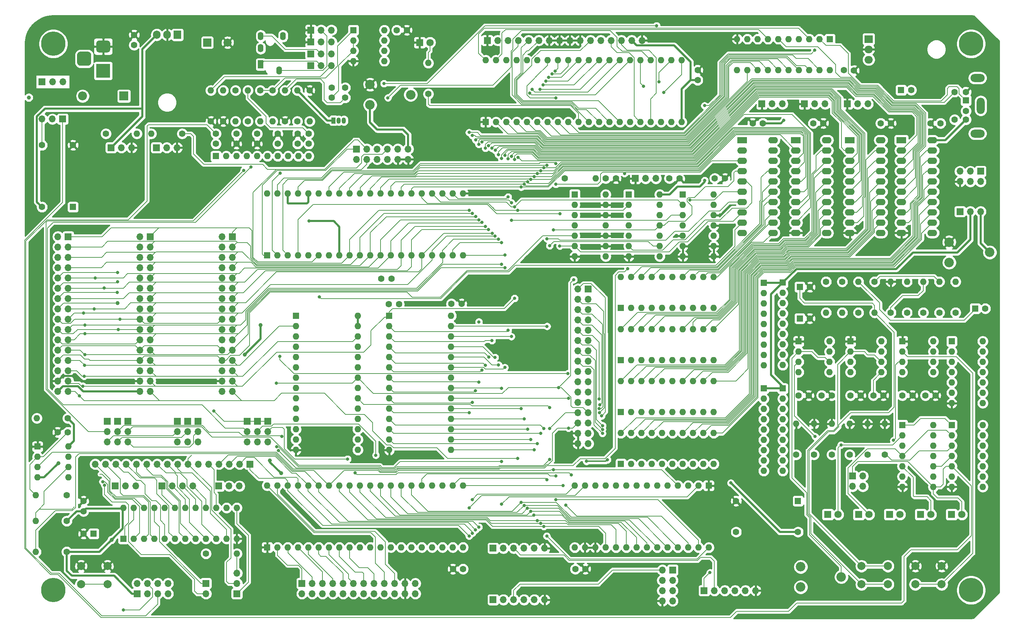
<source format=gbl>
G04 #@! TF.GenerationSoftware,KiCad,Pcbnew,(5.1.9)-1*
G04 #@! TF.CreationDate,2022-12-05T11:23:28+00:00*
G04 #@! TF.ProjectId,AT_65C02_Computer_Rev002,41545f36-3543-4303-925f-436f6d707574,rev?*
G04 #@! TF.SameCoordinates,Original*
G04 #@! TF.FileFunction,Copper,L2,Bot*
G04 #@! TF.FilePolarity,Positive*
%FSLAX46Y46*%
G04 Gerber Fmt 4.6, Leading zero omitted, Abs format (unit mm)*
G04 Created by KiCad (PCBNEW (5.1.9)-1) date 2022-12-05 11:23:28*
%MOMM*%
%LPD*%
G01*
G04 APERTURE LIST*
G04 #@! TA.AperFunction,ComponentPad*
%ADD10O,1.700000X1.700000*%
G04 #@! TD*
G04 #@! TA.AperFunction,ComponentPad*
%ADD11R,1.700000X1.700000*%
G04 #@! TD*
G04 #@! TA.AperFunction,ComponentPad*
%ADD12C,1.600000*%
G04 #@! TD*
G04 #@! TA.AperFunction,ComponentPad*
%ADD13C,2.000000*%
G04 #@! TD*
G04 #@! TA.AperFunction,ComponentPad*
%ADD14O,1.600000X1.600000*%
G04 #@! TD*
G04 #@! TA.AperFunction,ComponentPad*
%ADD15R,1.600000X1.600000*%
G04 #@! TD*
G04 #@! TA.AperFunction,ComponentPad*
%ADD16C,2.340000*%
G04 #@! TD*
G04 #@! TA.AperFunction,ComponentPad*
%ADD17R,2.000000X1.905000*%
G04 #@! TD*
G04 #@! TA.AperFunction,ComponentPad*
%ADD18O,2.000000X1.905000*%
G04 #@! TD*
G04 #@! TA.AperFunction,ComponentPad*
%ADD19C,1.800000*%
G04 #@! TD*
G04 #@! TA.AperFunction,ComponentPad*
%ADD20R,1.800000X1.800000*%
G04 #@! TD*
G04 #@! TA.AperFunction,ComponentPad*
%ADD21C,6.000000*%
G04 #@! TD*
G04 #@! TA.AperFunction,ComponentPad*
%ADD22O,2.000000X4.000000*%
G04 #@! TD*
G04 #@! TA.AperFunction,ComponentPad*
%ADD23O,3.500000X2.000000*%
G04 #@! TD*
G04 #@! TA.AperFunction,ComponentPad*
%ADD24O,2.400000X1.600000*%
G04 #@! TD*
G04 #@! TA.AperFunction,ComponentPad*
%ADD25R,2.400000X1.600000*%
G04 #@! TD*
G04 #@! TA.AperFunction,ComponentPad*
%ADD26O,1.905000X2.000000*%
G04 #@! TD*
G04 #@! TA.AperFunction,ComponentPad*
%ADD27R,1.905000X2.000000*%
G04 #@! TD*
G04 #@! TA.AperFunction,ComponentPad*
%ADD28R,2.200000X2.200000*%
G04 #@! TD*
G04 #@! TA.AperFunction,ComponentPad*
%ADD29O,2.200000X2.200000*%
G04 #@! TD*
G04 #@! TA.AperFunction,ComponentPad*
%ADD30R,3.500000X3.500000*%
G04 #@! TD*
G04 #@! TA.AperFunction,ComponentPad*
%ADD31R,2.000000X2.000000*%
G04 #@! TD*
G04 #@! TA.AperFunction,ComponentPad*
%ADD32O,1.400000X2.000000*%
G04 #@! TD*
G04 #@! TA.AperFunction,ComponentPad*
%ADD33R,1.400000X2.000000*%
G04 #@! TD*
G04 #@! TA.AperFunction,ComponentPad*
%ADD34O,1.050000X1.500000*%
G04 #@! TD*
G04 #@! TA.AperFunction,ComponentPad*
%ADD35R,1.050000X1.500000*%
G04 #@! TD*
G04 #@! TA.AperFunction,ViaPad*
%ADD36C,0.800000*%
G04 #@! TD*
G04 #@! TA.AperFunction,ViaPad*
%ADD37C,1.000000*%
G04 #@! TD*
G04 #@! TA.AperFunction,Conductor*
%ADD38C,0.508000*%
G04 #@! TD*
G04 #@! TA.AperFunction,Conductor*
%ADD39C,0.304800*%
G04 #@! TD*
G04 #@! TA.AperFunction,Conductor*
%ADD40C,0.152400*%
G04 #@! TD*
G04 #@! TA.AperFunction,Conductor*
%ADD41C,0.254000*%
G04 #@! TD*
G04 #@! TA.AperFunction,Conductor*
%ADD42C,0.100000*%
G04 #@! TD*
G04 APERTURE END LIST*
D10*
X21660000Y-136910000D03*
X19120000Y-136910000D03*
X16580000Y-136910000D03*
D11*
X14040000Y-136910000D03*
D12*
X7220000Y-28265000D03*
X7220000Y-25765000D03*
D13*
X640000Y-156625000D03*
X640000Y-161125000D03*
X-5860000Y-156625000D03*
X-5860000Y-161125000D03*
X206119000Y-156625000D03*
X206119000Y-161125000D03*
X199619000Y-156625000D03*
X199619000Y-161125000D03*
X192879000Y-156625000D03*
X192879000Y-161125000D03*
X186379000Y-156625000D03*
X186379000Y-161125000D03*
D10*
X187930000Y-42760000D03*
X185390000Y-42760000D03*
D11*
X182850000Y-42760000D03*
D10*
X177410000Y-42760000D03*
X174870000Y-42760000D03*
D11*
X172330000Y-42760000D03*
D10*
X166890000Y-42760000D03*
X164350000Y-42760000D03*
D11*
X161810000Y-42760000D03*
D10*
X116520000Y-126460000D03*
X119060000Y-126460000D03*
X116520000Y-123920000D03*
X119060000Y-123920000D03*
X116520000Y-121380000D03*
X119060000Y-121380000D03*
X116520000Y-118840000D03*
X119060000Y-118840000D03*
X116520000Y-116300000D03*
X119060000Y-116300000D03*
X116520000Y-113760000D03*
X119060000Y-113760000D03*
X116520000Y-111220000D03*
X119060000Y-111220000D03*
X116520000Y-108680000D03*
X119060000Y-108680000D03*
X116520000Y-106140000D03*
X119060000Y-106140000D03*
X116520000Y-103600000D03*
X119060000Y-103600000D03*
X116520000Y-101060000D03*
X119060000Y-101060000D03*
X116520000Y-98520000D03*
X119060000Y-98520000D03*
X116520000Y-95980000D03*
X119060000Y-95980000D03*
X116520000Y-93440000D03*
X119060000Y-93440000D03*
X116520000Y-90900000D03*
X119060000Y-90900000D03*
X116520000Y-88360000D03*
D11*
X119060000Y-88360000D03*
D14*
X127120000Y-98226666D03*
X149980000Y-105846666D03*
X129660000Y-98226666D03*
X147440000Y-105846666D03*
X132200000Y-98226666D03*
X144900000Y-105846666D03*
X134740000Y-98226666D03*
X142360000Y-105846666D03*
X137280000Y-98226666D03*
X139820000Y-105846666D03*
X139820000Y-98226666D03*
X137280000Y-105846666D03*
X142360000Y-98226666D03*
X134740000Y-105846666D03*
X144900000Y-98226666D03*
X132200000Y-105846666D03*
X147440000Y-98226666D03*
X129660000Y-105846666D03*
X149980000Y-98226666D03*
D15*
X127120000Y-105846666D03*
D14*
X127120000Y-85410000D03*
X149980000Y-93030000D03*
X129660000Y-85410000D03*
X147440000Y-93030000D03*
X132200000Y-85410000D03*
X144900000Y-93030000D03*
X134740000Y-85410000D03*
X142360000Y-93030000D03*
X137280000Y-85410000D03*
X139820000Y-93030000D03*
X139820000Y-85410000D03*
X137280000Y-93030000D03*
X142360000Y-85410000D03*
X134740000Y-93030000D03*
X144900000Y-85410000D03*
X132200000Y-93030000D03*
X147440000Y-85410000D03*
X129660000Y-93030000D03*
X149980000Y-85410000D03*
D15*
X127120000Y-93030000D03*
D14*
X127120000Y-111043332D03*
X149980000Y-118663332D03*
X129660000Y-111043332D03*
X147440000Y-118663332D03*
X132200000Y-111043332D03*
X144900000Y-118663332D03*
X134740000Y-111043332D03*
X142360000Y-118663332D03*
X137280000Y-111043332D03*
X139820000Y-118663332D03*
X139820000Y-111043332D03*
X137280000Y-118663332D03*
X142360000Y-111043332D03*
X134740000Y-118663332D03*
X144900000Y-111043332D03*
X132200000Y-118663332D03*
X147440000Y-111043332D03*
X129660000Y-118663332D03*
X149980000Y-111043332D03*
D15*
X127120000Y-118663332D03*
D14*
X127120000Y-123860000D03*
X149980000Y-131480000D03*
X129660000Y-123860000D03*
X147440000Y-131480000D03*
X132200000Y-123860000D03*
X144900000Y-131480000D03*
X134740000Y-123860000D03*
X142360000Y-131480000D03*
X137280000Y-123860000D03*
X139820000Y-131480000D03*
X139820000Y-123860000D03*
X137280000Y-131480000D03*
X142360000Y-123860000D03*
X134740000Y-131480000D03*
X144900000Y-123860000D03*
X132200000Y-131480000D03*
X147440000Y-123860000D03*
X129660000Y-131480000D03*
X149980000Y-123860000D03*
D15*
X127120000Y-131480000D03*
D16*
X207960000Y-76830000D03*
X217960000Y-79330000D03*
X207960000Y-81830000D03*
D10*
X108330000Y-152210000D03*
X105790000Y-152210000D03*
X103250000Y-152210000D03*
X100710000Y-152210000D03*
X98170000Y-152210000D03*
D11*
X95630000Y-152210000D03*
X95630000Y-164910000D03*
D10*
X98170000Y-164910000D03*
X100710000Y-164910000D03*
X103250000Y-164910000D03*
X105790000Y-164910000D03*
X108330000Y-164910000D03*
X137320000Y-165220000D03*
X139860000Y-165220000D03*
X137320000Y-162680000D03*
X139860000Y-162680000D03*
X137320000Y-160140000D03*
X139860000Y-160140000D03*
X137320000Y-157600000D03*
D11*
X139860000Y-157600000D03*
D17*
X188140000Y-26770000D03*
D18*
X188140000Y-29310000D03*
X188140000Y-31850000D03*
D15*
X39980000Y-152010000D03*
D14*
X88240000Y-136770000D03*
X42520000Y-152010000D03*
X85700000Y-136770000D03*
X45060000Y-152010000D03*
X83160000Y-136770000D03*
X47600000Y-152010000D03*
X80620000Y-136770000D03*
X50140000Y-152010000D03*
X78080000Y-136770000D03*
X52680000Y-152010000D03*
X75540000Y-136770000D03*
X55220000Y-152010000D03*
X73000000Y-136770000D03*
X57760000Y-152010000D03*
X70460000Y-136770000D03*
X60300000Y-152010000D03*
X67920000Y-136770000D03*
X62840000Y-152010000D03*
X65380000Y-136770000D03*
X65380000Y-152010000D03*
X62840000Y-136770000D03*
X67920000Y-152010000D03*
X60300000Y-136770000D03*
X70460000Y-152010000D03*
X57760000Y-136770000D03*
X73000000Y-152010000D03*
X55220000Y-136770000D03*
X75540000Y-152010000D03*
X52680000Y-136770000D03*
X78080000Y-152010000D03*
X50140000Y-136770000D03*
X80620000Y-152010000D03*
X47600000Y-136770000D03*
X83160000Y-152010000D03*
X45060000Y-136770000D03*
X85700000Y-152010000D03*
X42520000Y-136770000D03*
X88240000Y-152010000D03*
X39980000Y-136770000D03*
D15*
X148740000Y-136810000D03*
D14*
X115720000Y-152050000D03*
X146200000Y-136810000D03*
X118260000Y-152050000D03*
X143660000Y-136810000D03*
X120800000Y-152050000D03*
X141120000Y-136810000D03*
X123340000Y-152050000D03*
X138580000Y-136810000D03*
X125880000Y-152050000D03*
X136040000Y-136810000D03*
X128420000Y-152050000D03*
X133500000Y-136810000D03*
X130960000Y-152050000D03*
X130960000Y-136810000D03*
X133500000Y-152050000D03*
X128420000Y-136810000D03*
X136040000Y-152050000D03*
X125880000Y-136810000D03*
X138580000Y-152050000D03*
X123340000Y-136810000D03*
X141120000Y-152050000D03*
X120800000Y-136810000D03*
X143660000Y-152050000D03*
X118260000Y-136810000D03*
X146200000Y-152050000D03*
X115720000Y-136810000D03*
X148740000Y-152050000D03*
D10*
X74690000Y-56410000D03*
X74690000Y-53870000D03*
X72150000Y-56410000D03*
X72150000Y-53870000D03*
X69610000Y-56410000D03*
X69610000Y-53870000D03*
X67070000Y-56410000D03*
X67070000Y-53870000D03*
X64530000Y-56410000D03*
X64530000Y-53870000D03*
X61990000Y-56410000D03*
D11*
X61990000Y-53870000D03*
D14*
X39980000Y-64810000D03*
X88240000Y-80050000D03*
X42520000Y-64810000D03*
X85700000Y-80050000D03*
X45060000Y-64810000D03*
X83160000Y-80050000D03*
X47600000Y-64810000D03*
X80620000Y-80050000D03*
X50140000Y-64810000D03*
X78080000Y-80050000D03*
X52680000Y-64810000D03*
X75540000Y-80050000D03*
X55220000Y-64810000D03*
X73000000Y-80050000D03*
X57760000Y-64810000D03*
X70460000Y-80050000D03*
X60300000Y-64810000D03*
X67920000Y-80050000D03*
X62840000Y-64810000D03*
X65380000Y-80050000D03*
X65380000Y-64810000D03*
X62840000Y-80050000D03*
X67920000Y-64810000D03*
X60300000Y-80050000D03*
X70460000Y-64810000D03*
X57760000Y-80050000D03*
X73000000Y-64810000D03*
X55220000Y-80050000D03*
X75540000Y-64810000D03*
X52680000Y-80050000D03*
X78080000Y-64810000D03*
X50140000Y-80050000D03*
X80620000Y-64810000D03*
X47600000Y-80050000D03*
X83160000Y-64810000D03*
X45060000Y-80050000D03*
X85700000Y-64810000D03*
X42520000Y-80050000D03*
X88240000Y-64810000D03*
D15*
X39980000Y-80050000D03*
X93800000Y-47210000D03*
D14*
X142060000Y-31970000D03*
X96340000Y-47210000D03*
X139520000Y-31970000D03*
X98880000Y-47210000D03*
X136980000Y-31970000D03*
X101420000Y-47210000D03*
X134440000Y-31970000D03*
X103960000Y-47210000D03*
X131900000Y-31970000D03*
X106500000Y-47210000D03*
X129360000Y-31970000D03*
X109040000Y-47210000D03*
X126820000Y-31970000D03*
X111580000Y-47210000D03*
X124280000Y-31970000D03*
X114120000Y-47210000D03*
X121740000Y-31970000D03*
X116660000Y-47210000D03*
X119200000Y-31970000D03*
X119200000Y-47210000D03*
X116660000Y-31970000D03*
X121740000Y-47210000D03*
X114120000Y-31970000D03*
X124280000Y-47210000D03*
X111580000Y-31970000D03*
X126820000Y-47210000D03*
X109040000Y-31970000D03*
X129360000Y-47210000D03*
X106500000Y-31970000D03*
X131900000Y-47210000D03*
X103960000Y-31970000D03*
X134440000Y-47210000D03*
X101420000Y-31970000D03*
X136980000Y-47210000D03*
X98880000Y-31970000D03*
X139520000Y-47210000D03*
X96340000Y-31970000D03*
X142060000Y-47210000D03*
X93800000Y-31970000D03*
D19*
X80090000Y-27630000D03*
D20*
X77550000Y-27630000D03*
D12*
X118380000Y-157340000D03*
X115880000Y-157340000D03*
D10*
X160310000Y-162680000D03*
X157770000Y-162680000D03*
X155230000Y-162680000D03*
X152690000Y-162680000D03*
X150150000Y-162680000D03*
D11*
X147610000Y-162680000D03*
D16*
X65320000Y-37990000D03*
X75320000Y-40490000D03*
X65320000Y-42990000D03*
D15*
X178590000Y-26770000D03*
D14*
X155730000Y-34390000D03*
X176050000Y-26770000D03*
X158270000Y-34390000D03*
X173510000Y-26770000D03*
X160810000Y-34390000D03*
X170970000Y-26770000D03*
X163350000Y-34390000D03*
X168430000Y-26770000D03*
X165890000Y-34390000D03*
X165890000Y-26770000D03*
X168430000Y-34390000D03*
X163350000Y-26770000D03*
X170970000Y-34390000D03*
X160810000Y-26770000D03*
X173510000Y-34390000D03*
X158270000Y-26770000D03*
X176050000Y-34390000D03*
X155730000Y-26770000D03*
X178590000Y-34390000D03*
D12*
X141560000Y-61110000D03*
X139060000Y-61110000D03*
D21*
X-12700000Y-162560000D03*
X-12700000Y-27940000D03*
X213360000Y-27940000D03*
X213360000Y-162560000D03*
D10*
X132300000Y-27110000D03*
X129760000Y-27110000D03*
X127220000Y-27110000D03*
X124680000Y-27110000D03*
X122140000Y-27110000D03*
X119600000Y-27110000D03*
X117060000Y-27110000D03*
X114520000Y-27110000D03*
X111980000Y-27110000D03*
X109440000Y-27110000D03*
X106900000Y-27110000D03*
X104360000Y-27110000D03*
X101820000Y-27110000D03*
X99280000Y-27110000D03*
X96740000Y-27110000D03*
D11*
X94200000Y-27110000D03*
D12*
X70572000Y-85852000D03*
X68072000Y-85852000D03*
X-5270000Y-140620000D03*
X-5270000Y-143120000D03*
X69970000Y-92060000D03*
X72470000Y-92060000D03*
X-9110000Y-123640000D03*
X-11610000Y-123640000D03*
X85350000Y-92020000D03*
X87850000Y-92020000D03*
X182030000Y-34390000D03*
X184530000Y-34520000D03*
D15*
X-2770000Y-148660000D03*
D12*
X-5270000Y-148660000D03*
X125860000Y-61110000D03*
X123360000Y-61110000D03*
X88240000Y-157340000D03*
X85740000Y-157340000D03*
X146010000Y-36910000D03*
X146010000Y-34410000D03*
X152730000Y-61110000D03*
X150230000Y-61110000D03*
D11*
X-9020000Y-75460000D03*
D10*
X-11560000Y-75460000D03*
X-9020000Y-78000000D03*
X-11560000Y-78000000D03*
X-9020000Y-80540000D03*
X-11560000Y-80540000D03*
X-9020000Y-83080000D03*
X-11560000Y-83080000D03*
X-9020000Y-85620000D03*
X-11560000Y-85620000D03*
X-9020000Y-88160000D03*
X-11560000Y-88160000D03*
X-9020000Y-90700000D03*
X-11560000Y-90700000D03*
X-9020000Y-93240000D03*
X-11560000Y-93240000D03*
X-9020000Y-95780000D03*
X-11560000Y-95780000D03*
X-9020000Y-98320000D03*
X-11560000Y-98320000D03*
X-9020000Y-100860000D03*
X-11560000Y-100860000D03*
X-9020000Y-103400000D03*
X-11560000Y-103400000D03*
X-9020000Y-105940000D03*
X-11560000Y-105940000D03*
X-9020000Y-108480000D03*
X-11560000Y-108480000D03*
X-9020000Y-111020000D03*
X-11560000Y-111020000D03*
X-9020000Y-113560000D03*
X-11560000Y-113560000D03*
D22*
X215740000Y-43210000D03*
D12*
X209290000Y-46610000D03*
X209290000Y-39810000D03*
X212090000Y-46610000D03*
X212090000Y-39810000D03*
X212090000Y-44510000D03*
D15*
X212090000Y-41910000D03*
D23*
X214940000Y-36360000D03*
X214940000Y-50060000D03*
D14*
X7859000Y-50090000D03*
D12*
X239000Y-50090000D03*
X19035000Y-50090000D03*
D14*
X11415000Y-50090000D03*
D12*
X-9390000Y-139180000D03*
D14*
X-17010000Y-139180000D03*
D12*
X-9130000Y-120210000D03*
D14*
X-16750000Y-120210000D03*
X-17000000Y-145530000D03*
D12*
X-9380000Y-145530000D03*
D14*
X-17000000Y-153110000D03*
D12*
X-9380000Y-153110000D03*
D15*
X70060000Y-94990000D03*
D14*
X85300000Y-128010000D03*
X70060000Y-97530000D03*
X85300000Y-125470000D03*
X70060000Y-100070000D03*
X85300000Y-122930000D03*
X70060000Y-102610000D03*
X85300000Y-120390000D03*
X70060000Y-105150000D03*
X85300000Y-117850000D03*
X70060000Y-107690000D03*
X85300000Y-115310000D03*
X70060000Y-110230000D03*
X85300000Y-112770000D03*
X70060000Y-112770000D03*
X85300000Y-110230000D03*
X70060000Y-115310000D03*
X85300000Y-107690000D03*
X70060000Y-117850000D03*
X85300000Y-105150000D03*
X70060000Y-120390000D03*
X85300000Y-102610000D03*
X70060000Y-122930000D03*
X85300000Y-100070000D03*
X70060000Y-125470000D03*
X85300000Y-97530000D03*
X70060000Y-128010000D03*
X85300000Y-94990000D03*
X136660000Y-65080000D03*
X129040000Y-80320000D03*
X136660000Y-67620000D03*
X129040000Y-77780000D03*
X136660000Y-70160000D03*
X129040000Y-75240000D03*
X136660000Y-72700000D03*
X129040000Y-72700000D03*
X136660000Y-75240000D03*
X129040000Y-70160000D03*
X136660000Y-77780000D03*
X129040000Y-67620000D03*
X136660000Y-80320000D03*
D15*
X129040000Y-65080000D03*
D14*
X149980000Y-65080000D03*
X142360000Y-80320000D03*
X149980000Y-67620000D03*
X142360000Y-77780000D03*
X149980000Y-70160000D03*
X142360000Y-75240000D03*
X149980000Y-72700000D03*
X142360000Y-72700000D03*
X149980000Y-75240000D03*
X142360000Y-70160000D03*
X149980000Y-77780000D03*
X142360000Y-67620000D03*
X149980000Y-80320000D03*
D15*
X142360000Y-65080000D03*
X-16580000Y-127170000D03*
D14*
X-8960000Y-134790000D03*
X-16580000Y-129710000D03*
X-8960000Y-132250000D03*
X-16580000Y-132250000D03*
X-8960000Y-129710000D03*
X-16580000Y-134790000D03*
X-8960000Y-127170000D03*
D15*
X115720000Y-65080000D03*
D14*
X123340000Y-80320000D03*
X115720000Y-67620000D03*
X123340000Y-77780000D03*
X115720000Y-70160000D03*
X123340000Y-75240000D03*
X115720000Y-72700000D03*
X123340000Y-72700000D03*
X115720000Y-75240000D03*
X123340000Y-70160000D03*
X115720000Y-77780000D03*
X123340000Y-67620000D03*
X115720000Y-80320000D03*
X123340000Y-65080000D03*
D15*
X-7850000Y-68160000D03*
D12*
X-15470000Y-68160000D03*
X-15470000Y-52920000D03*
X-7850000Y-52920000D03*
D15*
X170730000Y-140590000D03*
D12*
X170730000Y-148210000D03*
X155490000Y-148210000D03*
X155490000Y-140590000D03*
D11*
X-10390000Y-46490000D03*
D10*
X-12930000Y-46490000D03*
X-15470000Y-46490000D03*
X210630000Y-61900000D03*
X210630000Y-59360000D03*
X213170000Y-61900000D03*
X213170000Y-59360000D03*
X215710000Y-61900000D03*
D11*
X215710000Y-59360000D03*
D14*
X204064000Y-101245000D03*
X196444000Y-108865000D03*
X204064000Y-103785000D03*
X196444000Y-106325000D03*
X204064000Y-106325000D03*
X196444000Y-103785000D03*
X204064000Y-108865000D03*
D15*
X196444000Y-101245000D03*
D19*
X211089000Y-143915000D03*
D20*
X208549000Y-143915000D03*
D19*
X203469000Y-143915000D03*
D20*
X200929000Y-143915000D03*
D19*
X188229000Y-143915000D03*
D20*
X185689000Y-143915000D03*
D19*
X195849000Y-143915000D03*
D20*
X193309000Y-143915000D03*
D19*
X180609000Y-143915000D03*
D20*
X178069000Y-143915000D03*
D16*
X171394000Y-161805000D03*
X181394000Y-159305000D03*
X171394000Y-156805000D03*
D14*
X187849000Y-121565000D03*
D12*
X187849000Y-129185000D03*
D15*
X171154000Y-95620000D03*
D12*
X173654000Y-95620000D03*
X173654000Y-87865000D03*
D15*
X171154000Y-87865000D03*
D12*
X177649000Y-86555000D03*
D14*
X177649000Y-94175000D03*
X181634000Y-94175000D03*
D12*
X181634000Y-86555000D03*
D14*
X170289000Y-121565000D03*
D12*
X170289000Y-129185000D03*
X197574000Y-94175000D03*
D14*
X197574000Y-86555000D03*
D12*
X209529000Y-94175000D03*
D14*
X209529000Y-86555000D03*
X183459000Y-121565000D03*
D12*
X183459000Y-129185000D03*
D14*
X205544000Y-86555000D03*
D12*
X205544000Y-94175000D03*
X189604000Y-86555000D03*
D14*
X189604000Y-94175000D03*
D12*
X185619000Y-94175000D03*
D14*
X185619000Y-86555000D03*
X174679000Y-121565000D03*
D12*
X174679000Y-129185000D03*
X201559000Y-94175000D03*
D14*
X201559000Y-86555000D03*
D12*
X193589000Y-94175000D03*
D14*
X193589000Y-86555000D03*
X179069000Y-121565000D03*
D12*
X179069000Y-129185000D03*
D15*
X208594000Y-121875000D03*
D14*
X216214000Y-137115000D03*
X208594000Y-124415000D03*
X216214000Y-134575000D03*
X208594000Y-126955000D03*
X216214000Y-132035000D03*
X208594000Y-129495000D03*
X216214000Y-129495000D03*
X208594000Y-132035000D03*
X216214000Y-126955000D03*
X208594000Y-134575000D03*
X216214000Y-124415000D03*
X208594000Y-137115000D03*
X216214000Y-121875000D03*
D15*
X170884000Y-101245000D03*
D14*
X178504000Y-108865000D03*
X170884000Y-103785000D03*
X178504000Y-106325000D03*
X170884000Y-106325000D03*
X178504000Y-103785000D03*
X170884000Y-108865000D03*
X178504000Y-101245000D03*
X204064000Y-121875000D03*
X196444000Y-137115000D03*
X204064000Y-124415000D03*
X196444000Y-134575000D03*
X204064000Y-126955000D03*
X196444000Y-132035000D03*
X204064000Y-129495000D03*
X196444000Y-129495000D03*
X204064000Y-132035000D03*
X196444000Y-126955000D03*
X204064000Y-134575000D03*
X196444000Y-124415000D03*
X204064000Y-137115000D03*
D15*
X196444000Y-121875000D03*
X208594000Y-101245000D03*
D14*
X216214000Y-116485000D03*
X208594000Y-103785000D03*
X216214000Y-113945000D03*
X208594000Y-106325000D03*
X216214000Y-111405000D03*
X208594000Y-108865000D03*
X216214000Y-108865000D03*
X208594000Y-111405000D03*
X216214000Y-106325000D03*
X208594000Y-113945000D03*
X216214000Y-103785000D03*
X208594000Y-116485000D03*
X216214000Y-101245000D03*
X191284000Y-101245000D03*
X183664000Y-108865000D03*
X191284000Y-103785000D03*
X183664000Y-106325000D03*
X191284000Y-106325000D03*
X183664000Y-103785000D03*
X191284000Y-108865000D03*
D15*
X183664000Y-101245000D03*
D12*
X183664000Y-114580000D03*
X186164000Y-114580000D03*
X173384000Y-114580000D03*
X170884000Y-114580000D03*
X192104000Y-129185000D03*
D14*
X192104000Y-121565000D03*
D15*
X214364000Y-93160000D03*
D12*
X216864000Y-93160000D03*
D14*
X166973000Y-107105000D03*
X166973000Y-104565000D03*
X166973000Y-102025000D03*
X166973000Y-99485000D03*
X166973000Y-96945000D03*
X166973000Y-94405000D03*
X166973000Y-91865000D03*
X166973000Y-89325000D03*
D15*
X166973000Y-86785000D03*
D24*
X164597000Y-51683000D03*
X156977000Y-74543000D03*
X164597000Y-54223000D03*
X156977000Y-72003000D03*
X164597000Y-56763000D03*
X156977000Y-69463000D03*
X164597000Y-59303000D03*
X156977000Y-66923000D03*
X164597000Y-61843000D03*
X156977000Y-64383000D03*
X164597000Y-64383000D03*
X156977000Y-61843000D03*
X164597000Y-66923000D03*
X156977000Y-59303000D03*
X164597000Y-69463000D03*
X156977000Y-56763000D03*
X164597000Y-72003000D03*
X156977000Y-54223000D03*
X164597000Y-74543000D03*
D25*
X156977000Y-51683000D03*
D24*
X177803000Y-51683000D03*
X170183000Y-74543000D03*
X177803000Y-54223000D03*
X170183000Y-72003000D03*
X177803000Y-56763000D03*
X170183000Y-69463000D03*
X177803000Y-59303000D03*
X170183000Y-66923000D03*
X177803000Y-61843000D03*
X170183000Y-64383000D03*
X177803000Y-64383000D03*
X170183000Y-61843000D03*
X177803000Y-66923000D03*
X170183000Y-59303000D03*
X177803000Y-69463000D03*
X170183000Y-56763000D03*
X177803000Y-72003000D03*
X170183000Y-54223000D03*
X177803000Y-74543000D03*
D25*
X170183000Y-51683000D03*
D24*
X191110000Y-51683000D03*
X183490000Y-74543000D03*
X191110000Y-54223000D03*
X183490000Y-72003000D03*
X191110000Y-56763000D03*
X183490000Y-69463000D03*
X191110000Y-59303000D03*
X183490000Y-66923000D03*
X191110000Y-61843000D03*
X183490000Y-64383000D03*
X191110000Y-64383000D03*
X183490000Y-61843000D03*
X191110000Y-66923000D03*
X183490000Y-59303000D03*
X191110000Y-69463000D03*
X183490000Y-56763000D03*
X191110000Y-72003000D03*
X183490000Y-54223000D03*
X191110000Y-74543000D03*
D25*
X183490000Y-51683000D03*
X196183000Y-51683000D03*
D24*
X203803000Y-74543000D03*
X196183000Y-54223000D03*
X203803000Y-72003000D03*
X196183000Y-56763000D03*
X203803000Y-69463000D03*
X196183000Y-59303000D03*
X203803000Y-66923000D03*
X196183000Y-61843000D03*
X203803000Y-64383000D03*
X196183000Y-64383000D03*
X203803000Y-61843000D03*
X196183000Y-66923000D03*
X203803000Y-59303000D03*
X196183000Y-69463000D03*
X203803000Y-56763000D03*
X196183000Y-72003000D03*
X203803000Y-54223000D03*
X196183000Y-74543000D03*
X203803000Y-51683000D03*
D14*
X162273000Y-107125000D03*
X162273000Y-104585000D03*
X162273000Y-102045000D03*
X162273000Y-99505000D03*
X162273000Y-96965000D03*
X162273000Y-94425000D03*
X162273000Y-91885000D03*
X162273000Y-89345000D03*
D15*
X162273000Y-86805000D03*
X166973000Y-112865000D03*
D14*
X166973000Y-115405000D03*
X166973000Y-117945000D03*
X166973000Y-120485000D03*
X166973000Y-123025000D03*
X166973000Y-125565000D03*
X166973000Y-128105000D03*
X166973000Y-130645000D03*
X166973000Y-133185000D03*
D15*
X162273000Y-112865000D03*
D14*
X162273000Y-115405000D03*
X162273000Y-117945000D03*
X162273000Y-120485000D03*
X162273000Y-123025000D03*
X162273000Y-125565000D03*
X162273000Y-128105000D03*
X162273000Y-130645000D03*
X162273000Y-133185000D03*
D10*
X-10365000Y-37310000D03*
X-12905000Y-37310000D03*
D11*
X-15470000Y-37310000D03*
D26*
X12800000Y-25725000D03*
X15340000Y-25725000D03*
D27*
X17880000Y-25725000D03*
D28*
X4680000Y-40820000D03*
D29*
X-5480000Y-40820000D03*
D30*
X-400000Y-34615000D03*
G04 #@! TA.AperFunction,ComponentPad*
G36*
G01*
X-1400000Y-27115000D02*
X600000Y-27115000D01*
G75*
G02*
X1350000Y-27865000I0J-750000D01*
G01*
X1350000Y-29365000D01*
G75*
G02*
X600000Y-30115000I-750000J0D01*
G01*
X-1400000Y-30115000D01*
G75*
G02*
X-2150000Y-29365000I0J750000D01*
G01*
X-2150000Y-27865000D01*
G75*
G02*
X-1400000Y-27115000I750000J0D01*
G01*
G37*
G04 #@! TD.AperFunction*
G04 #@! TA.AperFunction,ComponentPad*
G36*
G01*
X-5975000Y-29865000D02*
X-4225000Y-29865000D01*
G75*
G02*
X-3350000Y-30740000I0J-875000D01*
G01*
X-3350000Y-32490000D01*
G75*
G02*
X-4225000Y-33365000I-875000J0D01*
G01*
X-5975000Y-33365000D01*
G75*
G02*
X-6850000Y-32490000I0J875000D01*
G01*
X-6850000Y-30740000D01*
G75*
G02*
X-5975000Y-29865000I875000J0D01*
G01*
G37*
G04 #@! TD.AperFunction*
D14*
X79670000Y-32680000D03*
D12*
X79670000Y-40300000D03*
D11*
X48540000Y-160900000D03*
D10*
X48540000Y-163440000D03*
X51080000Y-160900000D03*
X51080000Y-163440000D03*
X53620000Y-160900000D03*
X53620000Y-163440000D03*
X56160000Y-160900000D03*
X56160000Y-163440000D03*
X58700000Y-160900000D03*
X58700000Y-163440000D03*
X61240000Y-160900000D03*
X61240000Y-163440000D03*
X63780000Y-160900000D03*
X63780000Y-163440000D03*
X66320000Y-160900000D03*
X66320000Y-163440000D03*
X68860000Y-160900000D03*
X68860000Y-163440000D03*
X71400000Y-160900000D03*
X71400000Y-163440000D03*
X73940000Y-160900000D03*
X73940000Y-163440000D03*
X76480000Y-160900000D03*
X76480000Y-163440000D03*
D15*
X196110000Y-39350000D03*
D12*
X198610000Y-39350000D03*
X113300000Y-61110000D03*
D14*
X120920000Y-61110000D03*
D11*
X184150000Y-134450000D03*
D10*
X184150000Y-136990000D03*
X186690000Y-134450000D03*
X186690000Y-136990000D03*
D11*
X130650000Y-61110000D03*
D10*
X133190000Y-61110000D03*
X135730000Y-61110000D03*
D31*
X25230000Y-27630000D03*
D13*
X30230000Y-27630000D03*
D12*
X176544000Y-114580000D03*
X179044000Y-114580000D03*
X204604000Y-114580000D03*
X202104000Y-114580000D03*
X196444000Y-114580000D03*
X198944000Y-114580000D03*
X191784000Y-114580000D03*
X189284000Y-114580000D03*
X159557000Y-47520000D03*
X162057000Y-47520000D03*
X174470000Y-47520000D03*
X176970000Y-47520000D03*
X193610000Y-47520000D03*
X191110000Y-47520000D03*
X205843000Y-47520000D03*
X203343000Y-47520000D03*
X27337000Y-52590000D03*
X27337000Y-50090000D03*
X32417000Y-50090000D03*
X32417000Y-52590000D03*
X37497000Y-52590000D03*
X37497000Y-50090000D03*
X42577000Y-52590000D03*
X42577000Y-50090000D03*
X47457000Y-50090000D03*
X47457000Y-52590000D03*
X50197000Y-50090000D03*
X50197000Y-52590000D03*
X59200000Y-41240000D03*
X59200000Y-38740000D03*
X55890000Y-41240000D03*
X55890000Y-38740000D03*
X74390000Y-24570000D03*
X71890000Y-24570000D03*
D32*
X43885000Y-26030000D03*
X42885000Y-34530000D03*
D33*
X38385000Y-33030000D03*
D32*
X38385000Y-29030000D03*
X38385000Y-26030000D03*
D11*
X7930000Y-163440000D03*
D10*
X7930000Y-160900000D03*
X10470000Y-163440000D03*
X10470000Y-160900000D03*
X13010000Y-163440000D03*
X13010000Y-160900000D03*
X15550000Y-163440000D03*
X15550000Y-160900000D03*
X55800000Y-33330000D03*
X53260000Y-33330000D03*
D11*
X50720000Y-33330000D03*
X50720000Y-30410000D03*
D10*
X53260000Y-30410000D03*
X55800000Y-30410000D03*
X55800000Y-27490000D03*
X53260000Y-27490000D03*
D11*
X50720000Y-27490000D03*
X50720000Y-24570000D03*
D10*
X53260000Y-24570000D03*
X55800000Y-24570000D03*
D34*
X57600000Y-46850000D03*
X58870000Y-46850000D03*
D35*
X56330000Y-46850000D03*
D12*
X35227500Y-47050000D03*
D14*
X35227500Y-39430000D03*
D12*
X44347500Y-47050000D03*
D14*
X44347500Y-39430000D03*
X26107500Y-39430000D03*
D12*
X26107500Y-47050000D03*
D14*
X50427500Y-47050000D03*
D12*
X50427500Y-39430000D03*
X29147500Y-47050000D03*
D14*
X29147500Y-39430000D03*
X32187500Y-47050000D03*
D12*
X32187500Y-39430000D03*
D14*
X47387500Y-39430000D03*
D12*
X47387500Y-47050000D03*
D14*
X41307500Y-47050000D03*
D12*
X41307500Y-39430000D03*
D14*
X38267500Y-47050000D03*
D12*
X38267500Y-39430000D03*
D15*
X61210000Y-24570000D03*
D14*
X68830000Y-32190000D03*
X61210000Y-27110000D03*
X68830000Y-29650000D03*
X61210000Y-29650000D03*
X68830000Y-27110000D03*
X61210000Y-32190000D03*
X68830000Y-24570000D03*
D15*
X27337000Y-55630000D03*
D14*
X29877000Y-55630000D03*
X32417000Y-55630000D03*
X34957000Y-55630000D03*
X37497000Y-55630000D03*
X40037000Y-55630000D03*
X42577000Y-55630000D03*
X45117000Y-55630000D03*
X47657000Y-55630000D03*
X50197000Y-55630000D03*
D11*
X1524000Y-53540000D03*
D10*
X4064000Y-53540000D03*
X6604000Y-53540000D03*
X17780000Y-53540000D03*
X15240000Y-53540000D03*
D11*
X12700000Y-53540000D03*
X32512000Y-163440000D03*
D10*
X32512000Y-160900000D03*
X32512000Y-158360000D03*
D12*
X24892000Y-153575000D03*
D14*
X32512000Y-153575000D03*
D15*
X4572000Y-149890000D03*
D14*
X32512000Y-142270000D03*
X7112000Y-149890000D03*
X29972000Y-142270000D03*
X9652000Y-149890000D03*
X27432000Y-142270000D03*
X12192000Y-149890000D03*
X24892000Y-142270000D03*
X14732000Y-149890000D03*
X22352000Y-142270000D03*
X17272000Y-149890000D03*
X19812000Y-142270000D03*
X19812000Y-149890000D03*
X17272000Y-142270000D03*
X22352000Y-149890000D03*
X14732000Y-142270000D03*
X24892000Y-149890000D03*
X12192000Y-142270000D03*
X27432000Y-149890000D03*
X9652000Y-142270000D03*
X29972000Y-149890000D03*
X7112000Y-142270000D03*
X32512000Y-149890000D03*
X4572000Y-142270000D03*
D15*
X47040000Y-94990000D03*
D14*
X62280000Y-128010000D03*
X47040000Y-97530000D03*
X62280000Y-125470000D03*
X47040000Y-100070000D03*
X62280000Y-122930000D03*
X47040000Y-102610000D03*
X62280000Y-120390000D03*
X47040000Y-105150000D03*
X62280000Y-117850000D03*
X47040000Y-107690000D03*
X62280000Y-115310000D03*
X47040000Y-110230000D03*
X62280000Y-112770000D03*
X47040000Y-112770000D03*
X62280000Y-110230000D03*
X47040000Y-115310000D03*
X62280000Y-107690000D03*
X47040000Y-117850000D03*
X62280000Y-105150000D03*
X47040000Y-120390000D03*
X62280000Y-102610000D03*
X47040000Y-122930000D03*
X62280000Y-100070000D03*
X47040000Y-125470000D03*
X62280000Y-97530000D03*
X47040000Y-128010000D03*
X62280000Y-94990000D03*
D11*
X11187500Y-75460000D03*
D10*
X8647500Y-75460000D03*
X11187500Y-78000000D03*
X8647500Y-78000000D03*
X11187500Y-80540000D03*
X8647500Y-80540000D03*
X11187500Y-83080000D03*
X8647500Y-83080000D03*
X11187500Y-85620000D03*
X8647500Y-85620000D03*
X11187500Y-88160000D03*
X8647500Y-88160000D03*
X11187500Y-90700000D03*
X8647500Y-90700000D03*
X11187500Y-93240000D03*
X8647500Y-93240000D03*
X11187500Y-95780000D03*
X8647500Y-95780000D03*
X11187500Y-98320000D03*
X8647500Y-98320000D03*
X11187500Y-100860000D03*
X8647500Y-100860000D03*
X11187500Y-103400000D03*
X8647500Y-103400000D03*
X11187500Y-105940000D03*
X8647500Y-105940000D03*
X11187500Y-108480000D03*
X8647500Y-108480000D03*
X11187500Y-111020000D03*
X8647500Y-111020000D03*
X11187500Y-113560000D03*
X8647500Y-113560000D03*
X28855001Y-113560000D03*
X31395001Y-113560000D03*
X28855001Y-111020000D03*
X31395001Y-111020000D03*
X28855001Y-108480000D03*
X31395001Y-108480000D03*
X28855001Y-105940000D03*
X31395001Y-105940000D03*
X28855001Y-103400000D03*
X31395001Y-103400000D03*
X28855001Y-100860000D03*
X31395001Y-100860000D03*
X28855001Y-98320000D03*
X31395001Y-98320000D03*
X28855001Y-95780000D03*
X31395001Y-95780000D03*
X28855001Y-93240000D03*
X31395001Y-93240000D03*
X28855001Y-90700000D03*
X31395001Y-90700000D03*
X28855001Y-88160000D03*
X31395001Y-88160000D03*
X28855001Y-85620000D03*
X31395001Y-85620000D03*
X28855001Y-83080000D03*
X31395001Y-83080000D03*
X28855001Y-80540000D03*
X31395001Y-80540000D03*
X28855001Y-78000000D03*
X31395001Y-78000000D03*
X28855001Y-75460000D03*
D11*
X31395001Y-75460000D03*
X24892000Y-160900000D03*
D10*
X24892000Y-163440000D03*
D11*
X35730000Y-131520000D03*
D10*
X33190000Y-131520000D03*
X30650000Y-131520000D03*
X28110000Y-131520000D03*
X25570000Y-131520000D03*
X23030000Y-131520000D03*
X20490000Y-131520000D03*
X17950000Y-131520000D03*
X15410000Y-131520000D03*
X12870000Y-131520000D03*
X10330000Y-131520000D03*
X7790000Y-131520000D03*
X5250000Y-131520000D03*
X2710000Y-131520000D03*
X170000Y-131520000D03*
X-2370000Y-131520000D03*
X3170000Y-126010000D03*
X3170000Y-123470000D03*
D11*
X3170000Y-120930000D03*
X630000Y-120930000D03*
D10*
X630000Y-123470000D03*
X630000Y-126010000D03*
X5710000Y-126010000D03*
X5710000Y-123470000D03*
D11*
X5710000Y-120930000D03*
X2540000Y-136910000D03*
D10*
X5080000Y-136910000D03*
X7620000Y-136910000D03*
X33140000Y-136910000D03*
X30600000Y-136910000D03*
D11*
X28060000Y-136910000D03*
X17840000Y-120930000D03*
D10*
X17840000Y-123470000D03*
X17840000Y-126010000D03*
X20380000Y-126010000D03*
X20380000Y-123470000D03*
D11*
X20380000Y-120930000D03*
X22920000Y-120930000D03*
D10*
X22920000Y-123470000D03*
X22920000Y-126010000D03*
X35050000Y-126010000D03*
X35050000Y-123470000D03*
D11*
X35050000Y-120930000D03*
X37590000Y-120930000D03*
D10*
X37590000Y-123470000D03*
X37590000Y-126010000D03*
X40130000Y-126010000D03*
X40130000Y-123470000D03*
D11*
X40130000Y-120930000D03*
X210630000Y-69275000D03*
D10*
X213170000Y-69275000D03*
X215710000Y-69275000D03*
D36*
X167240000Y-46830000D03*
X50292000Y-71628000D03*
X118618000Y-130810008D03*
X154178000Y-136144000D03*
D37*
X38380000Y-97260000D03*
X40660000Y-130620000D03*
X43440000Y-133780000D03*
X-18730000Y-41190000D03*
D36*
X123771995Y-130431995D03*
D37*
X-11435000Y-131250000D03*
X1652500Y-150137500D03*
X34440000Y-104550002D03*
X-6940000Y-110050000D03*
X115630000Y-84450000D03*
X18565000Y-111125000D03*
D36*
X132640000Y-38370000D03*
X111090000Y-140250000D03*
X111090000Y-62550000D03*
X111088823Y-57494830D03*
X111107729Y-134437774D03*
X127990000Y-59900000D03*
X-50000Y-136720000D03*
X3690000Y-95825000D03*
X89720000Y-68940000D03*
X89720000Y-118870000D03*
X89710000Y-149220000D03*
X89720000Y-49790000D03*
X89720000Y-142330000D03*
X90530000Y-69740000D03*
X90531399Y-116338601D03*
X90520000Y-148520000D03*
X90530000Y-50549998D03*
X90500000Y-140240000D03*
X91320000Y-70510000D03*
X91300000Y-113400000D03*
X91310000Y-147700000D03*
X91320000Y-51640002D03*
X92120000Y-71330000D03*
X92120000Y-111270000D03*
X92110000Y-147030000D03*
X92080000Y-52700000D03*
X92120000Y-96460000D03*
X92886007Y-52103043D03*
X92920000Y-108359998D03*
X92867050Y-71953630D03*
X-2350000Y-85620000D03*
X93720000Y-72920000D03*
X93730000Y-53650000D03*
X93720000Y-107170000D03*
X-130000Y-88150000D03*
X94530000Y-73740000D03*
X94530000Y-53060000D03*
X94560000Y-105140000D03*
X95310000Y-53690000D03*
X95345882Y-101052045D03*
X95454143Y-74635177D03*
X-2588610Y-93240000D03*
X96120000Y-75350000D03*
X96140000Y-54190000D03*
X96120000Y-105230002D03*
X-5230000Y-94280000D03*
X96920000Y-76120000D03*
X96920000Y-55240000D03*
X96962341Y-107084392D03*
X-4930000Y-97250000D03*
X97720000Y-76930000D03*
X97720000Y-112800000D03*
X97700000Y-56170000D03*
X97676311Y-82271390D03*
X-4930000Y-99400000D03*
X98520000Y-107690000D03*
X98510000Y-55460000D03*
X98520000Y-79949998D03*
X98520000Y-83110004D03*
X-4930000Y-104530000D03*
X99320000Y-98560000D03*
X99310000Y-56250000D03*
X99320000Y-65680000D03*
X-5000000Y-107180000D03*
X100120000Y-100070000D03*
X100140000Y-55700000D03*
X100120000Y-71400000D03*
X100120000Y-67090000D03*
X-5108232Y-109850000D03*
X100940000Y-56461120D03*
X100920000Y-90660000D03*
X100920000Y-68120000D03*
X-5413043Y-112290000D03*
X101750000Y-55910000D03*
X101720000Y-130130000D03*
X101656588Y-68953412D03*
X-6250000Y-114660000D03*
X108140000Y-146860000D03*
X108120000Y-58500000D03*
X110910000Y-34688610D03*
X108120000Y-122730000D03*
X107331399Y-123958601D03*
X110170000Y-35370000D03*
X107340000Y-146070000D03*
X107358712Y-59261344D03*
X106530000Y-126500000D03*
X106540000Y-145400000D03*
X106530000Y-59900000D03*
X109270000Y-36200000D03*
X105720000Y-128010000D03*
X105680000Y-144060000D03*
X108600000Y-37140000D03*
X105761148Y-60711390D03*
X104920000Y-125470000D03*
X104880000Y-143110000D03*
X104910000Y-61340000D03*
X107949999Y-38109999D03*
X3140000Y-84275000D03*
X104130000Y-122930000D03*
X104090000Y-142410000D03*
X104120000Y-61930000D03*
X107200000Y-39190000D03*
X3140000Y-86625000D03*
X103330000Y-120390000D03*
X103260000Y-141710000D03*
X103320000Y-62570000D03*
X105258610Y-39153084D03*
X3040000Y-89250000D03*
X102530000Y-117850000D03*
X102500000Y-140920000D03*
X102520000Y-63250000D03*
X104630000Y-40105497D03*
D37*
X3145002Y-91819998D03*
D36*
X108920000Y-97560000D03*
X136478610Y-37270000D03*
X108920000Y-75988610D03*
X108920000Y-57853440D03*
X108844972Y-149234972D03*
X108920000Y-135358610D03*
X-550000Y-135830000D03*
X3340000Y-98350000D03*
X43130000Y-104950000D03*
X26880000Y-118420000D03*
X114086390Y-109169495D03*
X111060000Y-41280000D03*
X110460000Y-73830002D03*
X147717390Y-43182610D03*
X174858800Y-29548800D03*
X110460000Y-132859996D03*
X109548610Y-77680000D03*
X109548610Y-117548610D03*
X109560000Y-122750000D03*
X144061390Y-66450000D03*
X109560000Y-130340000D03*
X42305505Y-127264495D03*
X112050000Y-77770000D03*
X112070000Y-69850000D03*
X114182082Y-122637918D03*
X114220000Y-115310000D03*
X42779972Y-128170028D03*
X113580000Y-141620000D03*
X112900000Y-136770000D03*
X137701390Y-39920000D03*
X149040000Y-158250000D03*
X128790000Y-83390000D03*
X174950000Y-124720000D03*
X181320000Y-126800000D03*
X194255000Y-125645000D03*
X52870000Y-90330000D03*
X147765000Y-61625000D03*
X4580002Y-167440000D03*
X43180000Y-59823390D03*
X42211390Y-111530000D03*
X111790002Y-112625000D03*
X115477500Y-86062500D03*
X68730000Y-37740000D03*
X135910000Y-23500000D03*
X36020000Y-58291390D03*
X66740000Y-129300000D03*
X114930000Y-134178610D03*
X59780000Y-130250000D03*
X61654810Y-133677854D03*
X43593421Y-124680000D03*
X34230000Y-59170000D03*
X69720000Y-41260000D03*
X97720000Y-141390000D03*
X97701399Y-130898601D03*
X122560185Y-123925135D03*
X122564810Y-122972734D03*
X122615000Y-122021645D03*
X121740000Y-115450000D03*
X121961488Y-116925091D03*
X121728232Y-117848498D03*
X121853232Y-118803950D03*
X122327222Y-119630039D03*
D38*
X142060000Y-47210000D02*
X142060000Y-39090000D01*
X144240000Y-36910000D02*
X146010000Y-36910000D01*
X142060000Y-39090000D02*
X144240000Y-36910000D01*
X212090000Y-46620000D02*
X212090000Y-46610000D01*
X207027000Y-51683000D02*
X212090000Y-46620000D01*
X203803000Y-51683000D02*
X207027000Y-51683000D01*
X62280000Y-94990000D02*
X62280000Y-97530000D01*
X65320000Y-47330000D02*
X67070000Y-49080000D01*
X65320000Y-42990000D02*
X65320000Y-47330000D01*
X166550000Y-47520000D02*
X167240000Y-46830000D01*
X162057000Y-47520000D02*
X166550000Y-47520000D01*
X73440000Y-49080000D02*
X74690000Y-50330000D01*
X67070000Y-49080000D02*
X73440000Y-49080000D01*
X74690000Y-50330000D02*
X74690000Y-53870000D01*
X45060000Y-64810000D02*
X45060000Y-67158000D01*
X45060000Y-67158000D02*
X45212000Y-67310000D01*
X45212000Y-67310000D02*
X49784000Y-67310000D01*
X50140000Y-66954000D02*
X50140000Y-64810000D01*
X49784000Y-67310000D02*
X50140000Y-66954000D01*
X50292000Y-71628000D02*
X56388000Y-71628000D01*
X57760000Y-73000000D02*
X57760000Y-80050000D01*
X56388000Y-71628000D02*
X57760000Y-73000000D01*
X170730000Y-148210000D02*
X166244000Y-148210000D01*
X166244000Y-148210000D02*
X154178000Y-136144000D01*
X144240000Y-32364526D02*
X144240000Y-36910000D01*
X140241875Y-28366401D02*
X144240000Y-32364526D01*
X131016401Y-28366401D02*
X140241875Y-28366401D01*
X129760000Y-27110000D02*
X131016401Y-28366401D01*
X-5336517Y-113560000D02*
X8647500Y-113560000D01*
X-6592918Y-112303599D02*
X-5336517Y-113560000D01*
X-10303599Y-112303599D02*
X-6592918Y-112303599D01*
X-11560000Y-113560000D02*
X-10303599Y-112303599D01*
X40660000Y-131000000D02*
X43440000Y-133780000D01*
X40660000Y-130620000D02*
X40660000Y-131000000D01*
X54807500Y-46850000D02*
X56330000Y-46850000D01*
X47387500Y-39430000D02*
X54807500Y-46850000D01*
X9220401Y-29304599D02*
X12800000Y-25725000D01*
X9220401Y-45843599D02*
X9220401Y-29304599D01*
X1524000Y-53540000D02*
X9220401Y-45843599D01*
X-14769474Y-43930000D02*
X9220401Y-43930000D01*
X9220401Y-43930000D02*
X9220401Y-45843599D01*
X-16726401Y-45886927D02*
X-14769474Y-43930000D01*
X-16726401Y-66903599D02*
X-16726401Y-45886927D01*
X-15470000Y-68160000D02*
X-16726401Y-66903599D01*
X6722000Y-163440000D02*
X7930000Y-163440000D01*
X2286000Y-159004000D02*
X6722000Y-163440000D01*
X-8128000Y-159004000D02*
X2286000Y-159004000D01*
X-9380000Y-157752000D02*
X-8128000Y-159004000D01*
X-9380000Y-153110000D02*
X-9380000Y-157752000D01*
X4372000Y-142470000D02*
X4572000Y-142270000D01*
X-4620000Y-142470000D02*
X4372000Y-142470000D01*
X-5270000Y-143120000D02*
X-4620000Y-142470000D01*
X-6970000Y-143120000D02*
X-9380000Y-145530000D01*
X-5270000Y-143120000D02*
X-6970000Y-143120000D01*
D39*
X123393982Y-130810008D02*
X123771995Y-130431995D01*
X118618000Y-130810008D02*
X123393982Y-130810008D01*
D38*
X-9380000Y-153110000D02*
X-1320000Y-153110000D01*
X-1320000Y-153110000D02*
X1652500Y-150137500D01*
X-16580000Y-134790000D02*
X-14975000Y-134790000D01*
X-14975000Y-134790000D02*
X-11435000Y-131250000D01*
X-11435000Y-131250000D02*
X-11435000Y-131250000D01*
X-7585000Y-125795000D02*
X-8960000Y-127170000D01*
X-7585000Y-121755000D02*
X-7585000Y-125795000D01*
X-9130000Y-120210000D02*
X-7585000Y-121755000D01*
X4415000Y-142427000D02*
X4572000Y-142270000D01*
X4415000Y-147375000D02*
X4415000Y-142427000D01*
X1652500Y-150137500D02*
X4415000Y-147375000D01*
X38380000Y-97260000D02*
X38380000Y-100610002D01*
X38380000Y-100610002D02*
X34440000Y-104550002D01*
D40*
X116231399Y-124208601D02*
X116520000Y-123920000D01*
D38*
X-7226401Y-109763599D02*
X-6940000Y-110050000D01*
X-10303599Y-109763599D02*
X-7226401Y-109763599D01*
X-11560000Y-111020000D02*
X-10303599Y-109763599D01*
D40*
X640000Y-161125000D02*
X-5860000Y-161125000D01*
X-16750000Y-138920000D02*
X-17010000Y-139180000D01*
X-17010000Y-139180000D02*
X-18470000Y-137720000D01*
X-18470000Y-131600000D02*
X-16580000Y-129710000D01*
X-18470000Y-137720000D02*
X-18470000Y-131600000D01*
X-15180000Y-129710000D02*
X-9110000Y-123640000D01*
X-16580000Y-129710000D02*
X-15180000Y-129710000D01*
X116660000Y-45110000D02*
X116660000Y-47210000D01*
X114710000Y-43160000D02*
X116660000Y-45110000D01*
X79990000Y-43160000D02*
X114710000Y-43160000D01*
X79670000Y-42840000D02*
X79990000Y-43160000D01*
X79670000Y-40300000D02*
X79670000Y-42840000D01*
X131900000Y-37630000D02*
X132640000Y-38370000D01*
X131900000Y-31970000D02*
X131900000Y-37630000D01*
X136230000Y-140250000D02*
X111090000Y-140250000D01*
X146200000Y-150220000D02*
X136230000Y-140250000D01*
X146200000Y-152050000D02*
X146200000Y-150220000D01*
X122130000Y-60070000D02*
X122130000Y-60070000D01*
X122130000Y-60070000D02*
X122130000Y-60070000D01*
X122600000Y-59600000D02*
X127690000Y-59600000D01*
X127690000Y-59600000D02*
X127990000Y-59900000D01*
X122130000Y-60070000D02*
X122600000Y-59600000D01*
X122130000Y-61850000D02*
X122130000Y-60070000D01*
X121430000Y-62550000D02*
X122130000Y-61850000D01*
X111090000Y-62550000D02*
X121430000Y-62550000D01*
X128290000Y-59600000D02*
X127990000Y-59900000D01*
X146640000Y-59600000D02*
X128290000Y-59600000D01*
X149477000Y-56763000D02*
X146640000Y-59600000D01*
X156977000Y-56763000D02*
X149477000Y-56763000D01*
X110818823Y-57224830D02*
X111088823Y-57494830D01*
X107225170Y-57224830D02*
X110818823Y-57224830D01*
X77760000Y-57420000D02*
X107030000Y-57420000D01*
X55985334Y-59270000D02*
X75910000Y-59270000D01*
X107030000Y-57420000D02*
X107225170Y-57224830D01*
X53605712Y-61649622D02*
X55985334Y-59270000D01*
X49200378Y-61649622D02*
X53605712Y-61649622D01*
X75910000Y-59270000D02*
X77760000Y-57420000D01*
X47600000Y-63250000D02*
X49200378Y-61649622D01*
X47600000Y-64810000D02*
X47600000Y-63250000D01*
X27776400Y-96858601D02*
X28855001Y-95780000D01*
X9726101Y-96858601D02*
X27776400Y-96858601D01*
X8647500Y-95780000D02*
X9726101Y-96858601D01*
X109639173Y-134437774D02*
X111107729Y-134437774D01*
X79320000Y-133930000D02*
X109131399Y-133930000D01*
X78080000Y-135170000D02*
X79320000Y-133930000D01*
X109131399Y-133930000D02*
X109639173Y-134437774D01*
X78080000Y-136770000D02*
X78080000Y-135170000D01*
X4897611Y-149564389D02*
X4897611Y-146899903D01*
X4572000Y-149890000D02*
X4897611Y-149564389D01*
X4897611Y-146899903D02*
X5840000Y-145957514D01*
X5840000Y-141510000D02*
X5200000Y-140870000D01*
X1800000Y-140870000D02*
X-50000Y-139020000D01*
X5840000Y-145957514D02*
X5840000Y-141510000D01*
X5200000Y-140870000D02*
X1800000Y-140870000D01*
X-50000Y-139020000D02*
X-50000Y-136720000D01*
X-11560000Y-95780000D02*
X-10481399Y-96858601D01*
X3735000Y-95780000D02*
X3690000Y-95825000D01*
X8647500Y-95780000D02*
X3735000Y-95780000D01*
X-8478601Y-96858601D02*
X-7445000Y-95825000D01*
X-10481399Y-96858601D02*
X-8478601Y-96858601D01*
X-7445000Y-95825000D02*
X3690000Y-95825000D01*
X-15470000Y-46490000D02*
X-15470000Y-52920000D01*
X71088601Y-118878601D02*
X90091399Y-118878601D01*
X70060000Y-117850000D02*
X71088601Y-118878601D01*
X196183000Y-72003000D02*
X197962190Y-72003000D01*
X197962190Y-72003000D02*
X196868326Y-72003000D01*
X89720000Y-68940000D02*
X67510000Y-68940000D01*
X67510000Y-68940000D02*
X60300000Y-76150000D01*
X60300000Y-76150000D02*
X60300000Y-80050000D01*
X115830000Y-139240000D02*
X118260000Y-136810000D01*
X92810000Y-139240000D02*
X115830000Y-139240000D01*
X89720000Y-142330000D02*
X92810000Y-139240000D01*
X87104810Y-146614810D02*
X89710000Y-149220000D01*
X53654810Y-146614810D02*
X87104810Y-146614810D01*
X45060000Y-138020000D02*
X53654810Y-146614810D01*
X45060000Y-136770000D02*
X45060000Y-138020000D01*
X198650000Y-67380000D02*
X198740000Y-67290000D01*
X198650000Y-71315190D02*
X198650000Y-67380000D01*
X197962190Y-72003000D02*
X198650000Y-71315190D01*
X200550000Y-54707469D02*
X202149626Y-53107843D01*
X185892328Y-38796324D02*
X183633841Y-36537836D01*
X108389201Y-52244536D02*
X106704665Y-50560000D01*
X198741515Y-67289150D02*
X200550000Y-65480665D01*
X143640799Y-52244536D02*
X108389201Y-52244536D01*
X159347500Y-36537835D02*
X143640799Y-52244536D01*
X200550000Y-65480665D02*
X200550000Y-54707469D01*
X91791066Y-49790000D02*
X89720000Y-49790000D01*
X92561066Y-50560000D02*
X91791066Y-49790000D01*
X106704665Y-50560000D02*
X92561066Y-50560000D01*
X183633841Y-36537836D02*
X159347500Y-36537835D01*
X190155257Y-38796324D02*
X185892328Y-38796324D01*
X194018553Y-42659622D02*
X190155257Y-38796324D01*
X199779622Y-42659622D02*
X194018553Y-42659622D01*
X202149626Y-45029626D02*
X199779622Y-42659622D01*
X202149626Y-53107843D02*
X202149626Y-45029626D01*
X11187500Y-75372500D02*
X13270000Y-73290000D01*
X11187500Y-75460000D02*
X11187500Y-75372500D01*
X32720000Y-73290000D02*
X13270000Y-73290000D01*
X37564878Y-82015945D02*
X36210000Y-80661067D01*
X60300000Y-80050000D02*
X58334055Y-82015945D01*
X36210000Y-73960000D02*
X35540000Y-73290000D01*
X35540000Y-73290000D02*
X32720000Y-73290000D01*
X36210000Y-80661067D02*
X36210000Y-73960000D01*
X58334055Y-82015945D02*
X37564878Y-82015945D01*
X32520000Y-73290000D02*
X32720000Y-73290000D01*
X31395001Y-74414999D02*
X32520000Y-73290000D01*
X31395001Y-75460000D02*
X31395001Y-74414999D01*
X-680000Y-75460000D02*
X-2350000Y-75460000D01*
X1490000Y-73290000D02*
X-680000Y-75460000D01*
X13270000Y-73290000D02*
X1490000Y-73290000D01*
X-2350000Y-75460000D02*
X-9020000Y-75460000D01*
X44640000Y-136770000D02*
X45060000Y-136770000D01*
X37904810Y-135034810D02*
X35730000Y-132860000D01*
X44434810Y-135034810D02*
X37904810Y-135034810D01*
X45060000Y-135660000D02*
X44434810Y-135034810D01*
X35730000Y-132860000D02*
X35730000Y-131520000D01*
X45060000Y-136770000D02*
X45060000Y-135660000D01*
X69370000Y-69740000D02*
X69140000Y-69740000D01*
X90530000Y-69740000D02*
X69370000Y-69740000D01*
X90420000Y-116450000D02*
X90531399Y-116338601D01*
X71200000Y-116450000D02*
X90420000Y-116450000D01*
X70060000Y-115310000D02*
X71200000Y-116450000D01*
X68780000Y-69740000D02*
X69370000Y-69740000D01*
X62840000Y-75680000D02*
X68780000Y-69740000D01*
X62840000Y-80050000D02*
X62840000Y-75680000D01*
X115720000Y-136810000D02*
X113594810Y-138935190D01*
X113594810Y-138935190D02*
X91804810Y-138935190D01*
X91804810Y-138935190D02*
X90500000Y-140240000D01*
X90500000Y-140240000D02*
X90280000Y-140460000D01*
X90520000Y-148260000D02*
X90520000Y-148520000D01*
X88570000Y-146310000D02*
X90520000Y-148260000D01*
X55920000Y-146310000D02*
X88570000Y-146310000D01*
X47600000Y-137990000D02*
X55920000Y-146310000D01*
X47600000Y-136770000D02*
X47600000Y-137990000D01*
X200245189Y-65353744D02*
X200245189Y-54581213D01*
X198345189Y-67253744D02*
X200245189Y-65353744D01*
X198345189Y-68653211D02*
X198345189Y-67253744D01*
X91095685Y-50549998D02*
X90530000Y-50549998D01*
X91410498Y-50864811D02*
X91095685Y-50549998D01*
X106578409Y-50864811D02*
X91410498Y-50864811D01*
X108262945Y-52549347D02*
X106578409Y-50864811D01*
X143767055Y-52549347D02*
X108262945Y-52549347D01*
X159473756Y-36842646D02*
X143767055Y-52549347D01*
X183507584Y-36842646D02*
X159473756Y-36842646D01*
X185766072Y-39101135D02*
X183507584Y-36842646D01*
X190029001Y-39101135D02*
X185766072Y-39101135D01*
X193892297Y-42964433D02*
X190029001Y-39101135D01*
X199653367Y-42964433D02*
X193892297Y-42964433D01*
X201844815Y-45155881D02*
X199653367Y-42964433D01*
X201844815Y-52981587D02*
X201844815Y-45155881D01*
X200245189Y-54581213D02*
X201844815Y-52981587D01*
X197535400Y-69463000D02*
X198345189Y-68653211D01*
X196183000Y-69463000D02*
X197535400Y-69463000D01*
X11187500Y-77665298D02*
X11931399Y-76921399D01*
X11187500Y-78000000D02*
X11187500Y-77665298D01*
X35900000Y-77780000D02*
X35041399Y-76921399D01*
X35900000Y-80782134D02*
X35900000Y-77780000D01*
X60569244Y-82320756D02*
X37438622Y-82320756D01*
X37438622Y-82320756D02*
X35900000Y-80782134D01*
X62840000Y-80050000D02*
X60569244Y-82320756D01*
X32473602Y-76921399D02*
X32668601Y-76921399D01*
X31395001Y-78000000D02*
X32473602Y-76921399D01*
X35041399Y-76921399D02*
X32668601Y-76921399D01*
X12242798Y-76610000D02*
X11931399Y-76921399D01*
X32357202Y-76610000D02*
X12242798Y-76610000D01*
X32668601Y-76921399D02*
X32357202Y-76610000D01*
X-690000Y-78000000D02*
X-2080000Y-78000000D01*
X700000Y-76610000D02*
X-690000Y-78000000D01*
X12242798Y-76610000D02*
X700000Y-76610000D01*
X-2080000Y-78000000D02*
X-9020000Y-78000000D01*
X47600000Y-135130000D02*
X47600000Y-136770000D01*
X47200000Y-134730000D02*
X47600000Y-135130000D01*
X41685346Y-134730000D02*
X47200000Y-134730000D01*
X36845347Y-129890001D02*
X41685346Y-134730000D01*
X34819999Y-129890001D02*
X36845347Y-129890001D01*
X33190000Y-131520000D02*
X34819999Y-129890001D01*
X91290000Y-70540000D02*
X91320000Y-70510000D01*
X70440000Y-70540000D02*
X91290000Y-70540000D01*
X69910000Y-70540000D02*
X70440000Y-70540000D01*
X69340000Y-70540000D02*
X70440000Y-70540000D01*
X65380000Y-74500000D02*
X69340000Y-70540000D01*
X65380000Y-80050000D02*
X65380000Y-74500000D01*
X50080000Y-136830000D02*
X50140000Y-136770000D01*
X50080000Y-138160000D02*
X50080000Y-136830000D01*
X57809620Y-145889620D02*
X50080000Y-138160000D01*
X89499620Y-145889620D02*
X57809620Y-145889620D01*
X91310000Y-147700000D02*
X89499620Y-145889620D01*
X90901399Y-113798601D02*
X91300000Y-113400000D01*
X71088601Y-113798601D02*
X90901399Y-113798601D01*
X70060000Y-112770000D02*
X71088601Y-113798601D01*
X91790380Y-51169622D02*
X91320000Y-51640002D01*
X106452153Y-51169622D02*
X91790380Y-51169622D01*
X108136689Y-52854158D02*
X106452153Y-51169622D01*
X143893311Y-52854158D02*
X108136689Y-52854158D01*
X159600012Y-37147457D02*
X143893311Y-52854158D01*
X183381328Y-37147457D02*
X159600012Y-37147457D01*
X185639816Y-39405946D02*
X183381328Y-37147457D01*
X189902745Y-39405946D02*
X185639816Y-39405946D01*
X193766041Y-43269244D02*
X189902745Y-39405946D01*
X199527112Y-43269244D02*
X193766041Y-43269244D01*
X201540004Y-45282136D02*
X199527112Y-43269244D01*
X201540004Y-52855331D02*
X201540004Y-45282136D01*
X199940378Y-54454957D02*
X201540004Y-52855331D01*
X199940378Y-63165622D02*
X199940378Y-54454957D01*
X196183000Y-66923000D02*
X199940378Y-63165622D01*
X12417500Y-79310000D02*
X12520000Y-79310000D01*
X11187500Y-80540000D02*
X12417500Y-79310000D01*
X12630000Y-79200000D02*
X12520000Y-79310000D01*
X37312366Y-82625567D02*
X33886799Y-79200000D01*
X62804433Y-82625567D02*
X37312366Y-82625567D01*
X65380000Y-80050000D02*
X62804433Y-82625567D01*
X31395001Y-80540000D02*
X32735001Y-79200000D01*
X32735001Y-79200000D02*
X32950000Y-79200000D01*
X32950000Y-79200000D02*
X12630000Y-79200000D01*
X33886799Y-79200000D02*
X32950000Y-79200000D01*
X-780000Y-80540000D02*
X-2100000Y-80540000D01*
X450000Y-79310000D02*
X-780000Y-80540000D01*
X12520000Y-79310000D02*
X450000Y-79310000D01*
X-2100000Y-80540000D02*
X-9020000Y-80540000D01*
X49340001Y-135970001D02*
X50140000Y-136770000D01*
X47080000Y-133710000D02*
X49340001Y-135970001D01*
X46096413Y-133710000D02*
X47080000Y-133710000D01*
X41971603Y-129585190D02*
X46096413Y-133710000D01*
X32584810Y-129585190D02*
X41971603Y-129585190D01*
X30650000Y-131520000D02*
X32584810Y-129585190D01*
X92108601Y-111258601D02*
X92120000Y-111270000D01*
X71088601Y-111258601D02*
X92108601Y-111258601D01*
X70060000Y-110230000D02*
X71088601Y-111258601D01*
X92110000Y-71340000D02*
X92120000Y-71330000D01*
X72840000Y-71340000D02*
X92110000Y-71340000D01*
X67920000Y-76260000D02*
X72840000Y-71340000D01*
X67920000Y-80050000D02*
X67920000Y-76260000D01*
X52680000Y-136770000D02*
X52680000Y-138290000D01*
X52680000Y-138290000D02*
X59974810Y-145584810D01*
X90664810Y-145584810D02*
X92110000Y-147030000D01*
X59974810Y-145584810D02*
X90664810Y-145584810D01*
X92120000Y-96460000D02*
X91800000Y-96460000D01*
X183255072Y-37452268D02*
X159726268Y-37452268D01*
X159726268Y-37452268D02*
X144019567Y-53158969D01*
X144019567Y-53158969D02*
X108010433Y-53158969D01*
X108010433Y-53158969D02*
X106325897Y-51474433D01*
X92375869Y-51474433D02*
X92080000Y-51770302D01*
X92080000Y-52134315D02*
X92080000Y-52700000D01*
X92080000Y-51770302D02*
X92080000Y-52134315D01*
X106325897Y-51474433D02*
X92375869Y-51474433D01*
X189776489Y-39710757D02*
X185513560Y-39710757D01*
X185513560Y-39710757D02*
X183255072Y-37452268D01*
X193639785Y-43574055D02*
X189776489Y-39710757D01*
X199400856Y-43574055D02*
X193639785Y-43574055D01*
X201235193Y-45408392D02*
X199400856Y-43574055D01*
X201235193Y-52729075D02*
X201235193Y-45408392D01*
X199635567Y-54328701D02*
X201235193Y-52729075D01*
X199635567Y-60930433D02*
X199635567Y-54328701D01*
X196183000Y-64383000D02*
X199635567Y-60930433D01*
X12477500Y-81790000D02*
X12700000Y-81790000D01*
X11187500Y-83080000D02*
X12477500Y-81790000D01*
X32685001Y-81790000D02*
X32730000Y-81790000D01*
X31395001Y-83080000D02*
X32685001Y-81790000D01*
X32730000Y-81790000D02*
X12700000Y-81790000D01*
X37170378Y-82930378D02*
X36030000Y-81790000D01*
X65039622Y-82930378D02*
X37170378Y-82930378D01*
X67920000Y-80050000D02*
X65039622Y-82930378D01*
X36030000Y-81790000D02*
X32730000Y-81790000D01*
X-860000Y-83080000D02*
X-2130000Y-83080000D01*
X430000Y-81790000D02*
X-860000Y-83080000D01*
X12700000Y-81790000D02*
X430000Y-81790000D01*
X-2130000Y-83080000D02*
X-9020000Y-83080000D01*
X49264055Y-133354055D02*
X52680000Y-136770000D01*
X46171535Y-133354055D02*
X49264055Y-133354055D01*
X42037480Y-129220000D02*
X46171535Y-133354055D01*
X30410000Y-129220000D02*
X42037480Y-129220000D01*
X28110000Y-131520000D02*
X30410000Y-129220000D01*
X92489998Y-108790000D02*
X92920000Y-108359998D01*
X71160000Y-108790000D02*
X92489998Y-108790000D01*
X70060000Y-107690000D02*
X71160000Y-108790000D01*
X199330756Y-54202445D02*
X200930382Y-52602819D01*
X193513529Y-43878866D02*
X189650233Y-40015568D01*
X189650233Y-40015568D02*
X185387304Y-40015568D01*
X185387304Y-40015568D02*
X183128816Y-37757079D01*
X183128816Y-37757079D02*
X159852524Y-37757079D01*
X107884177Y-53463780D02*
X106199641Y-51779244D01*
X106199641Y-51779244D02*
X93209806Y-51779244D01*
X200930382Y-45534648D02*
X199274600Y-43878866D01*
X159852524Y-37757079D02*
X144145823Y-53463780D01*
X200930382Y-52602819D02*
X200930382Y-45534648D01*
X144145823Y-53463780D02*
X107884177Y-53463780D01*
X199330756Y-58695244D02*
X199330756Y-54202445D01*
X93209806Y-51779244D02*
X92886007Y-52103043D01*
X196183000Y-61843000D02*
X199330756Y-58695244D01*
X199274600Y-43878866D02*
X193513529Y-43878866D01*
X70460000Y-80050000D02*
X70460000Y-76510000D01*
X92680680Y-72140000D02*
X92867050Y-71953630D01*
X70460000Y-76510000D02*
X74830000Y-72140000D01*
X74830000Y-72140000D02*
X92680680Y-72140000D01*
X67274811Y-83235189D02*
X36675189Y-83235189D01*
X70460000Y-80050000D02*
X67274811Y-83235189D01*
X36675189Y-83235189D02*
X34394811Y-83235189D01*
X34394811Y-83235189D02*
X33088601Y-84541399D01*
X11187500Y-85620000D02*
X12266101Y-84541399D01*
X12266101Y-84541399D02*
X12898601Y-84541399D01*
X32473602Y-84541399D02*
X32668601Y-84541399D01*
X31395001Y-85620000D02*
X32473602Y-84541399D01*
X32668601Y-84541399D02*
X12898601Y-84541399D01*
X33088601Y-84541399D02*
X32668601Y-84541399D01*
X4550000Y-85620000D02*
X-2190000Y-85620000D01*
X5628601Y-84541399D02*
X4550000Y-85620000D01*
X-2190000Y-85620000D02*
X-9020000Y-85620000D01*
X12898601Y-84541399D02*
X5628601Y-84541399D01*
X27432000Y-139042000D02*
X27432000Y-142270000D01*
X26910000Y-138520000D02*
X27432000Y-139042000D01*
X26910000Y-132860000D02*
X26910000Y-138520000D01*
X25570000Y-131520000D02*
X26910000Y-132860000D01*
X76380000Y-72940000D02*
X93700000Y-72940000D01*
X73000000Y-76320000D02*
X76380000Y-72940000D01*
X93700000Y-72940000D02*
X93720000Y-72920000D01*
X73000000Y-80050000D02*
X73000000Y-76320000D01*
X70060000Y-105150000D02*
X71570001Y-106660001D01*
X93210001Y-106660001D02*
X93720000Y-107170000D01*
X71570001Y-106660001D02*
X93210001Y-106660001D01*
X185261048Y-40320379D02*
X183002560Y-38061890D01*
X200625571Y-45660904D02*
X199148344Y-44183677D01*
X183002560Y-38061890D02*
X159978780Y-38061890D01*
X196183000Y-59303000D02*
X199025945Y-56460055D01*
X200625571Y-52476563D02*
X200625571Y-45660904D01*
X199148344Y-44183677D02*
X193387273Y-44183677D01*
X193387273Y-44183677D02*
X189523977Y-40320379D01*
X189523977Y-40320379D02*
X185261048Y-40320379D01*
X199025945Y-54076189D02*
X200625571Y-52476563D01*
X93730000Y-52750000D02*
X93730000Y-53650000D01*
X106073385Y-52084055D02*
X94395945Y-52084055D01*
X199025945Y-56460055D02*
X199025945Y-54076189D01*
X94395945Y-52084055D02*
X93730000Y-52750000D01*
X107757921Y-53768591D02*
X106073385Y-52084055D01*
X144272079Y-53768591D02*
X107757921Y-53768591D01*
X159978780Y-38061890D02*
X144272079Y-53768591D01*
X12648899Y-86698601D02*
X13078601Y-86698601D01*
X11187500Y-88160000D02*
X12648899Y-86698601D01*
X32856400Y-86698601D02*
X33051399Y-86698601D01*
X31395001Y-88160000D02*
X32856400Y-86698601D01*
X33051399Y-86698601D02*
X13078601Y-86698601D01*
X34431399Y-86698601D02*
X33051399Y-86698601D01*
X37590000Y-83540000D02*
X34431399Y-86698601D01*
X72060000Y-83540000D02*
X37590000Y-83540000D01*
X72990000Y-82610000D02*
X72060000Y-83540000D01*
X72990000Y-80352723D02*
X72990000Y-82610000D01*
X73000000Y-80342723D02*
X72990000Y-80352723D01*
X73000000Y-80050000D02*
X73000000Y-80342723D01*
X6011399Y-86698601D02*
X4550000Y-88160000D01*
X-2170000Y-88160000D02*
X-9020000Y-88160000D01*
X4550000Y-88160000D02*
X-2170000Y-88160000D01*
X13078601Y-86698601D02*
X6011399Y-86698601D01*
X78080000Y-73740000D02*
X94530000Y-73740000D01*
X75540000Y-76280000D02*
X78080000Y-73740000D01*
X75540000Y-80050000D02*
X75540000Y-76280000D01*
X93534496Y-104114496D02*
X94560000Y-105140000D01*
X71564496Y-104114496D02*
X93534496Y-104114496D01*
X70060000Y-102610000D02*
X71564496Y-104114496D01*
X196183000Y-56488067D02*
X200320760Y-52350307D01*
X105947129Y-52388866D02*
X95301134Y-52388866D01*
X107631665Y-54073402D02*
X105947129Y-52388866D01*
X196183000Y-56763000D02*
X196183000Y-56488067D01*
X182876304Y-38366701D02*
X160105036Y-38366701D01*
X200320760Y-45787160D02*
X199022088Y-44488488D01*
X95301134Y-52388866D02*
X94510000Y-53180000D01*
X199022088Y-44488488D02*
X193261017Y-44488488D01*
X144398335Y-54073402D02*
X107631665Y-54073402D01*
X160105036Y-38366701D02*
X144398335Y-54073402D01*
X185134792Y-40625190D02*
X182876304Y-38366701D01*
X189397721Y-40625190D02*
X185134792Y-40625190D01*
X193261017Y-44488488D02*
X189397721Y-40625190D01*
X200320760Y-52350307D02*
X200320760Y-45787160D01*
X75535000Y-80055000D02*
X75540000Y-80050000D01*
X75540000Y-82820000D02*
X75540000Y-80050000D01*
X74500000Y-83860000D02*
X75540000Y-82820000D01*
X39570000Y-83860000D02*
X74500000Y-83860000D01*
X34142601Y-89287399D02*
X39570000Y-83860000D01*
X11187500Y-90700000D02*
X12600101Y-89287399D01*
X12600101Y-89287399D02*
X12867399Y-89287399D01*
X32807602Y-89287399D02*
X33097399Y-89287399D01*
X31395001Y-90700000D02*
X32807602Y-89287399D01*
X33097399Y-89287399D02*
X34142601Y-89287399D01*
X12867399Y-89287399D02*
X33097399Y-89287399D01*
X6022601Y-89287399D02*
X12867399Y-89287399D01*
X4610000Y-90700000D02*
X6022601Y-89287399D01*
X-9020000Y-90700000D02*
X4610000Y-90700000D01*
X31080000Y-154615466D02*
X30000000Y-155695466D01*
X30000000Y-155695466D02*
X30000000Y-160400000D01*
X30500000Y-160900000D02*
X32512000Y-160900000D01*
X30000000Y-160400000D02*
X30500000Y-160900000D01*
X20490000Y-130210000D02*
X21450378Y-129249622D01*
X20490000Y-131520000D02*
X20490000Y-130210000D01*
X26304810Y-142794810D02*
X31080000Y-147570000D01*
X26304810Y-137334810D02*
X26304810Y-142794810D01*
X20490000Y-131520000D02*
X26304810Y-137334810D01*
X31080000Y-147570000D02*
X31080000Y-154615466D01*
X93415410Y-101350000D02*
X93713365Y-101052045D01*
X93713365Y-101052045D02*
X95345882Y-101052045D01*
X70060000Y-100070000D02*
X71340000Y-101350000D01*
X71340000Y-101350000D02*
X93415410Y-101350000D01*
X96052268Y-52947732D02*
X106074928Y-52947732D01*
X107505409Y-54378213D02*
X144524591Y-54378213D01*
X160231292Y-38671512D02*
X182750045Y-38671512D01*
X144524591Y-54378213D02*
X160231292Y-38671512D01*
X95310000Y-53690000D02*
X96052268Y-52947732D01*
X182750045Y-38671512D02*
X185008536Y-40930001D01*
X185008536Y-40930001D02*
X189271465Y-40930001D01*
X189271465Y-40930001D02*
X193134761Y-44793299D01*
X198895833Y-44793299D02*
X200015949Y-45913416D01*
X200015949Y-45913416D02*
X200015949Y-50390051D01*
X106074928Y-52947732D02*
X107505409Y-54378213D01*
X200015949Y-50390051D02*
X196183000Y-54223000D01*
X193134761Y-44793299D02*
X198895833Y-44793299D01*
X78080000Y-80050000D02*
X83456588Y-74673412D01*
X95415908Y-74673412D02*
X95454143Y-74635177D01*
X83456588Y-74673412D02*
X95415908Y-74673412D01*
X78080000Y-81181370D02*
X78080000Y-80050000D01*
X78080000Y-83340000D02*
X78080000Y-81181370D01*
X34671399Y-91778601D02*
X42285190Y-84164810D01*
X77255190Y-84164810D02*
X77315000Y-84105000D01*
X42285190Y-84164810D02*
X77255190Y-84164810D01*
X77315000Y-84105000D02*
X78080000Y-83340000D01*
X12648899Y-91778601D02*
X12878601Y-91778601D01*
X11187500Y-93240000D02*
X12648899Y-91778601D01*
X32856400Y-91778601D02*
X32881399Y-91778601D01*
X31395001Y-93240000D02*
X32856400Y-91778601D01*
X32881399Y-91778601D02*
X34671399Y-91778601D01*
X12878601Y-91778601D02*
X32881399Y-91778601D01*
X6381399Y-91778601D02*
X12878601Y-91778601D01*
X4920000Y-93240000D02*
X6381399Y-91778601D01*
X-9020000Y-93240000D02*
X4920000Y-93240000D01*
X29972000Y-149890000D02*
X29972000Y-147592000D01*
X29972000Y-147592000D02*
X26000000Y-143620000D01*
X26000000Y-138150000D02*
X26000000Y-143630000D01*
X23000000Y-135150000D02*
X26000000Y-138150000D01*
X21500330Y-133650000D02*
X18960000Y-133650000D01*
X18960000Y-133650000D02*
X17950000Y-132640000D01*
X23000000Y-135149670D02*
X21500330Y-133650000D01*
X17950000Y-132640000D02*
X17950000Y-131520000D01*
X84140000Y-75340000D02*
X84800000Y-75340000D01*
X80620000Y-78860000D02*
X84140000Y-75340000D01*
X80620000Y-80050000D02*
X80620000Y-78860000D01*
X96110000Y-75340000D02*
X96120000Y-75350000D01*
X84800000Y-75340000D02*
X96110000Y-75340000D01*
X105948672Y-53252543D02*
X97077457Y-53252543D01*
X179046323Y-38976323D02*
X160357548Y-38976323D01*
X181300000Y-44119999D02*
X181300000Y-41230000D01*
X187164433Y-49984432D02*
X181300000Y-44119999D01*
X187164433Y-65677701D02*
X187164433Y-49984432D01*
X186955190Y-65886944D02*
X187164433Y-65677701D01*
X185362190Y-72003000D02*
X186955190Y-70410000D01*
X183490000Y-72003000D02*
X185362190Y-72003000D01*
X181300000Y-41230000D02*
X179046323Y-38976323D01*
X160357548Y-38976323D02*
X144650847Y-54683024D01*
X97077457Y-53252543D02*
X96140000Y-54190000D01*
X107379153Y-54683024D02*
X105948672Y-53252543D01*
X144650847Y-54683024D02*
X107379153Y-54683024D01*
X186955190Y-70410000D02*
X186955190Y-65886944D01*
X93160000Y-102610000D02*
X95780002Y-105230002D01*
X95780002Y-105230002D02*
X96120000Y-105230002D01*
X85300000Y-102610000D02*
X93160000Y-102610000D01*
X-8998000Y-95758000D02*
X-9020000Y-95780000D01*
X80620000Y-80050000D02*
X80620000Y-81231067D01*
X40809467Y-87250533D02*
X74600533Y-87250533D01*
X33741399Y-94318601D02*
X40809467Y-87250533D01*
X-9020000Y-95780000D02*
X-7558601Y-94318601D01*
X80620000Y-81231067D02*
X74600533Y-87250533D01*
X32856400Y-94318601D02*
X32908601Y-94318601D01*
X31395001Y-95780000D02*
X32856400Y-94318601D01*
X32908601Y-94318601D02*
X33741399Y-94318601D01*
X11187500Y-95780000D02*
X12648899Y-94318601D01*
X12648899Y-94318601D02*
X12901399Y-94318601D01*
X12901399Y-94318601D02*
X32908601Y-94318601D01*
X-7558601Y-94318601D02*
X-2288601Y-94318601D01*
X-2288601Y-94318601D02*
X12901399Y-94318601D01*
X17540000Y-133650000D02*
X15410000Y-131520000D01*
X18528934Y-133650000D02*
X17540000Y-133650000D01*
X27432000Y-149890000D02*
X23863399Y-146321399D01*
X23863399Y-146321399D02*
X23863399Y-140709729D01*
X20198601Y-135319667D02*
X18528934Y-133650000D01*
X23863399Y-140709729D02*
X20198601Y-137044931D01*
X20198601Y-137044931D02*
X20198601Y-135319667D01*
X96910000Y-54620000D02*
X96910000Y-54680000D01*
X96910000Y-55230000D02*
X96920000Y-55240000D01*
X96910000Y-54620000D02*
X96910000Y-55230000D01*
X85880000Y-76120000D02*
X96920000Y-76120000D01*
X83160000Y-78840000D02*
X85880000Y-76120000D01*
X83160000Y-80050000D02*
X83160000Y-78840000D01*
X95324062Y-107084392D02*
X96396656Y-107084392D01*
X93389670Y-105150000D02*
X95324062Y-107084392D01*
X85300000Y-105150000D02*
X93389670Y-105150000D01*
X96396656Y-107084392D02*
X96962341Y-107084392D01*
X186620000Y-68010000D02*
X186620002Y-65791064D01*
X186620002Y-65791064D02*
X186859622Y-65551445D01*
X107252897Y-54987835D02*
X105822416Y-53557354D01*
X186859622Y-50110688D02*
X180995189Y-44246255D01*
X183490000Y-69463000D02*
X185167000Y-69463000D01*
X105822416Y-53557354D02*
X97972646Y-53557354D01*
X178920068Y-39281134D02*
X160483804Y-39281134D01*
X97972646Y-53557354D02*
X96910000Y-54620000D01*
X144777103Y-54987835D02*
X107252897Y-54987835D01*
X160483804Y-39281134D02*
X144777103Y-54987835D01*
X180995189Y-41356255D02*
X178920068Y-39281134D01*
X180995189Y-44246255D02*
X180995189Y-41356255D01*
X186859622Y-65551445D02*
X186859622Y-50110688D01*
X185167000Y-69463000D02*
X186620000Y-68010000D01*
X97003300Y-107043433D02*
X96962341Y-107084392D01*
X83190000Y-80080000D02*
X83160000Y-80050000D01*
X83190000Y-81850000D02*
X83190000Y-80080000D01*
X76820378Y-88219622D02*
X83190000Y-81850000D01*
X-9020000Y-98320000D02*
X-7941399Y-97241399D01*
X74180378Y-88219622D02*
X76820378Y-88219622D01*
X74062512Y-88219622D02*
X74180378Y-88219622D01*
X12266101Y-97241399D02*
X12611399Y-97241399D01*
X11187500Y-98320000D02*
X12266101Y-97241399D01*
X-7941399Y-97241399D02*
X-2201399Y-97241399D01*
X32473602Y-97241399D02*
X32488601Y-97241399D01*
X31395001Y-98320000D02*
X32473602Y-97241399D01*
X12611399Y-97241399D02*
X32488601Y-97241399D01*
X-2201399Y-97241399D02*
X12611399Y-97241399D01*
X33458601Y-97241399D02*
X34705567Y-95994433D01*
X32488601Y-97241399D02*
X33458601Y-97241399D01*
X40347177Y-88219622D02*
X74180378Y-88219622D01*
X34705567Y-93861232D02*
X40347177Y-88219622D01*
X34705567Y-95994433D02*
X34705567Y-93861232D01*
X13719999Y-132369999D02*
X12870000Y-131520000D01*
X15040000Y-133690000D02*
X13719999Y-132369999D01*
X17840601Y-134381667D02*
X17148934Y-133690000D01*
X17840601Y-137170601D02*
X17840601Y-134381667D01*
X17148934Y-133690000D02*
X15040000Y-133690000D01*
X20839399Y-140169399D02*
X17840601Y-137170601D01*
X20840601Y-140169399D02*
X20839399Y-140169399D01*
X20840601Y-145838601D02*
X20840601Y-140169399D01*
X24892000Y-149890000D02*
X20840601Y-145838601D01*
X97690000Y-112770000D02*
X97720000Y-112800000D01*
X85300000Y-112770000D02*
X97690000Y-112770000D01*
X85700000Y-80050000D02*
X85700000Y-78730000D01*
X85700000Y-78730000D02*
X87490000Y-76940000D01*
X87490000Y-76940000D02*
X97710000Y-76940000D01*
X97710000Y-76940000D02*
X97720000Y-76930000D01*
X97700000Y-56170000D02*
X97700000Y-55348934D01*
X144903359Y-55292646D02*
X160610060Y-39585945D01*
X107126641Y-55292646D02*
X144903359Y-55292646D01*
X178793813Y-39585945D02*
X180690378Y-41482510D01*
X105696160Y-53862165D02*
X107126641Y-55292646D01*
X184842400Y-66923000D02*
X183490000Y-66923000D01*
X186554811Y-65210589D02*
X184842400Y-66923000D01*
X186554811Y-50236944D02*
X186554811Y-65210589D01*
X180690378Y-41482510D02*
X180690378Y-44372511D01*
X180690378Y-44372511D02*
X186554811Y-50236944D01*
X99186768Y-53862165D02*
X105696160Y-53862165D01*
X97700000Y-55348934D02*
X99186768Y-53862165D01*
X160610060Y-39585945D02*
X178793813Y-39585945D01*
X-8998000Y-100838000D02*
X-9020000Y-100860000D01*
X31395001Y-100860000D02*
X32856400Y-99398601D01*
X11187500Y-100860000D02*
X12648899Y-99398601D01*
X12648899Y-99398601D02*
X13411399Y-99398601D01*
X83199677Y-82271390D02*
X97676311Y-82271390D01*
X40473433Y-88524433D02*
X76946634Y-88524433D01*
X35010378Y-93987488D02*
X40473433Y-88524433D01*
X35010378Y-97289622D02*
X35010378Y-93987488D01*
X76946634Y-88524433D02*
X83199677Y-82271390D01*
X32901399Y-99398601D02*
X35010378Y-97289622D01*
X13411399Y-99398601D02*
X32901399Y-99398601D01*
X-2198601Y-99398601D02*
X13411399Y-99398601D01*
X-6098601Y-99398601D02*
X-2198601Y-99398601D01*
X-7560000Y-100860000D02*
X-6098601Y-99398601D01*
X-9020000Y-100860000D02*
X-7560000Y-100860000D01*
X10330000Y-131520000D02*
X10330000Y-132722081D01*
X11856520Y-134248601D02*
X13058601Y-134248601D01*
X10330000Y-132722081D02*
X11856520Y-134248601D01*
X15501399Y-137490333D02*
X18605410Y-140594344D01*
X15501399Y-135828851D02*
X15501399Y-137490333D01*
X13921149Y-134248601D02*
X15501399Y-135828851D01*
X13058601Y-134248601D02*
X13921149Y-134248601D01*
X18605411Y-146143411D02*
X22352000Y-149890000D01*
X18605411Y-140585411D02*
X18605411Y-146143411D01*
X18560000Y-140540000D02*
X18605411Y-140585411D01*
X88240000Y-80050000D02*
X98419998Y-80050000D01*
X98419998Y-80050000D02*
X98520000Y-79949998D01*
X93289668Y-107690000D02*
X93689667Y-108089999D01*
X85300000Y-107690000D02*
X93289668Y-107690000D01*
X98120001Y-108089999D02*
X98520000Y-107690000D01*
X93689667Y-108089999D02*
X98120001Y-108089999D01*
X180385567Y-44498767D02*
X180385567Y-41608765D01*
X178667558Y-39890756D02*
X160736316Y-39890756D01*
X186250000Y-50363200D02*
X180385567Y-44498767D01*
X186250000Y-61623000D02*
X186250000Y-50363200D01*
X160736316Y-39890756D02*
X145029615Y-55597457D01*
X107000385Y-55597457D02*
X105569904Y-54166976D01*
X180385567Y-41608765D02*
X178667558Y-39890756D01*
X105569904Y-54166976D02*
X99313024Y-54166976D01*
X98510000Y-54970000D02*
X98510000Y-55700000D01*
X183490000Y-64383000D02*
X186250000Y-61623000D01*
X99313024Y-54166976D02*
X98510000Y-54970000D01*
X145029615Y-55597457D02*
X107000385Y-55597457D01*
X12307500Y-104520000D02*
X12510000Y-104520000D01*
X11187500Y-103400000D02*
X12307500Y-104520000D01*
X82792130Y-83110004D02*
X98520000Y-83110004D01*
X77072890Y-88829244D02*
X82792130Y-83110004D01*
X35315189Y-94113744D02*
X40599689Y-88829244D01*
X35315189Y-99479812D02*
X35315189Y-94113744D01*
X30265001Y-104530000D02*
X35315189Y-99479812D01*
X-5000000Y-104530000D02*
X30265001Y-104530000D01*
X-6130000Y-103400000D02*
X-5000000Y-104530000D01*
X40599689Y-88829244D02*
X77072890Y-88829244D01*
X-9020000Y-103400000D02*
X-6130000Y-103400000D01*
X18300000Y-148360000D02*
X19780000Y-149840000D01*
X18300000Y-148070000D02*
X18300000Y-148360000D01*
X8935190Y-134665190D02*
X7790000Y-133520000D01*
X15118601Y-135877119D02*
X13906672Y-134665190D01*
X7790000Y-133520000D02*
X7790000Y-131520000D01*
X15118601Y-137538601D02*
X15118601Y-135877119D01*
X18300601Y-140720601D02*
X15118601Y-137538601D01*
X13906672Y-134665190D02*
X8935190Y-134665190D01*
X18300601Y-148378601D02*
X18300601Y-140720601D01*
X99050000Y-98830000D02*
X99320000Y-98560000D01*
X71360000Y-98830000D02*
X99050000Y-98830000D01*
X70060000Y-97530000D02*
X71360000Y-98830000D01*
X85700000Y-64810000D02*
X86969999Y-66079999D01*
X86969999Y-66079999D02*
X98920001Y-66079999D01*
X98920001Y-66079999D02*
X99320000Y-65680000D01*
X183490000Y-61843000D02*
X185945189Y-59387811D01*
X185945189Y-50489456D02*
X180080756Y-44625023D01*
X105443648Y-54471787D02*
X100128213Y-54471787D01*
X99310000Y-55290000D02*
X99310000Y-56150000D01*
X180080756Y-41735020D02*
X178541303Y-40195567D01*
X178541303Y-40195567D02*
X160862572Y-40195567D01*
X180080756Y-44625023D02*
X180080756Y-41735020D01*
X106874129Y-55902268D02*
X105443648Y-54471787D01*
X100128213Y-54471787D02*
X99310000Y-55290000D01*
X185945189Y-59387811D02*
X185945189Y-50489456D01*
X160862572Y-40195567D02*
X145155871Y-55902268D01*
X145155871Y-55902268D02*
X106874129Y-55902268D01*
X32635001Y-107180000D02*
X33030000Y-107180000D01*
X31395001Y-105940000D02*
X32635001Y-107180000D01*
X12427500Y-107180000D02*
X12710000Y-107180000D01*
X11187500Y-105940000D02*
X12427500Y-107180000D01*
X12710000Y-107180000D02*
X33030000Y-107180000D01*
X42890000Y-97530000D02*
X47040000Y-97530000D01*
X33240000Y-107180000D02*
X42890000Y-97530000D01*
X33030000Y-107180000D02*
X33240000Y-107180000D01*
X-2010000Y-107180000D02*
X12710000Y-107180000D01*
X-4950000Y-107180000D02*
X-2010000Y-107180000D01*
X-6190000Y-105940000D02*
X-4950000Y-107180000D01*
X-9020000Y-105940000D02*
X-6190000Y-105940000D01*
X12270000Y-134970000D02*
X12810000Y-135510000D01*
X5250000Y-131520000D02*
X8700000Y-134970000D01*
X15760601Y-148378601D02*
X16472001Y-149090001D01*
X16472001Y-149090001D02*
X17272000Y-149890000D01*
X15760601Y-141776271D02*
X15760601Y-148378601D01*
X8700000Y-134970000D02*
X12270000Y-134970000D01*
X12810000Y-135510000D02*
X12810000Y-138825670D01*
X12810000Y-138825670D02*
X15760601Y-141776271D01*
X85300000Y-100070000D02*
X100120000Y-100070000D01*
X138270000Y-71400000D02*
X100120000Y-71400000D01*
X139510000Y-70160000D02*
X138270000Y-71400000D01*
X142360000Y-70160000D02*
X139510000Y-70160000D01*
X84800000Y-66450000D02*
X93950000Y-66450000D01*
X83160000Y-64810000D02*
X84800000Y-66450000D01*
X99720001Y-66690001D02*
X100120000Y-67090000D01*
X93950000Y-66430000D02*
X99460000Y-66430000D01*
X99460000Y-66430000D02*
X99720001Y-66690001D01*
X179775945Y-41861275D02*
X179775945Y-44751279D01*
X185640378Y-57152622D02*
X183490000Y-59303000D01*
X100140000Y-55490000D02*
X100853402Y-54776598D01*
X100853402Y-54776598D02*
X105317392Y-54776598D01*
X179775945Y-44751279D02*
X185640378Y-50615712D01*
X145282127Y-56207079D02*
X160988828Y-40500378D01*
X105317392Y-54776598D02*
X106747873Y-56207079D01*
X178415048Y-40500378D02*
X179775945Y-41861275D01*
X185640378Y-50615712D02*
X185640378Y-57152622D01*
X106747873Y-56207079D02*
X145282127Y-56207079D01*
X160988828Y-40500378D02*
X178415048Y-40500378D01*
X-7817919Y-108480000D02*
X-9020000Y-108480000D01*
X-6956934Y-108480000D02*
X-7817919Y-108480000D01*
X-5566934Y-109870000D02*
X-6956934Y-108480000D01*
X42572079Y-101276588D02*
X33978667Y-109870000D01*
X61073412Y-101276588D02*
X42572079Y-101276588D01*
X62280000Y-100070000D02*
X61073412Y-101276588D01*
X-2040000Y-109870000D02*
X-5566934Y-109870000D01*
X31395001Y-108480000D02*
X32640000Y-109724999D01*
X32640000Y-109724999D02*
X32640000Y-109870000D01*
X33978667Y-109870000D02*
X32640000Y-109870000D01*
X12577500Y-109870000D02*
X12620000Y-109870000D01*
X11187500Y-108480000D02*
X12577500Y-109870000D01*
X12620000Y-109870000D02*
X-2040000Y-109870000D01*
X32640000Y-109870000D02*
X12620000Y-109870000D01*
X4640378Y-133450378D02*
X5721250Y-133450378D01*
X9899622Y-138848555D02*
X11581067Y-140530000D01*
X2710000Y-131520000D02*
X4640378Y-133450378D01*
X13703399Y-141603399D02*
X13703399Y-145373399D01*
X8832918Y-135526588D02*
X9899622Y-136593292D01*
X11581067Y-140530000D02*
X12630000Y-140530000D01*
X13703399Y-145373399D02*
X14732000Y-146402000D01*
X5721250Y-133450378D02*
X7797460Y-135526588D01*
X12630000Y-140530000D02*
X13703399Y-141603399D01*
X7797460Y-135526588D02*
X8832918Y-135526588D01*
X14732000Y-146402000D02*
X14732000Y-149890000D01*
X9899622Y-136593292D02*
X9899622Y-138848555D01*
X141140000Y-66400000D02*
X102640000Y-66400000D01*
X142360000Y-67620000D02*
X141140000Y-66400000D01*
X102640000Y-66400000D02*
X100920000Y-68120000D01*
X98879669Y-66940001D02*
X100059668Y-68120000D01*
X100059668Y-68120000D02*
X100920000Y-68120000D01*
X80620000Y-64810000D02*
X82750001Y-66940001D01*
X82750001Y-66940001D02*
X98879669Y-66940001D01*
X100520001Y-91059999D02*
X100920000Y-90660000D01*
X98390000Y-93190000D02*
X100520001Y-91059999D01*
X70060000Y-94990000D02*
X70060000Y-94037600D01*
X70060000Y-94037600D02*
X70907600Y-93190000D01*
X70907600Y-93190000D02*
X98390000Y-93190000D01*
X145408383Y-56511890D02*
X161115084Y-40805189D01*
X106621617Y-56511890D02*
X145408383Y-56511890D01*
X185335567Y-54917433D02*
X183490000Y-56763000D01*
X161115084Y-40805189D02*
X178288793Y-40805189D01*
X185335567Y-50741968D02*
X185335567Y-54917433D01*
X178288793Y-40805189D02*
X179471134Y-41987530D01*
X101478591Y-55081409D02*
X105191136Y-55081409D01*
X179471134Y-44877535D02*
X185335567Y-50741968D01*
X179471134Y-41987530D02*
X179471134Y-44877535D01*
X100940000Y-56461120D02*
X100940000Y-55620000D01*
X100940000Y-55620000D02*
X101478591Y-55081409D01*
X105191136Y-55081409D02*
X106621617Y-56511890D01*
X12480000Y-112312500D02*
X12480000Y-112330000D01*
X11187500Y-111020000D02*
X12480000Y-112312500D01*
X32705001Y-112330000D02*
X32830000Y-112330000D01*
X31395001Y-111020000D02*
X32705001Y-112330000D01*
X12480000Y-112330000D02*
X32830000Y-112330000D01*
X69336210Y-95713790D02*
X70060000Y-94990000D01*
X69157655Y-95282724D02*
X69336210Y-95461279D01*
X69336210Y-95461279D02*
X69336210Y-95713790D01*
X65560378Y-98627488D02*
X68905143Y-95282724D01*
X68905143Y-95282724D02*
X69157655Y-95282724D01*
X65560378Y-102137490D02*
X65560378Y-98627488D01*
X63777490Y-103920378D02*
X65560378Y-102137490D01*
X42309622Y-103920378D02*
X63777490Y-103920378D01*
X33900000Y-112330000D02*
X42309622Y-103920378D01*
X32830000Y-112330000D02*
X33900000Y-112330000D01*
X-1960000Y-112330000D02*
X12480000Y-112330000D01*
X-5720000Y-112330000D02*
X-1960000Y-112330000D01*
X-6400000Y-111650000D02*
X-5720000Y-112330000D01*
X-8390000Y-111650000D02*
X-6400000Y-111650000D01*
X-9020000Y-111020000D02*
X-8390000Y-111650000D01*
X11163399Y-140853399D02*
X11163399Y-148861399D01*
X11163399Y-148861399D02*
X12192000Y-149890000D01*
X9594811Y-139284811D02*
X11163399Y-140853399D01*
X4514811Y-139284811D02*
X9594811Y-139284811D01*
X3840000Y-135190000D02*
X3840000Y-138610000D01*
X3840000Y-138610000D02*
X4514811Y-139284811D01*
X170000Y-131520000D02*
X3840000Y-135190000D01*
X95550000Y-68320000D02*
X96120000Y-68890000D01*
X101720000Y-130130000D02*
X102030000Y-130130000D01*
X79390000Y-67260000D02*
X94490000Y-67260000D01*
X78080000Y-65950000D02*
X79390000Y-67260000D01*
X94490000Y-67260000D02*
X96120000Y-68890000D01*
X78080000Y-64810000D02*
X78080000Y-65950000D01*
X127706588Y-68953412D02*
X129040000Y-67620000D01*
X96183412Y-68953412D02*
X101656588Y-68953412D01*
X96120000Y-68890000D02*
X96183412Y-68953412D01*
X101656588Y-68953412D02*
X127706588Y-68953412D01*
X182137600Y-54223000D02*
X183490000Y-54223000D01*
X181406323Y-47243791D02*
X181406323Y-53491723D01*
X179166323Y-42113785D02*
X179166323Y-45003791D01*
X145534639Y-56816701D02*
X161241340Y-41110000D01*
X179166323Y-45003791D02*
X181406323Y-47243791D01*
X101740000Y-55880000D02*
X102676701Y-56816701D01*
X102676701Y-56816701D02*
X145534639Y-56816701D01*
X178162538Y-41110000D02*
X179166323Y-42113785D01*
X181406323Y-53491723D02*
X182137600Y-54223000D01*
X161241340Y-41110000D02*
X178162538Y-41110000D01*
X101154315Y-130130000D02*
X101720000Y-130130000D01*
X84440000Y-130130000D02*
X101154315Y-130130000D01*
X81826271Y-127516271D02*
X84440000Y-130130000D01*
X69390000Y-126790000D02*
X70362330Y-126790000D01*
X41750000Y-115840000D02*
X43560000Y-114030000D01*
X43560000Y-114030000D02*
X54060000Y-114030000D01*
X54060000Y-114030000D02*
X59300000Y-119270000D01*
X59300000Y-119270000D02*
X63930000Y-119270000D01*
X65960000Y-123360000D02*
X69390000Y-126790000D01*
X70362330Y-126790000D02*
X71088601Y-127516271D01*
X71088601Y-127516271D02*
X81826271Y-127516271D01*
X63930000Y-119270000D02*
X65960000Y-121300000D01*
X65960000Y-121300000D02*
X65960000Y-123360000D01*
X33675001Y-115840000D02*
X33800000Y-115840000D01*
X31395001Y-113560000D02*
X33675001Y-115840000D01*
X33800000Y-115840000D02*
X41750000Y-115840000D01*
X13467500Y-115840000D02*
X13710000Y-115840000D01*
X11187500Y-113560000D02*
X13467500Y-115840000D01*
X-7390000Y-113560000D02*
X-5110000Y-115840000D01*
X-5110000Y-115840000D02*
X13710000Y-115840000D01*
X-9020000Y-113560000D02*
X-7390000Y-113560000D01*
X13710000Y-115840000D02*
X26600330Y-115840000D01*
X26600330Y-115840000D02*
X33800000Y-115840000D01*
X10730000Y-140851066D02*
X10730000Y-148812000D01*
X9468556Y-139589622D02*
X10730000Y-140851066D01*
X1310000Y-138110000D02*
X2789622Y-139589622D01*
X-2370000Y-131520000D02*
X1310000Y-135200000D01*
X10730000Y-148812000D02*
X9652000Y-149890000D01*
X2789622Y-139589622D02*
X9468556Y-139589622D01*
X1310000Y-135200000D02*
X1310000Y-138110000D01*
X108110000Y-58490000D02*
X108120000Y-58500000D01*
X108140000Y-146860000D02*
X121640000Y-146860000D01*
X123340000Y-148560000D02*
X123340000Y-152050000D01*
X121640000Y-146860000D02*
X123340000Y-148560000D01*
X64780000Y-145280000D02*
X57760000Y-138260000D01*
X93930000Y-145280000D02*
X64780000Y-145280000D01*
X57760000Y-138260000D02*
X57760000Y-136770000D01*
X95510000Y-146860000D02*
X93930000Y-145280000D01*
X108140000Y-146860000D02*
X95510000Y-146860000D01*
X111580000Y-34018610D02*
X110910000Y-34688610D01*
X111580000Y-31970000D02*
X111580000Y-34018610D01*
X107290000Y-121900000D02*
X108120000Y-122730000D01*
X70060000Y-120390000D02*
X71570000Y-121900000D01*
X71570000Y-121900000D02*
X107290000Y-121900000D01*
X173855567Y-68330433D02*
X170183000Y-72003000D01*
X173855567Y-49955563D02*
X173855567Y-68330433D01*
X169260004Y-45360000D02*
X173855567Y-49955563D01*
X145660895Y-57121512D02*
X157422407Y-45360000D01*
X112362473Y-57121512D02*
X145660895Y-57121512D01*
X110983985Y-58500000D02*
X112362473Y-57121512D01*
X157422407Y-45360000D02*
X169260004Y-45360000D01*
X108120000Y-58500000D02*
X110983985Y-58500000D01*
X107554315Y-58500000D02*
X108120000Y-58500000D01*
X77542134Y-58500000D02*
X107554315Y-58500000D01*
X76162512Y-59879622D02*
X77542134Y-58500000D01*
X61460378Y-59879622D02*
X76162512Y-59879622D01*
X57760000Y-63580000D02*
X61460378Y-59879622D01*
X57760000Y-64810000D02*
X57760000Y-63580000D01*
X71088601Y-123958601D02*
X107331399Y-123958601D01*
X70060000Y-122930000D02*
X71088601Y-123958601D01*
X114120000Y-31970000D02*
X114120000Y-33520330D01*
X114120000Y-33520330D02*
X112270330Y-35370000D01*
X112270330Y-35370000D02*
X110170000Y-35370000D01*
X95151066Y-146070000D02*
X107340000Y-146070000D01*
X94056256Y-144975189D02*
X95151066Y-146070000D01*
X66875189Y-144975189D02*
X94056256Y-144975189D01*
X60300000Y-138400000D02*
X66875189Y-144975189D01*
X60300000Y-136770000D02*
X60300000Y-138400000D01*
X113722532Y-146070000D02*
X107905685Y-146070000D01*
X125880000Y-152050000D02*
X125880000Y-147630000D01*
X125880000Y-147630000D02*
X124693677Y-146443677D01*
X114096208Y-146443677D02*
X113722532Y-146070000D01*
X107905685Y-146070000D02*
X107340000Y-146070000D01*
X124693677Y-146443677D02*
X114096208Y-146443677D01*
X154664873Y-48548601D02*
X145787151Y-57426323D01*
X110653708Y-59261344D02*
X107358712Y-59261344D01*
X172017540Y-48548601D02*
X154664873Y-48548601D01*
X173550756Y-66095244D02*
X173550756Y-50081817D01*
X112488728Y-57426323D02*
X110653708Y-59261344D01*
X145787151Y-57426323D02*
X112488728Y-57426323D01*
X173550756Y-50081817D02*
X172017540Y-48548601D01*
X170183000Y-69463000D02*
X173550756Y-66095244D01*
X107348657Y-59271399D02*
X77201802Y-59271399D01*
X60300000Y-63678630D02*
X60300000Y-64810000D01*
X60300000Y-63463201D02*
X60300000Y-63678630D01*
X77201802Y-59271399D02*
X76288768Y-60184433D01*
X76288768Y-60184433D02*
X63578768Y-60184433D01*
X63578768Y-60184433D02*
X60300000Y-63463201D01*
X71088601Y-126498601D02*
X106861399Y-126498601D01*
X70060000Y-125470000D02*
X71088601Y-126498601D01*
X106500000Y-59930000D02*
X106530000Y-59900000D01*
X112430000Y-36200000D02*
X109270000Y-36200000D01*
X116660000Y-31970000D02*
X112430000Y-36200000D01*
X62840000Y-137901370D02*
X62840000Y-136770000D01*
X62840000Y-138370000D02*
X62840000Y-137901370D01*
X69140378Y-144670378D02*
X62840000Y-138370000D01*
X94182512Y-144670378D02*
X69140378Y-144670378D01*
X94912134Y-145400000D02*
X94182512Y-144670378D01*
X106540000Y-145400000D02*
X94912134Y-145400000D01*
X106540000Y-145400000D02*
X113483600Y-145400000D01*
X113483600Y-145400000D02*
X114222464Y-146138866D01*
X114222464Y-146138866D02*
X126468866Y-146138866D01*
X128420000Y-148090000D02*
X128420000Y-152050000D01*
X126468866Y-146138866D02*
X128420000Y-148090000D01*
X154791129Y-48853412D02*
X171891284Y-48853412D01*
X145913407Y-57731134D02*
X154791129Y-48853412D01*
X106530000Y-59900000D02*
X110446119Y-59900000D01*
X110446119Y-59900000D02*
X112614984Y-57731134D01*
X112614984Y-57731134D02*
X145913407Y-57731134D01*
X171891284Y-48853412D02*
X173245945Y-50208073D01*
X171535400Y-66923000D02*
X170183000Y-66923000D01*
X173245945Y-65212455D02*
X171535400Y-66923000D01*
X173245945Y-50208073D02*
X173245945Y-65212455D01*
X62870000Y-64780000D02*
X62840000Y-64810000D01*
X62870000Y-63410000D02*
X62870000Y-64780000D01*
X65790756Y-60489244D02*
X62870000Y-63410000D01*
X76415024Y-60489244D02*
X65790756Y-60489244D01*
X77015894Y-59888374D02*
X76415024Y-60489244D01*
X106500000Y-59888374D02*
X77015894Y-59888374D01*
X85300000Y-128010000D02*
X105720000Y-128010000D01*
X114030000Y-37140000D02*
X108600000Y-37140000D01*
X119200000Y-31970000D02*
X114030000Y-37140000D01*
X105402161Y-144337839D02*
X105680000Y-144060000D01*
X71537839Y-144337839D02*
X105402161Y-144337839D01*
X65380000Y-138180000D02*
X71537839Y-144337839D01*
X65380000Y-136770000D02*
X65380000Y-138180000D01*
X106245685Y-144060000D02*
X105680000Y-144060000D01*
X130960000Y-149590000D02*
X127204055Y-145834055D01*
X127204055Y-145834055D02*
X114348720Y-145834055D01*
X114348720Y-145834055D02*
X112574666Y-144060000D01*
X112574666Y-144060000D02*
X106245685Y-144060000D01*
X130960000Y-152050000D02*
X130960000Y-149590000D01*
X105710000Y-60600000D02*
X105720000Y-60610000D01*
X105720000Y-60670242D02*
X105761148Y-60711390D01*
X105720000Y-60610000D02*
X105720000Y-60670242D01*
X112741240Y-58035945D02*
X110065796Y-60711390D01*
X172207000Y-64383000D02*
X172941134Y-63648866D01*
X110065796Y-60711390D02*
X105761148Y-60711390D01*
X154917385Y-49158223D02*
X146039663Y-58035945D01*
X146039663Y-58035945D02*
X112741240Y-58035945D01*
X170183000Y-64383000D02*
X172207000Y-64383000D01*
X172941134Y-63648866D02*
X172941134Y-50334329D01*
X171765028Y-49158223D02*
X154917385Y-49158223D01*
X172941134Y-50334329D02*
X171765028Y-49158223D01*
X65390000Y-64800000D02*
X65380000Y-64810000D01*
X65390000Y-63600000D02*
X65390000Y-64800000D01*
X68195945Y-60794055D02*
X65390000Y-63600000D01*
X76774636Y-60560699D02*
X76541280Y-60794055D01*
X76541280Y-60794055D02*
X68195945Y-60794055D01*
X105710000Y-60560699D02*
X76774636Y-60560699D01*
X85300000Y-125470000D02*
X104920000Y-125470000D01*
X104920000Y-125470000D02*
X105270000Y-125470000D01*
X104850000Y-61280000D02*
X104910000Y-61340000D01*
X67920000Y-64810000D02*
X67920000Y-63410000D01*
X70096976Y-61233024D02*
X70035000Y-61295000D01*
X104850000Y-61233024D02*
X70096976Y-61233024D01*
X67920000Y-63410000D02*
X70035000Y-61295000D01*
X121740000Y-31970000D02*
X115600001Y-38109999D01*
X115600001Y-38109999D02*
X107949999Y-38109999D01*
X67920000Y-136770000D02*
X67920000Y-139310000D01*
X103956971Y-144033029D02*
X104880000Y-143110000D01*
X72643029Y-144033029D02*
X103956971Y-144033029D01*
X67920000Y-139310000D02*
X72643029Y-144033029D01*
X133500000Y-150918630D02*
X133500000Y-152050000D01*
X114474976Y-145529244D02*
X128110614Y-145529244D01*
X128110614Y-145529244D02*
X133500000Y-150918630D01*
X112055732Y-143110000D02*
X114474976Y-145529244D01*
X104880000Y-143110000D02*
X112055732Y-143110000D01*
X112867496Y-58340756D02*
X146165919Y-58340756D01*
X155043641Y-49463034D02*
X171638772Y-49463034D01*
X104910000Y-61340000D02*
X109868253Y-61340000D01*
X146165919Y-58340756D02*
X155043641Y-49463034D01*
X171638772Y-49463034D02*
X172636323Y-50460585D01*
X171535400Y-61843000D02*
X170183000Y-61843000D01*
X109868253Y-61340000D02*
X112867496Y-58340756D01*
X172636323Y-50460585D02*
X172636323Y-60742077D01*
X172636323Y-60742077D02*
X171535400Y-61843000D01*
X-10215000Y-84275000D02*
X3140000Y-84275000D01*
X-11560000Y-85620000D02*
X-10215000Y-84275000D01*
X85300000Y-122930000D02*
X104130000Y-122930000D01*
X104130000Y-122930000D02*
X104410000Y-122930000D01*
X104060000Y-61870000D02*
X104120000Y-61930000D01*
X71940000Y-61905349D02*
X104060000Y-61905349D01*
X71564651Y-61905349D02*
X71940000Y-61905349D01*
X70460000Y-63010000D02*
X71564651Y-61905349D01*
X70460000Y-64810000D02*
X70460000Y-63010000D01*
X124280000Y-31970000D02*
X117060000Y-39190000D01*
X117060000Y-39190000D02*
X107200000Y-39190000D01*
X102771780Y-143728220D02*
X74588220Y-143728220D01*
X104090000Y-142410000D02*
X102771780Y-143728220D01*
X70460000Y-139600000D02*
X70460000Y-136770000D01*
X74588220Y-143728220D02*
X70460000Y-139600000D01*
X129214433Y-145224433D02*
X114601232Y-145224433D01*
X136040000Y-152050000D02*
X129214433Y-145224433D01*
X114601232Y-145224433D02*
X111786799Y-142410000D01*
X104655685Y-142410000D02*
X104090000Y-142410000D01*
X111786799Y-142410000D02*
X104655685Y-142410000D01*
X112993752Y-58645567D02*
X146292175Y-58645567D01*
X171512516Y-49767845D02*
X172331512Y-50586841D01*
X172331512Y-57154488D02*
X170183000Y-59303000D01*
X109309320Y-62329999D02*
X112993752Y-58645567D01*
X104519999Y-62329999D02*
X109309320Y-62329999D01*
X155169897Y-49767845D02*
X171512516Y-49767845D01*
X146292175Y-58645567D02*
X155169897Y-49767845D01*
X104120000Y-61930000D02*
X104519999Y-62329999D01*
X172331512Y-50586841D02*
X172331512Y-57154488D01*
X2940001Y-86824999D02*
X3140000Y-86625000D01*
X-10224999Y-86824999D02*
X2940001Y-86824999D01*
X-11560000Y-88160000D02*
X-10224999Y-86824999D01*
X85300000Y-120390000D02*
X103330000Y-120390000D01*
X103310000Y-62560000D02*
X103320000Y-62570000D01*
X73000000Y-63310000D02*
X73000000Y-64810000D01*
X73732326Y-62577674D02*
X73000000Y-63310000D01*
X103310000Y-62577674D02*
X73732326Y-62577674D01*
X118971399Y-39818601D02*
X105924127Y-39818601D01*
X126820000Y-31970000D02*
X118971399Y-39818601D01*
X105924127Y-39818601D02*
X105258610Y-39153084D01*
X73000000Y-136770000D02*
X73000000Y-139390000D01*
X77033410Y-143423410D02*
X101546590Y-143423410D01*
X101546590Y-143423410D02*
X103260000Y-141710000D01*
X73000000Y-139390000D02*
X77033410Y-143423410D01*
X111517866Y-141710000D02*
X114727488Y-144919622D01*
X137780001Y-151250001D02*
X138580000Y-152050000D01*
X131449622Y-144919622D02*
X137780001Y-151250001D01*
X114727488Y-144919622D02*
X131449622Y-144919622D01*
X103260000Y-141710000D02*
X111517866Y-141710000D01*
X103676587Y-62926587D02*
X103320000Y-62570000D01*
X146418431Y-58950378D02*
X113120008Y-58950378D01*
X109143800Y-62926587D02*
X103676587Y-62926587D01*
X172026701Y-50713097D02*
X171386260Y-50072656D01*
X170183000Y-56763000D02*
X172026701Y-54919299D01*
X155296153Y-50072656D02*
X146418431Y-58950378D01*
X172026701Y-54919299D02*
X172026701Y-50713097D01*
X171386260Y-50072656D02*
X155296153Y-50072656D01*
X113120008Y-58950378D02*
X109143800Y-62926587D01*
X-11560000Y-90700000D02*
X-10110000Y-89250000D01*
X-10110000Y-89250000D02*
X3040000Y-89250000D01*
X85300000Y-117850000D02*
X102530000Y-117850000D01*
X76050000Y-63250000D02*
X102520000Y-63250000D01*
X75540000Y-63760000D02*
X76050000Y-63250000D01*
X75540000Y-64810000D02*
X75540000Y-63760000D01*
X75540000Y-136770000D02*
X75540000Y-139100000D01*
X79558601Y-143118601D02*
X100301399Y-143118601D01*
X100301399Y-143118601D02*
X102500000Y-140920000D01*
X75540000Y-139100000D02*
X79558601Y-143118601D01*
X133684811Y-144614811D02*
X140320001Y-151250001D01*
X102500000Y-140920000D02*
X111158933Y-140920000D01*
X140320001Y-151250001D02*
X141120000Y-152050000D01*
X114853744Y-144614811D02*
X133684811Y-144614811D01*
X111158933Y-140920000D02*
X114853744Y-144614811D01*
X105029999Y-40505496D02*
X104630000Y-40105497D01*
X129360000Y-31970000D02*
X120824504Y-40505496D01*
X120824504Y-40505496D02*
X105029999Y-40505496D01*
X102520000Y-63250000D02*
X109251453Y-63250000D01*
X113246264Y-59255189D02*
X146544687Y-59255189D01*
X155422409Y-50377467D02*
X166337467Y-50377467D01*
X146544687Y-59255189D02*
X155422409Y-50377467D01*
X109251453Y-63250000D02*
X113246264Y-59255189D01*
X166337467Y-50377467D02*
X170183000Y-54223000D01*
X-11560000Y-93240000D02*
X-10139998Y-91819998D01*
X-10139998Y-91819998D02*
X3145002Y-91819998D01*
X108890000Y-97530000D02*
X108920000Y-97560000D01*
X85300000Y-97530000D02*
X108890000Y-97530000D01*
X136478610Y-35011390D02*
X136478610Y-37270000D01*
X139520000Y-31970000D02*
X136478610Y-35011390D01*
X111710000Y-75980000D02*
X108928610Y-75980000D01*
X112080000Y-76350000D02*
X111710000Y-75980000D01*
X138180000Y-76350000D02*
X112080000Y-76350000D01*
X140350000Y-74180000D02*
X138180000Y-76350000D01*
X143800000Y-74180000D02*
X140350000Y-74180000D01*
X148860000Y-69120000D02*
X143800000Y-74180000D01*
X108928610Y-75980000D02*
X108920000Y-75988610D01*
X151450000Y-69120000D02*
X148860000Y-69120000D01*
X153647000Y-66923000D02*
X151450000Y-69120000D01*
X156977000Y-66923000D02*
X153647000Y-66923000D01*
X108354315Y-57853440D02*
X108920000Y-57853440D01*
X77757626Y-57853440D02*
X108354315Y-57853440D01*
X58835189Y-59574811D02*
X76036256Y-59574811D01*
X55220000Y-63190000D02*
X58835189Y-59574811D01*
X76036256Y-59574811D02*
X77757626Y-57853440D01*
X55220000Y-64810000D02*
X55220000Y-63190000D01*
X145850000Y-154940000D02*
X114550000Y-154940000D01*
X114550000Y-154940000D02*
X108844972Y-149234972D01*
X148740000Y-152050000D02*
X145850000Y-154940000D01*
X108601390Y-135040000D02*
X108920000Y-135358610D01*
X87430000Y-135040000D02*
X108601390Y-135040000D01*
X85700000Y-136770000D02*
X87430000Y-135040000D01*
X-550000Y-135830000D02*
X-550000Y-135830000D01*
X700378Y-136514693D02*
X15685Y-135830000D01*
X700378Y-138362512D02*
X700378Y-136514693D01*
X2537110Y-140199244D02*
X700378Y-138362512D01*
X6804929Y-140199244D02*
X2537110Y-140199244D01*
X8539999Y-141934314D02*
X6804929Y-140199244D01*
X8539999Y-148462001D02*
X8539999Y-141934314D01*
X7112000Y-149890000D02*
X8539999Y-148462001D01*
X15685Y-135830000D02*
X-550000Y-135830000D01*
X-6710000Y-98350000D02*
X3340000Y-98350000D01*
X3370000Y-98320000D02*
X3340000Y-98350000D01*
X-10481399Y-99398601D02*
X-7758601Y-99398601D01*
X-7758601Y-99398601D02*
X-6710000Y-98350000D01*
X-11560000Y-98320000D02*
X-10481399Y-99398601D01*
X8647500Y-98320000D02*
X3370000Y-98320000D01*
X-10481399Y-101938601D02*
X-11560000Y-100860000D01*
X7568899Y-101938601D02*
X-10481399Y-101938601D01*
X8647500Y-100860000D02*
X7568899Y-101938601D01*
X35050000Y-120930000D02*
X37590000Y-120930000D01*
X37590000Y-120930000D02*
X40130000Y-120930000D01*
X29390000Y-120930000D02*
X35050000Y-120930000D01*
X26880000Y-118420000D02*
X29390000Y-120930000D01*
X46533810Y-109169495D02*
X114086390Y-109169495D01*
X43130000Y-105765685D02*
X46533810Y-109169495D01*
X43130000Y-104950000D02*
X43130000Y-105765685D01*
X109040000Y-31970000D02*
X109040000Y-33250000D01*
X106380000Y-35910000D02*
X106190000Y-36100000D01*
X109040000Y-33250000D02*
X106380000Y-35910000D01*
X105530000Y-36760000D02*
X106380000Y-35910000D01*
X105420000Y-36870000D02*
X105530000Y-36760000D01*
X103940000Y-40521340D02*
X104698660Y-41280000D01*
X104698660Y-41280000D02*
X111060000Y-41280000D01*
X103940000Y-38350000D02*
X103940000Y-40521340D01*
X105530000Y-36760000D02*
X103940000Y-38350000D01*
X136660000Y-72700000D02*
X135529998Y-73830002D01*
X135529998Y-73830002D02*
X110460000Y-73830002D01*
X153504972Y-30430764D02*
X151430000Y-32505736D01*
X148823126Y-43182610D02*
X147717390Y-43182610D01*
X151430000Y-40575736D02*
X148823126Y-43182610D01*
X151430000Y-32505736D02*
X151430000Y-40575736D01*
X173976836Y-30430764D02*
X173570764Y-30430764D01*
X174858800Y-29548800D02*
X173976836Y-30430764D01*
X173570764Y-30430764D02*
X153504972Y-30430764D01*
X173613094Y-30430764D02*
X173570764Y-30430764D01*
X154930000Y-59700000D02*
X154930000Y-61690000D01*
X153520000Y-63100000D02*
X147949668Y-63100000D01*
X143759660Y-65821398D02*
X143432788Y-66148270D01*
X154930000Y-61690000D02*
X153520000Y-63100000D01*
X143432788Y-66751730D02*
X144621398Y-67940340D01*
X144621398Y-67940340D02*
X144621398Y-69968602D01*
X137791370Y-72700000D02*
X136660000Y-72700000D01*
X138819971Y-71671399D02*
X137791370Y-72700000D01*
X142918601Y-71671399D02*
X138819971Y-71671399D01*
X156977000Y-59303000D02*
X155327000Y-59303000D01*
X147949668Y-63100000D02*
X145228270Y-65821398D01*
X144621398Y-69968602D02*
X142918601Y-71671399D01*
X145228270Y-65821398D02*
X143759660Y-65821398D01*
X143432788Y-66148270D02*
X143432788Y-66751730D01*
X155327000Y-59303000D02*
X154930000Y-59700000D01*
X7568899Y-102321399D02*
X8647500Y-103400000D01*
X-10481399Y-102321399D02*
X7568899Y-102321399D01*
X-11560000Y-103400000D02*
X-10481399Y-102321399D01*
X27776400Y-102321399D02*
X28855001Y-103400000D01*
X9726101Y-102321399D02*
X27776400Y-102321399D01*
X8647500Y-103400000D02*
X9726101Y-102321399D01*
X141120000Y-136810000D02*
X137169996Y-132859996D01*
X137169996Y-132859996D02*
X110460000Y-132859996D01*
X72281013Y-133049244D02*
X109705067Y-133049244D01*
X58940756Y-133049244D02*
X67278987Y-133049244D01*
X55220000Y-136770000D02*
X58940756Y-133049244D01*
X71742001Y-133588256D02*
X72281013Y-133049244D01*
X67817999Y-133588256D02*
X71742001Y-133588256D01*
X67278987Y-133049244D02*
X67817999Y-133588256D01*
X109894315Y-132859996D02*
X110460000Y-132859996D01*
X109705067Y-133049244D02*
X109894315Y-132859996D01*
X46297791Y-133049244D02*
X42163358Y-128914811D01*
X-7205191Y-142176257D02*
X-8008934Y-142980000D01*
X-17000000Y-147770000D02*
X-17000000Y-153110000D01*
X55220000Y-136770000D02*
X51499244Y-133049244D01*
X51499244Y-133049244D02*
X46297791Y-133049244D01*
X-8008934Y-142980000D02*
X-12210000Y-142980000D01*
X42163358Y-128914811D02*
X-6314811Y-128914811D01*
X-6314811Y-128914811D02*
X-7205191Y-129805191D01*
X-7205191Y-129805191D02*
X-7205191Y-142176257D01*
X-12210000Y-142980000D02*
X-17000000Y-147770000D01*
X9726101Y-104861399D02*
X8647500Y-105940000D01*
X27776400Y-104861399D02*
X9726101Y-104861399D01*
X28855001Y-105940000D02*
X27776400Y-104861399D01*
X89210000Y-83790000D02*
X99340000Y-83790000D01*
X82610000Y-90390000D02*
X89210000Y-83790000D01*
X99340000Y-83790000D02*
X107890000Y-75240000D01*
X75697225Y-90390000D02*
X82610000Y-90390000D01*
X74441280Y-89134055D02*
X75697225Y-90390000D01*
X40725945Y-89134055D02*
X74441280Y-89134055D01*
X107890000Y-75240000D02*
X115720000Y-75240000D01*
X35620000Y-94240000D02*
X40725945Y-89134055D01*
X35620000Y-102250000D02*
X35620000Y-94240000D01*
X33150000Y-104720000D02*
X35620000Y-102250000D01*
X30990000Y-104720000D02*
X33150000Y-104720000D01*
X29770000Y-105940000D02*
X30990000Y-104720000D01*
X28855001Y-105940000D02*
X29770000Y-105940000D01*
X-5034810Y-105635190D02*
X-3945142Y-105635190D01*
X-3640332Y-105940000D02*
X7445419Y-105940000D01*
X-10250000Y-104630000D02*
X-6040000Y-104630000D01*
X-6040000Y-104630000D02*
X-5034810Y-105635190D01*
X-3945142Y-105635190D02*
X-3640332Y-105940000D01*
X7445419Y-105940000D02*
X8647500Y-105940000D01*
X-11560000Y-105940000D02*
X-10250000Y-104630000D01*
X101810000Y-27120000D02*
X101820000Y-27110000D01*
X101810000Y-28610000D02*
X101810000Y-27120000D01*
X100358601Y-30061399D02*
X101810000Y-28610000D01*
X100358601Y-40558601D02*
X100358601Y-30061399D01*
X102655189Y-42855189D02*
X100358601Y-40558601D01*
X114836256Y-42855189D02*
X102655189Y-42855189D01*
X116416255Y-44435189D02*
X114836256Y-42855189D01*
X116425189Y-44435189D02*
X116416255Y-44435189D01*
X119200000Y-47210000D02*
X116425189Y-44435189D01*
X103510001Y-27959999D02*
X104360000Y-27110000D01*
X100930378Y-40699312D02*
X100930378Y-36667488D01*
X102520000Y-35077866D02*
X102520000Y-28950000D01*
X102781444Y-42550378D02*
X100930378Y-40699312D01*
X100930378Y-36667488D02*
X102520000Y-35077866D01*
X114962512Y-42550378D02*
X102781444Y-42550378D01*
X118658601Y-44128601D02*
X116540733Y-44128601D01*
X121740000Y-47210000D02*
X118658601Y-44128601D01*
X116540733Y-44128601D02*
X114962512Y-42550378D01*
X102520000Y-28950000D02*
X103510001Y-27959999D01*
X120893791Y-43823791D02*
X123480001Y-46410001D01*
X115088768Y-42245567D02*
X116666989Y-43823790D01*
X102907699Y-42245567D02*
X115088768Y-42245567D01*
X101235189Y-36793744D02*
X101235189Y-40573057D01*
X123480001Y-46410001D02*
X124280000Y-47210000D01*
X116666989Y-43823790D02*
X120893791Y-43823791D01*
X102931399Y-35097534D02*
X101235189Y-36793744D01*
X101235189Y-40573057D02*
X102907699Y-42245567D01*
X102931399Y-30768601D02*
X102931399Y-35097534D01*
X103990000Y-29710000D02*
X102931399Y-30768601D01*
X104300000Y-29710000D02*
X103990000Y-29710000D01*
X106900000Y-27110000D02*
X104300000Y-29710000D01*
X105190000Y-31757670D02*
X107327670Y-29620000D01*
X101540000Y-36920000D02*
X105190000Y-33270000D01*
X126820000Y-47210000D02*
X121550756Y-41940756D01*
X121550756Y-41940756D02*
X103033954Y-41940756D01*
X101540000Y-40446802D02*
X101540000Y-36920000D01*
X105190000Y-33270000D02*
X105190000Y-31757670D01*
X103033954Y-41940756D02*
X101540000Y-40446802D01*
X107327670Y-29620000D02*
X117090000Y-29620000D01*
X117090000Y-29620000D02*
X118750001Y-27959999D01*
X118750001Y-27959999D02*
X119600000Y-27110000D01*
X131100001Y-46410001D02*
X131900000Y-47210000D01*
X130420000Y-31410000D02*
X130420000Y-45730000D01*
X129129621Y-30119621D02*
X130420000Y-31410000D01*
X126139621Y-30119621D02*
X129129621Y-30119621D01*
X124680000Y-28660000D02*
X126139621Y-30119621D01*
X124680000Y-27110000D02*
X124680000Y-28660000D01*
X130420000Y-45730000D02*
X131100001Y-46410001D01*
X127220000Y-28140000D02*
X127220000Y-27110000D01*
X128590000Y-29510000D02*
X127220000Y-28140000D01*
X134000000Y-29510000D02*
X128590000Y-29510000D01*
X135830000Y-40123506D02*
X135830000Y-31340000D01*
X135830000Y-31340000D02*
X134000000Y-29510000D01*
X134440000Y-41513506D02*
X135830000Y-40123506D01*
X134440000Y-47210000D02*
X134440000Y-41513506D01*
X42520000Y-152010000D02*
X42520000Y-153960000D01*
X42520000Y-153960000D02*
X44960000Y-156400000D01*
X44960000Y-156400000D02*
X47700000Y-156400000D01*
X48540000Y-157240000D02*
X48540000Y-160900000D01*
X47700000Y-156400000D02*
X48540000Y-157240000D01*
X45090000Y-152040000D02*
X45060000Y-152010000D01*
X45090000Y-153350000D02*
X45090000Y-152040000D01*
X51080000Y-159340000D02*
X45090000Y-153350000D01*
X51080000Y-160900000D02*
X51080000Y-159340000D01*
X47600000Y-152010000D02*
X53620000Y-158030000D01*
X53620000Y-158030000D02*
X53620000Y-160900000D01*
X50140000Y-153710000D02*
X50140000Y-152010000D01*
X56160000Y-159730000D02*
X50140000Y-153710000D01*
X56160000Y-160900000D02*
X56160000Y-159730000D01*
X52680000Y-152010000D02*
X52680000Y-153680000D01*
X52680000Y-153680000D02*
X53200000Y-154200000D01*
X53200000Y-154200000D02*
X54480000Y-154200000D01*
X58700000Y-158420000D02*
X58700000Y-160900000D01*
X54480000Y-154200000D02*
X58700000Y-158420000D01*
X55220000Y-152010000D02*
X55220000Y-153790000D01*
X55220000Y-153790000D02*
X60030000Y-158600000D01*
X60030000Y-159690000D02*
X61240000Y-160900000D01*
X60030000Y-158600000D02*
X60030000Y-159690000D01*
X57760000Y-152010000D02*
X57760000Y-154220000D01*
X57760000Y-154220000D02*
X61630000Y-158090000D01*
X61630000Y-158090000D02*
X63380000Y-158090000D01*
X63780000Y-158490000D02*
X63780000Y-160900000D01*
X63380000Y-158090000D02*
X63780000Y-158490000D01*
X66320000Y-160900000D02*
X66320000Y-158510000D01*
X66320000Y-158510000D02*
X64800000Y-156990000D01*
X64800000Y-156990000D02*
X62650000Y-156990000D01*
X60300000Y-154640000D02*
X60300000Y-152010000D01*
X62650000Y-156990000D02*
X60300000Y-154640000D01*
X68860000Y-158120000D02*
X68860000Y-160900000D01*
X66640000Y-155900000D02*
X68860000Y-158120000D01*
X66640000Y-149470000D02*
X66640000Y-155900000D01*
X65520000Y-148350000D02*
X66640000Y-149470000D01*
X51560000Y-148350000D02*
X65520000Y-148350000D01*
X39980000Y-136770000D02*
X51560000Y-148350000D01*
X71400000Y-158440000D02*
X71400000Y-160900000D01*
X69120000Y-150660000D02*
X69120000Y-156160000D01*
X66505190Y-148045190D02*
X69120000Y-150660000D01*
X51686256Y-148045190D02*
X66505190Y-148045190D01*
X42520000Y-138878934D02*
X51686256Y-148045190D01*
X69120000Y-156160000D02*
X71400000Y-158440000D01*
X42520000Y-136770000D02*
X42520000Y-138878934D01*
X209290000Y-39810000D02*
X206745189Y-42354811D01*
X206745189Y-42354811D02*
X194144809Y-42354811D01*
X194144809Y-42354811D02*
X190281512Y-38491513D01*
X183760096Y-36233025D02*
X181193025Y-36233025D01*
X186018584Y-38491513D02*
X183760096Y-36233025D01*
X180010000Y-35050000D02*
X180010000Y-33100000D01*
X166689999Y-27569999D02*
X165890000Y-26770000D01*
X167780000Y-28660000D02*
X166689999Y-27569999D01*
X175570000Y-28660000D02*
X167780000Y-28660000D01*
X180010000Y-33100000D02*
X175570000Y-28660000D01*
X181193025Y-36233025D02*
X180010000Y-35050000D01*
X190281512Y-38491513D02*
X186018584Y-38491513D01*
X177635189Y-28355189D02*
X176050000Y-26770000D01*
X181066256Y-28355189D02*
X177635189Y-28355189D01*
X212090000Y-41910000D02*
X210410000Y-40230000D01*
X210410000Y-40230000D02*
X210410000Y-38990000D01*
X183110000Y-30398933D02*
X181066256Y-28355189D01*
X209930000Y-38510000D02*
X207970000Y-38510000D01*
X207970000Y-38510000D02*
X207510000Y-38970000D01*
X207510000Y-38970000D02*
X207510000Y-40560000D01*
X210410000Y-38990000D02*
X209930000Y-38510000D01*
X206020000Y-42050000D02*
X194271065Y-42050000D01*
X207510000Y-40560000D02*
X206020000Y-42050000D01*
X194271065Y-42050000D02*
X190371065Y-38150000D01*
X190371065Y-38150000D02*
X186108137Y-38150000D01*
X186108137Y-38150000D02*
X183110000Y-35151863D01*
X183110000Y-35151863D02*
X183110000Y-30398933D01*
X110573799Y-76654811D02*
X109548610Y-77680000D01*
X133884811Y-76654811D02*
X110573799Y-76654811D01*
X135010000Y-77780000D02*
X133884811Y-76654811D01*
X136660000Y-77780000D02*
X135010000Y-77780000D01*
X90411079Y-117148611D02*
X109148611Y-117148611D01*
X63740000Y-116770000D02*
X90032468Y-116770000D01*
X109148611Y-117148611D02*
X109548610Y-117548610D01*
X62280000Y-115310000D02*
X63740000Y-116770000D01*
X90032468Y-116770000D02*
X90411079Y-117148611D01*
X150132330Y-66450000D02*
X144061390Y-66450000D01*
X152199330Y-64383000D02*
X150132330Y-66450000D01*
X156977000Y-64383000D02*
X152199330Y-64383000D01*
X71902245Y-132134811D02*
X71363233Y-132673823D01*
X97181067Y-131850000D02*
X96896256Y-132134811D01*
X109560000Y-130340000D02*
X108050000Y-131850000D01*
X96896256Y-132134811D02*
X71902245Y-132134811D01*
X47633744Y-132134811D02*
X42763429Y-127264495D01*
X108050000Y-131850000D02*
X97181067Y-131850000D01*
X42763429Y-127264495D02*
X42305505Y-127264495D01*
X71363233Y-132673823D02*
X68196767Y-132673823D01*
X68196767Y-132673823D02*
X67657755Y-132134811D01*
X67657755Y-132134811D02*
X47633744Y-132134811D01*
X113470000Y-118840000D02*
X109560000Y-122750000D01*
X116520000Y-118840000D02*
X113470000Y-118840000D01*
X115720000Y-77780000D02*
X111920000Y-77780000D01*
X117180000Y-79240000D02*
X115720000Y-77780000D01*
X138990000Y-79240000D02*
X117180000Y-79240000D01*
X141500000Y-76730000D02*
X138990000Y-79240000D01*
X143550000Y-76730000D02*
X141500000Y-76730000D01*
X148610000Y-71670000D02*
X143550000Y-76730000D01*
X154770000Y-71670000D02*
X148610000Y-71670000D01*
X156977000Y-69463000D02*
X154770000Y-71670000D01*
X94224810Y-67564810D02*
X96510000Y-69850000D01*
X51307190Y-67564810D02*
X94224810Y-67564810D01*
X96510000Y-69850000D02*
X112070000Y-69850000D01*
X47600000Y-71272000D02*
X51307190Y-67564810D01*
X47600000Y-80050000D02*
X47600000Y-71272000D01*
X130068601Y-78808601D02*
X129040000Y-77780000D01*
X137441399Y-78808601D02*
X130068601Y-78808601D01*
X139970000Y-76280000D02*
X137441399Y-78808601D01*
X142940000Y-76280000D02*
X139970000Y-76280000D01*
X147854810Y-71365190D02*
X142940000Y-76280000D01*
X158075610Y-68434390D02*
X154515610Y-68434390D01*
X151584810Y-71365190D02*
X147854810Y-71365190D01*
X159360000Y-67150000D02*
X158075610Y-68434390D01*
X159360000Y-63110000D02*
X159360000Y-67150000D01*
X158093000Y-61843000D02*
X159360000Y-63110000D01*
X154515610Y-68434390D02*
X151584810Y-71365190D01*
X156977000Y-61843000D02*
X158093000Y-61843000D01*
X115262082Y-122637918D02*
X116520000Y-121380000D01*
X114182082Y-122637918D02*
X115262082Y-122637918D01*
X85300000Y-115310000D02*
X114220000Y-115310000D01*
X114220000Y-115310000D02*
X114310000Y-115310000D01*
X12192000Y-145702000D02*
X12192000Y-142270000D01*
X13430000Y-146940000D02*
X12192000Y-145702000D01*
X13430000Y-150593128D02*
X13430000Y-146940000D01*
X23736872Y-160900000D02*
X13430000Y-150593128D01*
X24892000Y-160900000D02*
X23736872Y-160900000D01*
X47049566Y-132439622D02*
X42779972Y-128170028D01*
X67531499Y-132439622D02*
X47049566Y-132439622D01*
X68070511Y-132978634D02*
X67531499Y-132439622D01*
X114182082Y-122637918D02*
X111477082Y-122637918D01*
X111477082Y-122637918D02*
X110215000Y-123900000D01*
X110215000Y-123900000D02*
X110215000Y-130615330D01*
X71489489Y-132978634D02*
X68070511Y-132978634D01*
X108176256Y-132154811D02*
X97307323Y-132154811D01*
X110215000Y-130615330D02*
X109219952Y-131610378D01*
X108720689Y-131610378D02*
X108176256Y-132154811D01*
X109219952Y-131610378D02*
X108720689Y-131610378D01*
X97307323Y-132154811D02*
X97022512Y-132439622D01*
X72028501Y-132439622D02*
X71489489Y-132978634D01*
X97022512Y-132439622D02*
X72028501Y-132439622D01*
X114470000Y-142510000D02*
X113580000Y-141620000D01*
X116270000Y-144310000D02*
X114470000Y-142510000D01*
X137051370Y-144310000D02*
X116270000Y-144310000D01*
X143660000Y-150918630D02*
X137051370Y-144310000D01*
X143660000Y-152050000D02*
X143660000Y-150918630D01*
X88240000Y-136770000D02*
X112900000Y-136770000D01*
X112900000Y-136770000D02*
X113180000Y-136770000D01*
X142060000Y-35561390D02*
X137701390Y-39920000D01*
X142060000Y-31970000D02*
X142060000Y-35561390D01*
X92070000Y-30240000D02*
X92070000Y-25500000D01*
X93800000Y-31970000D02*
X92070000Y-30240000D01*
X92070000Y-25500000D02*
X93440000Y-24130000D01*
X102361158Y-24110378D02*
X124692512Y-24110378D01*
X124692512Y-24110378D02*
X124712134Y-24130000D01*
X93440000Y-24130000D02*
X102341536Y-24130000D01*
X124712134Y-24130000D02*
X170870000Y-24130000D01*
X172710001Y-25970001D02*
X173510000Y-26770000D01*
X102341536Y-24130000D02*
X102361158Y-24110378D01*
X170870000Y-24130000D02*
X172710001Y-25970001D01*
X97818601Y-30491399D02*
X97818601Y-25311399D01*
X102487414Y-24415189D02*
X124566256Y-24415189D01*
X124566256Y-24415189D02*
X124585878Y-24434811D01*
X98695189Y-24434811D02*
X102467792Y-24434811D01*
X162550001Y-25970001D02*
X163350000Y-26770000D01*
X161014811Y-24434811D02*
X162550001Y-25970001D01*
X96340000Y-31970000D02*
X97818601Y-30491399D01*
X97818601Y-25311399D02*
X98695189Y-24434811D01*
X124585878Y-24434811D02*
X161014811Y-24434811D01*
X102467792Y-24434811D02*
X102487414Y-24415189D01*
X173250000Y-31590000D02*
X176050000Y-34390000D01*
X170278934Y-31590000D02*
X173250000Y-31590000D01*
X169424507Y-30735573D02*
X170278934Y-31590000D01*
X142630754Y-49806048D02*
X151810000Y-40626802D01*
X114120000Y-47210000D02*
X116716048Y-49806048D01*
X151810000Y-32556802D02*
X153631229Y-30735573D01*
X153631229Y-30735573D02*
X169424507Y-30735573D01*
X116716048Y-49806048D02*
X142630754Y-49806048D01*
X151810000Y-40626802D02*
X151810000Y-32556802D01*
X173510000Y-34390000D02*
X172481399Y-33361399D01*
X172481399Y-33361399D02*
X170372465Y-33361399D01*
X168051445Y-31040378D02*
X153757488Y-31040378D01*
X170372465Y-33361399D02*
X168051445Y-31040378D01*
X153757488Y-31040378D02*
X152155568Y-32642298D01*
X152155568Y-40712300D02*
X142757009Y-50110859D01*
X142757009Y-50110859D02*
X114480859Y-50110859D01*
X114480859Y-50110859D02*
X111580000Y-47210000D01*
X152155568Y-32642298D02*
X152155568Y-40712300D01*
X112245670Y-50415670D02*
X109040000Y-47210000D01*
X170970000Y-34390000D02*
X167925189Y-31345189D01*
X167925189Y-31345189D02*
X153883744Y-31345189D01*
X153883744Y-31345189D02*
X152460379Y-32768554D01*
X152460379Y-32768554D02*
X152460379Y-40838555D01*
X142883264Y-50415670D02*
X112245670Y-50415670D01*
X152460379Y-40838555D02*
X142883264Y-50415670D01*
X152765190Y-32894810D02*
X152765190Y-40964810D01*
X152765190Y-40964810D02*
X143009519Y-50720481D01*
X143009519Y-50720481D02*
X110010481Y-50720481D01*
X110010481Y-50720481D02*
X106500000Y-47210000D01*
X154010000Y-31650000D02*
X152765190Y-32894810D01*
X165690000Y-31650000D02*
X154010000Y-31650000D01*
X168430000Y-34390000D02*
X165690000Y-31650000D01*
X108894225Y-51025292D02*
X107173744Y-49304811D01*
X106054811Y-49304811D02*
X103960000Y-47210000D01*
X107173744Y-49304811D02*
X106054811Y-49304811D01*
X143135775Y-51025292D02*
X108894225Y-51025292D01*
X153070001Y-41091066D02*
X143135775Y-51025292D01*
X153070001Y-33218932D02*
X153070001Y-41091066D01*
X154323744Y-31965189D02*
X153070001Y-33218932D01*
X163465189Y-31965189D02*
X154323744Y-31965189D01*
X165890000Y-34390000D02*
X163465189Y-31965189D01*
X154529999Y-32270000D02*
X161230000Y-32270000D01*
X161230000Y-32270000D02*
X163350000Y-34390000D01*
X153385189Y-33414810D02*
X154529999Y-32270000D01*
X153385189Y-41206945D02*
X153385189Y-33414810D01*
X143262031Y-51330103D02*
X153385189Y-41206945D01*
X108767969Y-51330103D02*
X143262031Y-51330103D01*
X107047488Y-49609622D02*
X108767969Y-51330103D01*
X103819622Y-49609622D02*
X107047488Y-49609622D01*
X101420000Y-47210000D02*
X103819622Y-49609622D01*
X153690000Y-41333201D02*
X143388287Y-51634914D01*
X108641713Y-51634914D02*
X106921232Y-49914433D01*
X153690000Y-33541066D02*
X153690000Y-41333201D01*
X101584433Y-49914433D02*
X98880000Y-47210000D01*
X106921232Y-49914433D02*
X101584433Y-49914433D01*
X143388287Y-51634914D02*
X108641713Y-51634914D01*
X154656255Y-32574811D02*
X153690000Y-33541066D01*
X158994811Y-32574811D02*
X154656255Y-32574811D01*
X160810000Y-34390000D02*
X158994811Y-32574811D01*
X158270000Y-34390000D02*
X158270000Y-37184268D01*
X158270000Y-37184268D02*
X143514543Y-51939725D01*
X143514543Y-51939725D02*
X108515457Y-51939725D01*
X108515457Y-51939725D02*
X106794976Y-50219244D01*
X99349244Y-50219244D02*
X96340000Y-47210000D01*
X106794976Y-50219244D02*
X99349244Y-50219244D01*
X101559999Y-153059999D02*
X100710000Y-152210000D01*
X150150000Y-162680000D02*
X150150000Y-155460000D01*
X150150000Y-155460000D02*
X149172811Y-154482811D01*
X113078933Y-153900000D02*
X102400000Y-153900000D01*
X149172811Y-154482811D02*
X146738255Y-154482811D01*
X146738255Y-154482811D02*
X145976256Y-155244811D01*
X145976256Y-155244811D02*
X114423744Y-155244811D01*
X114423744Y-155244811D02*
X113078933Y-153900000D01*
X102400000Y-153900000D02*
X101559999Y-153059999D01*
X147610000Y-162680000D02*
X147190000Y-162680000D01*
X147610000Y-159680000D02*
X147610000Y-162680000D01*
X149040000Y-158250000D02*
X147610000Y-159680000D01*
X79690000Y-32660000D02*
X79670000Y-32680000D01*
X80090000Y-27630000D02*
X80090000Y-29680000D01*
X79670000Y-30100000D02*
X79670000Y-32680000D01*
X80090000Y-29680000D02*
X79670000Y-30100000D01*
X128055000Y-84125000D02*
X128790000Y-83390000D01*
X126615000Y-84125000D02*
X128055000Y-84125000D01*
X125690000Y-85050000D02*
X126615000Y-84125000D01*
X117077668Y-130150000D02*
X123165000Y-130150000D01*
X115312479Y-131915189D02*
X117077668Y-130150000D01*
X71615745Y-133283445D02*
X72154757Y-132744433D01*
X125690000Y-127625000D02*
X125690000Y-85050000D01*
X42289614Y-128610000D02*
X46424047Y-132744433D01*
X72154757Y-132744433D02*
X97148768Y-132744433D01*
X97148768Y-132744433D02*
X97433579Y-132459622D01*
X123165000Y-130150000D02*
X125690000Y-127625000D01*
X-16580000Y-132250000D02*
X-12940000Y-128610000D01*
X108302512Y-132459622D02*
X108846945Y-131915189D01*
X-12940000Y-128610000D02*
X42289614Y-128610000D01*
X46424047Y-132744433D02*
X67405243Y-132744433D01*
X108846945Y-131915189D02*
X115312479Y-131915189D01*
X67405243Y-132744433D02*
X67944255Y-133283445D01*
X67944255Y-133283445D02*
X71615745Y-133283445D01*
X97433579Y-132459622D02*
X108302512Y-132459622D01*
X-8080000Y-142620000D02*
X-16180000Y-142620000D01*
X-17000000Y-143440000D02*
X-17000000Y-145530000D01*
X-7510000Y-142050000D02*
X-8080000Y-142620000D01*
X-8960000Y-132250000D02*
X-14950000Y-138240000D01*
X-14950000Y-141390000D02*
X-16350000Y-142790000D01*
X-14950000Y-138240000D02*
X-14950000Y-141390000D01*
X-16350000Y-142790000D02*
X-17000000Y-143440000D01*
X-16180000Y-142620000D02*
X-16350000Y-142790000D01*
X169855399Y-107353601D02*
X169855399Y-119625399D01*
X170884000Y-106325000D02*
X169855399Y-107353601D01*
X169855399Y-119625399D02*
X174950000Y-124720000D01*
X174950000Y-124720000D02*
X174980000Y-124750000D01*
X180609000Y-143915000D02*
X180609000Y-127511000D01*
X180609000Y-127511000D02*
X181320000Y-126800000D01*
X196444000Y-124415000D02*
X194059000Y-126800000D01*
X194059000Y-126800000D02*
X181320000Y-126800000D01*
X202500000Y-139530000D02*
X203469000Y-140499000D01*
X199340000Y-139530000D02*
X202500000Y-139530000D01*
X199119000Y-139309000D02*
X199340000Y-139530000D01*
X199119000Y-134791000D02*
X199119000Y-139309000D01*
X203469000Y-140499000D02*
X203469000Y-143915000D01*
X196444000Y-132116000D02*
X199119000Y-134791000D01*
X196444000Y-132035000D02*
X196444000Y-132116000D01*
X194270000Y-125660000D02*
X194255000Y-125645000D01*
X194740000Y-125190000D02*
X194270000Y-125660000D01*
X195495000Y-106325000D02*
X194740000Y-107080000D01*
X196444000Y-106325000D02*
X195495000Y-106325000D01*
X194740000Y-107080000D02*
X194740000Y-125190000D01*
X196444000Y-129495000D02*
X202819000Y-123120000D01*
X207299000Y-123120000D02*
X208594000Y-124415000D01*
X202819000Y-123120000D02*
X207299000Y-123120000D01*
X183071399Y-132440271D02*
X187781670Y-127730000D01*
X183071399Y-138757399D02*
X183071399Y-132440271D01*
X188229000Y-143915000D02*
X183071399Y-138757399D01*
X194679000Y-127730000D02*
X196444000Y-129495000D01*
X187781670Y-127730000D02*
X194679000Y-127730000D01*
X200930000Y-120240000D02*
X206959000Y-120240000D01*
X199295000Y-121875000D02*
X200930000Y-120240000D01*
X206959000Y-120240000D02*
X208594000Y-121875000D01*
X196444000Y-121875000D02*
X199295000Y-121875000D01*
X208594000Y-126955000D02*
X208594000Y-127196000D01*
X208594000Y-127196000D02*
X207530000Y-128260000D01*
X207530000Y-128260000D02*
X200540000Y-128260000D01*
X198276399Y-130523601D02*
X193823601Y-130523601D01*
X200540000Y-128260000D02*
X198276399Y-130523601D01*
X192485000Y-129185000D02*
X192104000Y-129185000D01*
X193823601Y-130523601D02*
X192485000Y-129185000D01*
X170884000Y-103785000D02*
X174145000Y-103785000D01*
X174145000Y-103785000D02*
X175580000Y-105220000D01*
X177399000Y-105220000D02*
X178504000Y-106325000D01*
X175580000Y-105220000D02*
X177399000Y-105220000D01*
X181380000Y-159291000D02*
X181394000Y-159305000D01*
X181380000Y-156690000D02*
X181380000Y-159291000D01*
X173560378Y-148870378D02*
X181380000Y-156690000D01*
X173560378Y-144668512D02*
X173560378Y-148870378D01*
X172860378Y-138530379D02*
X172860378Y-143968512D01*
X172860378Y-143968512D02*
X173560378Y-144668512D01*
X169240000Y-134910000D02*
X172860378Y-138530379D01*
X169240000Y-105429000D02*
X169240000Y-134910000D01*
X170884000Y-103785000D02*
X169240000Y-105429000D01*
X186379000Y-156625000D02*
X192879000Y-156625000D01*
X189604000Y-92384000D02*
X189604000Y-94175000D01*
X172280000Y-91800000D02*
X189020000Y-91800000D01*
X189020000Y-91800000D02*
X189604000Y-92384000D01*
X171154000Y-90674000D02*
X172280000Y-91800000D01*
X171154000Y-87865000D02*
X171154000Y-90674000D01*
X194435189Y-99006189D02*
X190403999Y-94974999D01*
X190403999Y-94974999D02*
X189604000Y-94175000D01*
X193050000Y-118860000D02*
X194435189Y-117474811D01*
X180804811Y-122336256D02*
X180804811Y-121782586D01*
X194435189Y-117474811D02*
X194435189Y-99006189D01*
X179616256Y-123524811D02*
X180804811Y-122336256D01*
X183727397Y-118860000D02*
X193050000Y-118860000D01*
X178205189Y-123524811D02*
X179616256Y-123524811D01*
X180804811Y-121782586D02*
X183727397Y-118860000D01*
X173470000Y-143716000D02*
X173470000Y-128260000D01*
X173470000Y-128260000D02*
X178205189Y-123524811D01*
X186379000Y-156625000D02*
X173470000Y-143716000D01*
X190850000Y-91786000D02*
X185619000Y-86555000D01*
X190850000Y-93460000D02*
X190850000Y-91786000D01*
X190855000Y-93455000D02*
X190850000Y-93460000D01*
X193450000Y-96050000D02*
X190855000Y-93455000D01*
X211700000Y-96050000D02*
X193450000Y-96050000D01*
X214364000Y-93386000D02*
X211700000Y-96050000D01*
X214364000Y-93160000D02*
X214364000Y-93386000D01*
X189284000Y-110865000D02*
X191284000Y-108865000D01*
X189284000Y-114580000D02*
X189284000Y-110865000D01*
X118628933Y-123920000D02*
X119060000Y-123920000D01*
X206520000Y-132710000D02*
X207195000Y-132035000D01*
X207195000Y-132035000D02*
X208594000Y-132035000D01*
X206520000Y-136460000D02*
X206520000Y-132710000D01*
X205865000Y-137115000D02*
X206520000Y-136460000D01*
X204064000Y-137115000D02*
X205865000Y-137115000D01*
X204064000Y-137115000D02*
X204280000Y-137331000D01*
X204064000Y-137115000D02*
X204064000Y-138784000D01*
X204064000Y-138784000D02*
X205080000Y-139800000D01*
X205080000Y-139800000D02*
X210110000Y-139800000D01*
X211089000Y-140779000D02*
X211089000Y-143915000D01*
X210110000Y-139800000D02*
X211089000Y-140779000D01*
X184150000Y-132110000D02*
X184150000Y-134450000D01*
X185410000Y-130850000D02*
X184150000Y-132110000D01*
X197799000Y-130850000D02*
X185410000Y-130850000D01*
X204064000Y-137115000D02*
X197799000Y-130850000D01*
X-890000Y-169300000D02*
X154080000Y-169300000D01*
X198560000Y-152590000D02*
X209980000Y-152590000D01*
X213455190Y-136896190D02*
X209393999Y-132834999D01*
X-19739622Y-152323775D02*
X-13363395Y-158700002D01*
X-13363395Y-158700002D02*
X-11489998Y-158700002D01*
X-19739622Y-76377488D02*
X-19739622Y-152323775D01*
X155630000Y-167750000D02*
X168430000Y-167750000D01*
X154080000Y-169300000D02*
X155630000Y-167750000D01*
X170460000Y-165720000D02*
X196270000Y-165720000D01*
X168430000Y-167750000D02*
X170460000Y-165720000D01*
X-11489998Y-158700002D02*
X-890000Y-169300000D01*
X196820000Y-165170000D02*
X196820000Y-154330000D01*
X196820000Y-154330000D02*
X198560000Y-152590000D01*
X196270000Y-165720000D02*
X196820000Y-165170000D01*
X209980000Y-152590000D02*
X213455190Y-149114810D01*
X213455190Y-149114810D02*
X213455190Y-136896190D01*
X209393999Y-132834999D02*
X208594000Y-132035000D01*
X-10390000Y-67027866D02*
X-19739622Y-76377488D01*
X-10390000Y-46490000D02*
X-10390000Y-67027866D01*
X137320000Y-157600000D02*
X125030000Y-157600000D01*
X125030000Y-157600000D02*
X121560000Y-161070000D01*
X121560000Y-161070000D02*
X102260000Y-161070000D01*
X100710000Y-162620000D02*
X100710000Y-164910000D01*
X102260000Y-161070000D02*
X100710000Y-162620000D01*
X206119000Y-161125000D02*
X199619000Y-161125000D01*
X197729000Y-105070000D02*
X196444000Y-103785000D01*
X209740000Y-105070000D02*
X197729000Y-105070000D01*
X213670000Y-109000000D02*
X209740000Y-105070000D01*
X213680000Y-109000000D02*
X213670000Y-109000000D01*
X213760000Y-109080000D02*
X213680000Y-109000000D01*
X213760000Y-153484000D02*
X213760000Y-109080000D01*
X206119000Y-161125000D02*
X213760000Y-153484000D01*
X205544000Y-86555000D02*
X204249000Y-85260000D01*
X190899000Y-85260000D02*
X189604000Y-86555000D01*
X204249000Y-85260000D02*
X190899000Y-85260000D01*
X183664000Y-103785000D02*
X187095000Y-103785000D01*
X187095000Y-103785000D02*
X187910000Y-104600000D01*
X189559000Y-104600000D02*
X191284000Y-106325000D01*
X187910000Y-104600000D02*
X189559000Y-104600000D01*
X193589000Y-94175000D02*
X193589000Y-92901000D01*
X193589000Y-92901000D02*
X196480000Y-90010000D01*
X196480000Y-90010000D02*
X200320000Y-90010000D01*
X201559000Y-88771000D02*
X201559000Y-86555000D01*
X200320000Y-90010000D02*
X201559000Y-88771000D01*
X192879000Y-161125000D02*
X186379000Y-161125000D01*
X185379001Y-160125001D02*
X186379000Y-161125000D01*
X173865189Y-148611189D02*
X185379001Y-160125001D01*
X173165189Y-143842256D02*
X173865189Y-144542256D01*
X173165189Y-128133744D02*
X173165189Y-143842256D01*
X178078933Y-123220000D02*
X173165189Y-128133744D01*
X179490000Y-123220000D02*
X178078933Y-123220000D01*
X180500000Y-122210000D02*
X179490000Y-123220000D01*
X180500000Y-106949000D02*
X180500000Y-122210000D01*
X183664000Y-103785000D02*
X180500000Y-106949000D01*
X173865189Y-144542256D02*
X173865189Y-148611189D01*
D38*
X166953000Y-86805000D02*
X166973000Y-86785000D01*
X162273000Y-86805000D02*
X166953000Y-86805000D01*
X162273000Y-112865000D02*
X166973000Y-112865000D01*
X170328000Y-83430000D02*
X166973000Y-86785000D01*
X194940000Y-83430000D02*
X170328000Y-83430000D01*
X199010000Y-79360000D02*
X194940000Y-83430000D01*
X164110000Y-89648000D02*
X166973000Y-86785000D01*
X164110000Y-109540000D02*
X164110000Y-89648000D01*
X166973000Y-112403000D02*
X164110000Y-109540000D01*
X166973000Y-112865000D02*
X166973000Y-112403000D01*
X199010000Y-79360000D02*
X210005000Y-79360000D01*
X213170000Y-76195000D02*
X213170000Y-69275000D01*
X210005000Y-79360000D02*
X213170000Y-76195000D01*
D40*
X206054000Y-132035000D02*
X208594000Y-129495000D01*
X204064000Y-132035000D02*
X206054000Y-132035000D01*
X161310000Y-66807866D02*
X161310000Y-72277868D01*
X150763057Y-82824811D02*
X132245189Y-82824811D01*
X163244600Y-59303000D02*
X161670761Y-60876839D01*
X164597000Y-59303000D02*
X163244600Y-59303000D01*
X161670761Y-60876839D02*
X161670761Y-66447105D01*
X161670761Y-66447105D02*
X161310000Y-66807866D01*
X161310000Y-72277868D02*
X150763057Y-82824811D01*
X132245189Y-82824811D02*
X130459999Y-84610001D01*
X130459999Y-84610001D02*
X129660000Y-85410000D01*
X161614811Y-72404124D02*
X161614811Y-66934122D01*
X161975572Y-66573361D02*
X161975572Y-64464428D01*
X132200000Y-85410000D02*
X134480378Y-83129622D01*
X134480378Y-83129622D02*
X150889313Y-83129622D01*
X150889313Y-83129622D02*
X161614811Y-72404124D01*
X161614811Y-66934122D02*
X161975572Y-66573361D01*
X161975572Y-64464428D02*
X164597000Y-61843000D01*
X161919622Y-72530380D02*
X151015569Y-83434433D01*
X151015569Y-83434433D02*
X136715567Y-83434433D01*
X136715567Y-83434433D02*
X134740000Y-85410000D01*
X161919622Y-67060378D02*
X161919622Y-72530380D01*
X164597000Y-64383000D02*
X161919622Y-67060378D01*
X142360000Y-85410000D02*
X144030756Y-83739244D01*
X151141825Y-83739244D02*
X162320000Y-72561069D01*
X162320000Y-72561069D02*
X162320000Y-67847600D01*
X163244600Y-66923000D02*
X164597000Y-66923000D01*
X144030756Y-83739244D02*
X151141825Y-83739244D01*
X162320000Y-67847600D02*
X163244600Y-66923000D01*
X144900000Y-85410000D02*
X146265945Y-84044055D01*
X151348213Y-84044055D02*
X162624811Y-72767457D01*
X162624811Y-71435189D02*
X164597000Y-69463000D01*
X162624811Y-72767457D02*
X162624811Y-71435189D01*
X146265945Y-84044055D02*
X151348213Y-84044055D01*
X163820333Y-72003000D02*
X164597000Y-72003000D01*
X164597000Y-72003000D02*
X163809136Y-72003000D01*
X148501134Y-84348866D02*
X151474469Y-84348866D01*
X147440000Y-85410000D02*
X148501134Y-84348866D01*
X151474469Y-84348866D02*
X163820335Y-72003000D01*
X163820335Y-72003000D02*
X164597000Y-72003000D01*
X162255945Y-76884055D02*
X164597000Y-74543000D01*
X150844402Y-85410000D02*
X159370347Y-76884055D01*
X159370347Y-76884055D02*
X162255945Y-76884055D01*
X149980000Y-85410000D02*
X150844402Y-85410000D01*
X52870000Y-90330000D02*
X52870000Y-90330000D01*
X36525189Y-64604811D02*
X42252810Y-58877189D01*
X36525189Y-80545189D02*
X36525189Y-64604811D01*
X51018866Y-81711134D02*
X37691134Y-81711134D01*
X52680000Y-80050000D02*
X51018866Y-81711134D01*
X37691134Y-81711134D02*
X36525189Y-80545189D01*
X42252810Y-58877189D02*
X54222811Y-58877189D01*
X54222811Y-58877189D02*
X61460000Y-51640000D01*
X61460000Y-51640000D02*
X62300000Y-51640000D01*
X62300000Y-51640000D02*
X63680001Y-53020001D01*
X63680001Y-53020001D02*
X64530000Y-53870000D01*
X21134000Y-50090000D02*
X19035000Y-50090000D01*
X21844000Y-50800000D02*
X21134000Y-50090000D01*
X21844000Y-55118000D02*
X21844000Y-50800000D01*
X24356000Y-57630000D02*
X21844000Y-55118000D01*
X38834000Y-57630000D02*
X24356000Y-57630000D01*
X40081189Y-58877189D02*
X38834000Y-57630000D01*
X42252810Y-58877189D02*
X40081189Y-58877189D01*
X82701068Y-90729999D02*
X53269999Y-90729999D01*
X53269999Y-90729999D02*
X52870000Y-90330000D01*
X101130000Y-82520000D02*
X99500000Y-84150000D01*
X89281066Y-84150000D02*
X82701068Y-90729999D01*
X156977000Y-72003000D02*
X155210000Y-73770000D01*
X155210000Y-73770000D02*
X155210000Y-77840000D01*
X155210000Y-77840000D02*
X150530000Y-82520000D01*
X150530000Y-82520000D02*
X101130000Y-82520000D01*
X99500000Y-84150000D02*
X89281066Y-84150000D01*
X53353200Y-61040000D02*
X44150942Y-61040000D01*
X55813200Y-58580000D02*
X53353200Y-61040000D01*
X61950000Y-58580000D02*
X55813200Y-58580000D01*
X63270000Y-57260000D02*
X61950000Y-58580000D01*
X63270000Y-55770000D02*
X63270000Y-57260000D01*
X44150942Y-61040000D02*
X42520000Y-62670942D01*
X63880000Y-55160000D02*
X63270000Y-55770000D01*
X69610000Y-53870000D02*
X68320000Y-55160000D01*
X42520000Y-62670942D02*
X42520000Y-64810000D01*
X68320000Y-55160000D02*
X63880000Y-55160000D01*
X45085189Y-61344811D02*
X53479456Y-61344811D01*
X45060000Y-80050000D02*
X43830000Y-78820000D01*
X63176892Y-58965189D02*
X64530000Y-57612081D01*
X43830000Y-62600000D02*
X45085189Y-61344811D01*
X53479456Y-61344811D02*
X55859078Y-58965189D01*
X55859078Y-58965189D02*
X63176892Y-58965189D01*
X43830000Y-78820000D02*
X43830000Y-62600000D01*
X64530000Y-57612081D02*
X64530000Y-56410000D01*
X38741398Y-62819668D02*
X42379066Y-59182000D01*
X39980000Y-80050000D02*
X39027600Y-80050000D01*
X42379066Y-59182000D02*
X54349066Y-59182000D01*
X39027600Y-80050000D02*
X38741398Y-79763798D01*
X59661066Y-53870000D02*
X61990000Y-53870000D01*
X54349066Y-59182000D02*
X59661066Y-53870000D01*
X38741398Y-79763798D02*
X38741398Y-62819668D01*
D38*
X147765000Y-61925000D02*
X147765000Y-61625000D01*
X146590000Y-63100000D02*
X147765000Y-61925000D01*
X141065000Y-63100000D02*
X146590000Y-63100000D01*
X139085000Y-65080000D02*
X141065000Y-63100000D01*
X136660000Y-65080000D02*
X139085000Y-65080000D01*
D40*
X27337000Y-50090000D02*
X25117000Y-47870000D01*
X25117000Y-47870000D02*
X10740000Y-47870000D01*
X10740000Y-47870000D02*
X10386399Y-48223601D01*
X10386399Y-48223601D02*
X10386399Y-66653601D01*
X10386399Y-66653601D02*
X5730001Y-71309999D01*
X5730001Y-71309999D02*
X-14241066Y-71309999D01*
X-14241066Y-71309999D02*
X-19434811Y-76503744D01*
X-19434811Y-76503744D02*
X-19434811Y-152197519D01*
X-11224809Y-158395191D02*
X-740000Y-168880000D01*
X-19434811Y-152197519D02*
X-13237139Y-158395191D01*
X13010000Y-165980000D02*
X13010000Y-163440000D01*
X-13237139Y-158395191D02*
X-11224809Y-158395191D01*
X-740000Y-168880000D02*
X10110000Y-168880000D01*
X10110000Y-168880000D02*
X13010000Y-165980000D01*
X50197000Y-50090000D02*
X48747000Y-48640000D01*
X40790000Y-48640000D02*
X39720000Y-47570000D01*
X48747000Y-48640000D02*
X40790000Y-48640000D01*
X39720000Y-47570000D02*
X39720000Y-45870000D01*
X35227500Y-41377500D02*
X35227500Y-39430000D01*
X39720000Y-45870000D02*
X35227500Y-41377500D01*
X57970000Y-42470000D02*
X59200000Y-41240000D01*
X44347500Y-39430000D02*
X45150000Y-39430000D01*
X57970000Y-42470000D02*
X54810000Y-42470000D01*
X54810000Y-42470000D02*
X54020000Y-41680000D01*
X54020000Y-41680000D02*
X54020000Y-37550000D01*
X54020000Y-37550000D02*
X53129620Y-36659620D01*
X47117880Y-36659620D02*
X44347500Y-39430000D01*
X53129620Y-36659620D02*
X47117880Y-36659620D01*
X29487500Y-36050000D02*
X26107500Y-39430000D01*
X53080000Y-36050000D02*
X29487500Y-36050000D01*
X55800000Y-33330000D02*
X53080000Y-36050000D01*
X61210000Y-27110000D02*
X61210000Y-29650000D01*
X55890000Y-41240000D02*
X57590000Y-39540000D01*
X57590000Y-33270000D02*
X61210000Y-29650000D01*
X57590000Y-39540000D02*
X57590000Y-33270000D01*
X8581482Y-167440000D02*
X4580002Y-167440000D01*
X11810000Y-164211482D02*
X8581482Y-167440000D01*
X11810000Y-162240000D02*
X11810000Y-164211482D01*
X10470000Y-160900000D02*
X11810000Y-162240000D01*
X53656330Y-34530000D02*
X42885000Y-34530000D01*
X54721399Y-33464931D02*
X53656330Y-34530000D01*
X54721399Y-26031399D02*
X54721399Y-33464931D01*
X53260000Y-24570000D02*
X54721399Y-26031399D01*
X39163601Y-32251399D02*
X38385000Y-33030000D01*
X52181399Y-32251399D02*
X39163601Y-32251399D01*
X53260000Y-33330000D02*
X52181399Y-32251399D01*
X52181399Y-29331399D02*
X44451399Y-29331399D01*
X53260000Y-30410000D02*
X52181399Y-29331399D01*
X41150000Y-26030000D02*
X38385000Y-26030000D01*
X44451399Y-29331399D02*
X41150000Y-26030000D01*
X57285190Y-28494810D02*
X61210000Y-24570000D01*
X57285190Y-33441140D02*
X57285190Y-28494810D01*
X54371520Y-36354810D02*
X57285190Y-33441140D01*
X44382690Y-36354810D02*
X54371520Y-36354810D01*
X41307500Y-39430000D02*
X44382690Y-36354810D01*
X38267500Y-39430000D02*
X41307500Y-39430000D01*
X32512000Y-146198000D02*
X32512000Y-142270000D01*
X32512000Y-146198000D02*
X35390000Y-149076000D01*
X35390000Y-160562000D02*
X32512000Y-163440000D01*
X35390000Y-149076000D02*
X35390000Y-160562000D01*
X32512000Y-158360000D02*
X32512000Y-153575000D01*
X42520000Y-80050000D02*
X41256001Y-78786001D01*
X41256001Y-61747389D02*
X43180000Y-59823390D01*
X41256001Y-78786001D02*
X41256001Y-61747389D01*
X24892000Y-140142000D02*
X24892000Y-142270000D01*
X21660000Y-136910000D02*
X24892000Y-140142000D01*
X22352000Y-140142000D02*
X22352000Y-142270000D01*
X19120000Y-136910000D02*
X22352000Y-140142000D01*
X19812000Y-140142000D02*
X19812000Y-140322000D01*
X16580000Y-136910000D02*
X19812000Y-140142000D01*
X19812000Y-142270000D02*
X19812000Y-140322000D01*
X1005189Y-135654123D02*
X-678934Y-133970000D01*
X1005189Y-138236256D02*
X1005189Y-135654123D01*
X7276433Y-139894433D02*
X2663366Y-139894433D01*
X9652000Y-142270000D02*
X7276433Y-139894433D01*
X-678934Y-133970000D02*
X-1240000Y-133970000D01*
X2663366Y-139894433D02*
X1005189Y-138236256D01*
X60980000Y-111530000D02*
X42211390Y-111530000D01*
X62280000Y-110230000D02*
X60980000Y-111530000D01*
X22070000Y-162770000D02*
X22740000Y-163440000D01*
X22070000Y-159900000D02*
X22070000Y-162770000D01*
X9000000Y-153790000D02*
X15960000Y-153790000D01*
X22740000Y-163440000D02*
X24892000Y-163440000D01*
X5820000Y-150610000D02*
X9000000Y-153790000D01*
X5820000Y-146440000D02*
X5820000Y-150610000D01*
X15960000Y-153790000D02*
X22070000Y-159900000D01*
X7112000Y-145148000D02*
X5820000Y-146440000D01*
X7112000Y-142270000D02*
X7112000Y-145148000D01*
X114848601Y-115042916D02*
X112430685Y-112625000D01*
X99375000Y-112625000D02*
X111790002Y-112625000D01*
X97896589Y-114103411D02*
X99375000Y-112625000D01*
X119060000Y-118840000D02*
X117770000Y-117550000D01*
X66153411Y-114103411D02*
X97896589Y-114103411D01*
X62280000Y-110230000D02*
X66153411Y-114103411D01*
X112430685Y-112625000D02*
X111790002Y-112625000D01*
X114848601Y-117133601D02*
X114848601Y-115042916D01*
X115265000Y-117550000D02*
X114848601Y-117133601D01*
X117770000Y-117550000D02*
X115265000Y-117550000D01*
X114715000Y-109700002D02*
X111790002Y-112625000D01*
X114715000Y-86825000D02*
X114715000Y-109700002D01*
X115477500Y-86062500D02*
X114715000Y-86825000D01*
X17272000Y-142270000D02*
X15150000Y-140148000D01*
X14040000Y-139038000D02*
X15150000Y-140148000D01*
X14040000Y-136910000D02*
X14040000Y-139038000D01*
X18918601Y-124931399D02*
X20380000Y-123470000D01*
X4248601Y-124931399D02*
X18918601Y-124931399D01*
X3170000Y-126010000D02*
X4248601Y-124931399D01*
X16761399Y-124548601D02*
X17840000Y-123470000D01*
X630000Y-126010000D02*
X2091399Y-124548601D01*
X16761399Y-124548601D02*
X2091399Y-124548601D01*
X21841399Y-124548601D02*
X22920000Y-123470000D01*
X21841399Y-126358601D02*
X21841399Y-124548601D01*
X20890000Y-127310000D02*
X21841399Y-126358601D01*
X7010000Y-127310000D02*
X20890000Y-127310000D01*
X5710000Y-126010000D02*
X7010000Y-127310000D01*
X79398934Y-37740000D02*
X93638934Y-23500000D01*
X68730000Y-37740000D02*
X79398934Y-37740000D01*
X93638934Y-23500000D02*
X135910000Y-23500000D01*
X135910000Y-23500000D02*
X135910000Y-23500000D01*
X36021390Y-58291390D02*
X36020000Y-58291390D01*
X36030000Y-58300000D02*
X36021390Y-58291390D01*
X29650001Y-122620001D02*
X34200001Y-122620001D01*
X34200001Y-122620001D02*
X35050000Y-123470000D01*
X23940000Y-116910000D02*
X29650001Y-122620001D01*
X-14155189Y-112983745D02*
X-10228934Y-116910000D01*
X-14155189Y-73345189D02*
X-14155189Y-112983745D01*
X-12729621Y-71919621D02*
X-14155189Y-73345189D01*
X-10228934Y-116910000D02*
X23940000Y-116910000D01*
X22391770Y-71919620D02*
X-12729621Y-71919621D01*
X36020000Y-58291390D02*
X22391770Y-71919620D01*
X62497330Y-121625000D02*
X66740000Y-125867670D01*
X41590000Y-121625000D02*
X62497330Y-121625000D01*
X41049811Y-122165189D02*
X41590000Y-121625000D01*
X66740000Y-125867670D02*
X66740000Y-129300000D01*
X38894811Y-122165189D02*
X41049811Y-122165189D01*
X37590000Y-123470000D02*
X38894811Y-122165189D01*
X59780000Y-130250000D02*
X59780000Y-130250000D01*
X61602146Y-133625190D02*
X61654810Y-133677854D01*
X61595190Y-133625190D02*
X61602146Y-133625190D01*
X72136134Y-133625190D02*
X71683471Y-134077853D01*
X114376580Y-133625190D02*
X72136134Y-133625190D01*
X71683471Y-134077853D02*
X62054809Y-134077853D01*
X62054809Y-134077853D02*
X61654810Y-133677854D01*
X114930000Y-134178610D02*
X114376580Y-133625190D01*
X46730000Y-130250000D02*
X59780000Y-130250000D01*
X44222022Y-127742022D02*
X46730000Y-130250000D01*
X44222022Y-122942022D02*
X44222022Y-127742022D01*
X43750000Y-122470000D02*
X44222022Y-122942022D01*
X41130000Y-122470000D02*
X43750000Y-122470000D01*
X40130000Y-123470000D02*
X41130000Y-122470000D01*
X24040000Y-122010000D02*
X25691399Y-123661399D01*
X25691399Y-123661399D02*
X33027729Y-123661399D01*
X3170000Y-123470000D02*
X4630000Y-122010000D01*
X43462022Y-124548601D02*
X43593421Y-124680000D01*
X33914931Y-124548601D02*
X43462022Y-124548601D01*
X33027729Y-123661399D02*
X33914931Y-124548601D01*
X24040000Y-122010000D02*
X4630000Y-122010000D01*
X34230000Y-59170000D02*
X34230000Y-59170000D01*
X100053791Y-29786209D02*
X100053791Y-33706209D01*
X100510000Y-29330000D02*
X100053791Y-29786209D01*
X72850000Y-38130000D02*
X69720000Y-41260000D01*
X95630000Y-38130000D02*
X72850000Y-38130000D01*
X100510000Y-26823670D02*
X100510000Y-29330000D01*
X124440000Y-24720000D02*
X102613670Y-24720000D01*
X100053791Y-33706209D02*
X95630000Y-38130000D01*
X126141399Y-26421399D02*
X124440000Y-24720000D01*
X102613670Y-24720000D02*
X100510000Y-26823670D01*
X126141399Y-28551399D02*
X126141399Y-26421399D01*
X127404810Y-29814810D02*
X126141399Y-28551399D01*
X132284810Y-29814810D02*
X127404810Y-29814810D01*
X134440000Y-31970000D02*
X132284810Y-29814810D01*
X-4100000Y-123470000D02*
X630000Y-123470000D01*
X-14460000Y-113110000D02*
X-4100000Y-123470000D01*
X-14460000Y-71960000D02*
X-14460000Y-113110000D01*
X-14114810Y-71614810D02*
X-14460000Y-71960000D01*
X21785190Y-71614810D02*
X-14114810Y-71614810D01*
X34230000Y-59170000D02*
X21785190Y-71614810D01*
X143450000Y-139560000D02*
X99550000Y-139560000D01*
X146200000Y-136810000D02*
X143450000Y-139560000D01*
X99550000Y-139560000D02*
X97720000Y-141390000D01*
X72707388Y-130898601D02*
X97135714Y-130898601D01*
X71236977Y-132369012D02*
X72707388Y-130898601D01*
X68323023Y-132369012D02*
X71236977Y-132369012D01*
X47760000Y-131830000D02*
X67784011Y-131830000D01*
X40783411Y-124853411D02*
X47760000Y-131830000D01*
X26452345Y-124853411D02*
X40783411Y-124853411D01*
X97135714Y-130898601D02*
X97701399Y-130898601D01*
X23913744Y-122314810D02*
X26452345Y-124853411D01*
X6865190Y-122314810D02*
X23913744Y-122314810D01*
X67784011Y-131830000D02*
X68323023Y-132369012D01*
X5710000Y-123470000D02*
X6865190Y-122314810D01*
X187774055Y-65930213D02*
X187764811Y-65939457D01*
X187764811Y-65939457D02*
X187764811Y-73626256D01*
X187764811Y-73626256D02*
X182711032Y-78680035D01*
X182711032Y-78680035D02*
X168360512Y-78680035D01*
X167071303Y-79969244D02*
X160595819Y-79969244D01*
X156612647Y-83952416D02*
X156612647Y-103602024D01*
X130459999Y-110243333D02*
X129660000Y-111043332D01*
X133328521Y-107374811D02*
X130459999Y-110243333D01*
X191110000Y-56763000D02*
X189757600Y-56763000D01*
X189757600Y-56763000D02*
X187774055Y-58746545D01*
X160595819Y-79969244D02*
X156612647Y-83952416D01*
X168360512Y-78680035D02*
X167071303Y-79969244D01*
X187774055Y-58746545D02*
X187774055Y-65930213D01*
X156612647Y-103602024D02*
X152839860Y-107374811D01*
X152839860Y-107374811D02*
X133328521Y-107374811D01*
X182584776Y-78375224D02*
X187430000Y-73530000D01*
X127120000Y-111043332D02*
X131093332Y-107070000D01*
X152713604Y-107070000D02*
X156307836Y-103475768D01*
X156307836Y-103475768D02*
X156307836Y-83826160D01*
X156307836Y-83826160D02*
X160469563Y-79664433D01*
X160469563Y-79664433D02*
X166945047Y-79664433D01*
X166945047Y-79664433D02*
X168234256Y-78375224D01*
X168234256Y-78375224D02*
X182584776Y-78375224D01*
X187430000Y-73530000D02*
X187430000Y-65843201D01*
X187430000Y-65843201D02*
X187469244Y-65803957D01*
X187469244Y-65803957D02*
X187469244Y-56511356D01*
X187469244Y-56511356D02*
X189757600Y-54223000D01*
X189757600Y-54223000D02*
X191110000Y-54223000D01*
X131093332Y-107070000D02*
X152713604Y-107070000D01*
X160832385Y-80594811D02*
X157222269Y-84204928D01*
X153092372Y-107984433D02*
X137798899Y-107984433D01*
X157222269Y-84204928D02*
X157222269Y-103854536D01*
X167307870Y-80594811D02*
X160832385Y-80594811D01*
X137798899Y-107984433D02*
X135539999Y-110243333D01*
X182963544Y-79289657D02*
X168613024Y-79289657D01*
X168613024Y-79289657D02*
X167307870Y-80594811D01*
X135539999Y-110243333D02*
X134740000Y-111043332D01*
X157222269Y-103854536D02*
X153092372Y-107984433D01*
X188374433Y-73878768D02*
X182963544Y-79289657D01*
X188374433Y-66191969D02*
X188374433Y-73878768D01*
X188383677Y-66182725D02*
X188374433Y-66191969D01*
X188383677Y-64569323D02*
X188383677Y-66182725D01*
X191110000Y-61843000D02*
X188383677Y-64569323D01*
X188078866Y-66056469D02*
X188078866Y-60981734D01*
X135563710Y-107679622D02*
X152966116Y-107679622D01*
X167181614Y-80290000D02*
X168486768Y-78984846D01*
X168486768Y-78984846D02*
X182837288Y-78984846D01*
X182837288Y-78984846D02*
X188069622Y-73752512D01*
X188078866Y-60981734D02*
X189757600Y-59303000D01*
X188069622Y-73752512D02*
X188069622Y-66065713D01*
X156917458Y-103728280D02*
X156917458Y-84078672D01*
X189757600Y-59303000D02*
X191110000Y-59303000D01*
X156917458Y-84078672D02*
X160706129Y-80290000D01*
X188069622Y-66065713D02*
X188078866Y-66056469D01*
X132200000Y-111043332D02*
X135563710Y-107679622D01*
X160706129Y-80290000D02*
X167181614Y-80290000D01*
X152966116Y-107679622D02*
X156917458Y-103728280D01*
X147349277Y-108594055D02*
X145699999Y-110243333D01*
X145699999Y-110243333D02*
X144900000Y-111043332D01*
X153344884Y-108594055D02*
X147349277Y-108594055D01*
X157831891Y-104107048D02*
X153344884Y-108594055D01*
X157831891Y-84457440D02*
X157831891Y-104107048D01*
X161084897Y-81204433D02*
X157831891Y-84457440D01*
X167560382Y-81204433D02*
X161084897Y-81204433D01*
X168865536Y-79899279D02*
X167560382Y-81204433D01*
X183216056Y-79899279D02*
X168865536Y-79899279D01*
X188984055Y-74131280D02*
X183216056Y-79899279D01*
X188984055Y-69048945D02*
X188984055Y-74131280D01*
X191110000Y-66923000D02*
X188984055Y-69048945D01*
X188679244Y-74005024D02*
X188679244Y-66813756D01*
X188679244Y-66813756D02*
X191110000Y-64383000D01*
X183089800Y-79594468D02*
X188679244Y-74005024D01*
X168739280Y-79594468D02*
X183089800Y-79594468D01*
X167434126Y-80899622D02*
X168739280Y-79594468D01*
X160958641Y-80899622D02*
X167434126Y-80899622D01*
X157527080Y-84331184D02*
X160958641Y-80899622D01*
X157527080Y-103980792D02*
X157527080Y-84331184D01*
X153218628Y-108289244D02*
X157527080Y-103980792D01*
X145114088Y-108289244D02*
X153218628Y-108289244D01*
X142360000Y-111043332D02*
X145114088Y-108289244D01*
X155406668Y-111043332D02*
X156620000Y-109830000D01*
X149980000Y-111043332D02*
X155406668Y-111043332D01*
X156620000Y-109830000D02*
X156573334Y-109876666D01*
X158441513Y-108008487D02*
X156620000Y-109830000D01*
X158441513Y-84709952D02*
X158441513Y-108008487D01*
X161337409Y-81814055D02*
X158441513Y-84709952D01*
X167812894Y-81814055D02*
X161337409Y-81814055D01*
X169118048Y-80508901D02*
X167812894Y-81814055D01*
X183468568Y-80508901D02*
X169118048Y-80508901D01*
X189593677Y-74383792D02*
X183468568Y-80508901D01*
X189593677Y-73519323D02*
X189593677Y-74383792D01*
X191110000Y-72003000D02*
X189593677Y-73519323D01*
X189288866Y-71284134D02*
X191110000Y-69463000D01*
X189288866Y-74257536D02*
X189288866Y-71284134D01*
X183342312Y-80204090D02*
X189288866Y-74257536D01*
X168991792Y-80204090D02*
X183342312Y-80204090D01*
X167686638Y-81509244D02*
X168991792Y-80204090D01*
X161211153Y-81509244D02*
X167686638Y-81509244D01*
X158136702Y-84583696D02*
X161211153Y-81509244D01*
X158136702Y-104233304D02*
X158136702Y-84583696D01*
X153471140Y-108898866D02*
X158136702Y-104233304D01*
X149584466Y-108898866D02*
X153471140Y-108898866D01*
X147440000Y-111043332D02*
X149584466Y-108898866D01*
X202450600Y-54223000D02*
X203803000Y-54223000D01*
X200854811Y-55818789D02*
X202450600Y-54223000D01*
X200854811Y-65606921D02*
X200854811Y-55818789D01*
X199046323Y-67415409D02*
X200854811Y-65606921D01*
X199046323Y-75256215D02*
X199046323Y-67415409D01*
X193488826Y-80813712D02*
X199046323Y-75256215D01*
X169244304Y-80813712D02*
X193488826Y-80813712D01*
X167939150Y-82118866D02*
X169244304Y-80813712D01*
X161463665Y-82118866D02*
X167939150Y-82118866D01*
X158750000Y-84832531D02*
X161463665Y-82118866D01*
X158750000Y-114170000D02*
X158750000Y-84832531D01*
X152800000Y-120120000D02*
X158750000Y-114170000D01*
X130860000Y-120120000D02*
X152800000Y-120120000D01*
X127120000Y-123860000D02*
X130860000Y-120120000D01*
X120490000Y-121854950D02*
X122560185Y-123925135D01*
X120490000Y-108225000D02*
X120490000Y-121854950D01*
X119640000Y-107375000D02*
X120490000Y-108225000D01*
X117755000Y-107375000D02*
X119640000Y-107375000D01*
X116520000Y-106140000D02*
X117755000Y-107375000D01*
X127120000Y-98226666D02*
X131196666Y-94150000D01*
X176450600Y-54223000D02*
X177803000Y-54223000D01*
X153825947Y-90954053D02*
X153825947Y-82859518D01*
X175190000Y-55483600D02*
X176450600Y-54223000D01*
X175190000Y-58947867D02*
X175190000Y-55483600D01*
X174160378Y-59977488D02*
X175190000Y-58947867D01*
X174160378Y-74199622D02*
X174160378Y-59977488D01*
X150630000Y-94150000D02*
X153825947Y-90954053D01*
X165972078Y-77188866D02*
X167224208Y-75936736D01*
X167224208Y-75936736D02*
X172423264Y-75936736D01*
X159496599Y-77188866D02*
X165972078Y-77188866D01*
X153825947Y-82859518D02*
X159496599Y-77188866D01*
X172423264Y-75936736D02*
X174160378Y-74199622D01*
X131196666Y-94150000D02*
X150630000Y-94150000D01*
X202450600Y-56763000D02*
X203803000Y-56763000D01*
X201159622Y-58053978D02*
X202450600Y-56763000D01*
X201159622Y-65733177D02*
X201159622Y-58053978D01*
X199351134Y-67541665D02*
X201159622Y-65733177D01*
X199351134Y-75382471D02*
X199351134Y-67541665D01*
X193615082Y-81118523D02*
X199351134Y-75382471D01*
X169370560Y-81118523D02*
X193615082Y-81118523D01*
X168065406Y-82423677D02*
X169370560Y-81118523D01*
X161589921Y-82423677D02*
X168065406Y-82423677D01*
X159054811Y-84958787D02*
X161589921Y-82423677D01*
X159054811Y-114296256D02*
X159054811Y-84958787D01*
X152926256Y-120424811D02*
X159054811Y-114296256D01*
X133095189Y-120424811D02*
X152926256Y-120424811D01*
X129660000Y-123860000D02*
X133095189Y-120424811D01*
X117598601Y-104678601D02*
X119493601Y-104678601D01*
X119493601Y-104678601D02*
X120794811Y-105979811D01*
X116520000Y-103600000D02*
X117598601Y-104678601D01*
X120794811Y-121202735D02*
X122564810Y-122972734D01*
X120794811Y-105979811D02*
X120794811Y-121202735D01*
X174465189Y-60103744D02*
X174465189Y-74325879D01*
X174465189Y-74325879D02*
X172549521Y-76241547D01*
X167350464Y-76241547D02*
X166098334Y-77493677D01*
X159622855Y-77493677D02*
X154130758Y-82985774D01*
X154130758Y-82985774D02*
X154130758Y-91080309D01*
X154130758Y-91080309D02*
X150756256Y-94454811D01*
X150756256Y-94454811D02*
X133431855Y-94454811D01*
X130459999Y-97426667D02*
X129660000Y-98226666D01*
X172549521Y-76241547D02*
X167350464Y-76241547D01*
X175500000Y-59066000D02*
X175500000Y-59068933D01*
X175500000Y-59068933D02*
X174465189Y-60103744D01*
X166098334Y-77493677D02*
X159622855Y-77493677D01*
X133431855Y-94454811D02*
X130459999Y-97426667D01*
X177803000Y-56763000D02*
X175500000Y-59066000D01*
X201464433Y-60289167D02*
X201464433Y-65859433D01*
X132999999Y-123060001D02*
X132200000Y-123860000D01*
X135330378Y-120729622D02*
X132999999Y-123060001D01*
X153052512Y-120729622D02*
X135330378Y-120729622D01*
X159359622Y-114422512D02*
X153052512Y-120729622D01*
X159359622Y-85085043D02*
X159359622Y-114422512D01*
X161716177Y-82728488D02*
X159359622Y-85085043D01*
X168191662Y-82728488D02*
X161716177Y-82728488D01*
X169496816Y-81423334D02*
X168191662Y-82728488D01*
X193741338Y-81423334D02*
X169496816Y-81423334D01*
X199655945Y-75508727D02*
X193741338Y-81423334D01*
X199655945Y-67667921D02*
X199655945Y-75508727D01*
X201464433Y-65859433D02*
X199655945Y-67667921D01*
X202450600Y-59303000D02*
X201464433Y-60289167D01*
X203803000Y-59303000D02*
X202450600Y-59303000D01*
X121099622Y-103434622D02*
X121099622Y-120506267D01*
X119803601Y-102138601D02*
X121099622Y-103434622D01*
X117598601Y-102138601D02*
X119803601Y-102138601D01*
X121099622Y-120506267D02*
X122615000Y-122021645D01*
X116520000Y-101060000D02*
X117598601Y-102138601D01*
X174770000Y-74452135D02*
X174770000Y-60983600D01*
X176450600Y-59303000D02*
X177803000Y-59303000D01*
X172675777Y-76546358D02*
X174770000Y-74452135D01*
X167476720Y-76546358D02*
X172675777Y-76546358D01*
X174770000Y-60983600D02*
X176450600Y-59303000D01*
X166224590Y-77798488D02*
X167476720Y-76546358D01*
X159749111Y-77798488D02*
X166224590Y-77798488D01*
X154435569Y-83112030D02*
X159749111Y-77798488D01*
X154435569Y-91206565D02*
X154435569Y-83112030D01*
X150882512Y-94759622D02*
X154435569Y-91206565D01*
X135667044Y-94759622D02*
X150882512Y-94759622D01*
X132200000Y-98226666D02*
X135667044Y-94759622D01*
X137565567Y-121034433D02*
X153178768Y-121034433D01*
X199960756Y-75634983D02*
X199960756Y-67794177D01*
X193867594Y-81728145D02*
X199960756Y-75634983D01*
X161842433Y-83033299D02*
X168317918Y-83033299D01*
X169623072Y-81728145D02*
X193867594Y-81728145D01*
X153178768Y-121034433D02*
X159664433Y-114548768D01*
X134740000Y-123860000D02*
X137565567Y-121034433D01*
X201784811Y-63861189D02*
X203803000Y-61843000D01*
X201784811Y-65970122D02*
X201784811Y-63861189D01*
X199960756Y-67794177D02*
X201784811Y-65970122D01*
X168317918Y-83033299D02*
X169623072Y-81728145D01*
X159664433Y-85211299D02*
X161842433Y-83033299D01*
X159664433Y-114548768D02*
X159664433Y-85211299D01*
X117775000Y-99775000D02*
X120065000Y-99775000D01*
X116520000Y-98520000D02*
X117775000Y-99775000D01*
X120065000Y-99775000D02*
X121740000Y-101450000D01*
X121740000Y-101450000D02*
X121740000Y-115450000D01*
X154740380Y-83238286D02*
X159875367Y-78103299D01*
X159875367Y-78103299D02*
X166350846Y-78103299D01*
X175074811Y-74578391D02*
X175074811Y-64571189D01*
X137902233Y-95064433D02*
X151014573Y-95064433D01*
X172802033Y-76851169D02*
X175074811Y-74578391D01*
X134740000Y-98226666D02*
X137902233Y-95064433D01*
X166350846Y-78103299D02*
X167602976Y-76851169D01*
X154740380Y-91338626D02*
X154740380Y-83238286D01*
X175074811Y-64571189D02*
X177803000Y-61843000D01*
X167602976Y-76851169D02*
X172802033Y-76851169D01*
X151014573Y-95064433D02*
X154740380Y-91338626D01*
X203803000Y-64383000D02*
X200265567Y-67920433D01*
X169749328Y-82032956D02*
X168444174Y-83338110D01*
X168444174Y-83338110D02*
X161968689Y-83338110D01*
X200265567Y-67920433D02*
X200265567Y-75761239D01*
X159969244Y-114675024D02*
X153305024Y-121339244D01*
X193993850Y-82032956D02*
X169749328Y-82032956D01*
X161968689Y-83338110D02*
X159969244Y-85337555D01*
X159969244Y-85337555D02*
X159969244Y-114675024D01*
X143159999Y-123060001D02*
X142360000Y-123860000D01*
X144880756Y-121339244D02*
X143159999Y-123060001D01*
X153305024Y-121339244D02*
X144880756Y-121339244D01*
X200265567Y-75761239D02*
X193993850Y-82032956D01*
X122393602Y-116492977D02*
X121961488Y-116925091D01*
X122393602Y-99678602D02*
X122393602Y-116492977D01*
X119940000Y-97225000D02*
X122393602Y-99678602D01*
X117765000Y-97225000D02*
X119940000Y-97225000D01*
X116520000Y-95980000D02*
X117765000Y-97225000D01*
X155088592Y-83321136D02*
X159979728Y-78430000D01*
X142360000Y-98226666D02*
X145217422Y-95369244D01*
X151140829Y-95369244D02*
X155088592Y-91421481D01*
X159979728Y-78430000D02*
X166455212Y-78430000D01*
X172928289Y-77155980D02*
X175379622Y-74704647D01*
X166455212Y-78430000D02*
X167729232Y-77155980D01*
X155088592Y-91421481D02*
X155088592Y-83321136D01*
X175379622Y-66806378D02*
X177803000Y-64383000D01*
X175379622Y-74704647D02*
X175379622Y-66806378D01*
X167729232Y-77155980D02*
X172928289Y-77155980D01*
X145217422Y-95369244D02*
X151140829Y-95369244D01*
X153431280Y-121644055D02*
X160274055Y-114801280D01*
X194120106Y-82337767D02*
X200570378Y-75887495D01*
X169875584Y-82337767D02*
X194120106Y-82337767D01*
X160274055Y-85463811D02*
X162094945Y-83642921D01*
X168570430Y-83642921D02*
X169875584Y-82337767D01*
X162094945Y-83642921D02*
X168570430Y-83642921D01*
X160274055Y-114801280D02*
X160274055Y-85463811D01*
X200570378Y-70155622D02*
X203803000Y-66923000D01*
X200570378Y-75887495D02*
X200570378Y-70155622D01*
X147115945Y-121644055D02*
X153431280Y-121644055D01*
X144900000Y-123860000D02*
X147115945Y-121644055D01*
X116520000Y-93440000D02*
X117598601Y-94518601D01*
X120008601Y-94518601D02*
X122580378Y-97090378D01*
X122580378Y-97090378D02*
X122580378Y-99434311D01*
X122580378Y-99434311D02*
X122698413Y-99552346D01*
X117598601Y-94518601D02*
X120008601Y-94518601D01*
X122698413Y-117444002D02*
X122293917Y-117848498D01*
X122698413Y-99552346D02*
X122698413Y-117444002D01*
X122293917Y-117848498D02*
X121728232Y-117848498D01*
X144900000Y-98226666D02*
X144900000Y-96594054D01*
X151267086Y-95674053D02*
X155393401Y-91547738D01*
X145820000Y-95674054D02*
X151267086Y-95674053D01*
X144900000Y-96594054D02*
X145820000Y-95674054D01*
X155393403Y-91536597D02*
X155393403Y-83447392D01*
X166566279Y-78750000D02*
X167855488Y-77460791D01*
X173054544Y-77460791D02*
X175684433Y-74830902D01*
X155350000Y-91580000D02*
X155393403Y-91536597D01*
X155393403Y-83447392D02*
X160090795Y-78750000D01*
X175684433Y-69041567D02*
X177803000Y-66923000D01*
X175684433Y-74830902D02*
X175684433Y-69041567D01*
X167855488Y-77460791D02*
X173054544Y-77460791D01*
X160090795Y-78750000D02*
X166566279Y-78750000D01*
X203803000Y-69463000D02*
X200875189Y-72390811D01*
X200875189Y-72390811D02*
X200875189Y-76013751D01*
X200875189Y-76013751D02*
X194246362Y-82642578D01*
X194246362Y-82642578D02*
X170001840Y-82642578D01*
X170001840Y-82642578D02*
X168684418Y-83960000D01*
X168684418Y-83960000D02*
X162208933Y-83960000D01*
X162208933Y-83960000D02*
X160578866Y-85590067D01*
X160578866Y-114927536D02*
X153557536Y-121948866D01*
X148239999Y-123060001D02*
X147440000Y-123860000D01*
X149351134Y-121948866D02*
X148239999Y-123060001D01*
X153557536Y-121948866D02*
X149351134Y-121948866D01*
X160578866Y-85590067D02*
X160578866Y-114927536D01*
X122889999Y-93874999D02*
X122889999Y-99312865D01*
X117598601Y-91978601D02*
X120993601Y-91978601D01*
X123003224Y-117653958D02*
X121853232Y-118803950D01*
X123003224Y-99426090D02*
X123003224Y-117653958D01*
X116520000Y-90900000D02*
X117598601Y-91978601D01*
X122889999Y-99312865D02*
X123003224Y-99426090D01*
X120993601Y-91978601D02*
X122889999Y-93874999D01*
X175989244Y-74957158D02*
X173180800Y-77765602D01*
X175989244Y-71276756D02*
X175989244Y-74957158D01*
X177803000Y-69463000D02*
X175989244Y-71276756D01*
X173180800Y-77765602D02*
X167981744Y-77765602D01*
X155698214Y-83573648D02*
X155698214Y-91673991D01*
X167981744Y-77765602D02*
X166692535Y-79054811D01*
X166692535Y-79054811D02*
X160217051Y-79054811D01*
X160217051Y-79054811D02*
X155698214Y-83573648D01*
X155698214Y-91673991D02*
X151393343Y-95978862D01*
X151393343Y-95978862D02*
X149687804Y-95978862D01*
X149687804Y-95978862D02*
X148239999Y-97426667D01*
X148239999Y-97426667D02*
X147440000Y-98226666D01*
X152141068Y-123860000D02*
X153325534Y-122675534D01*
X149980000Y-123860000D02*
X152141068Y-123860000D01*
X153141067Y-122860000D02*
X153325534Y-122675534D01*
X153325534Y-122675534D02*
X160883677Y-115117390D01*
X160883677Y-115117390D02*
X160883677Y-85716323D01*
X160883677Y-85716323D02*
X162335189Y-84264811D01*
X162335189Y-84264811D02*
X168810674Y-84264811D01*
X168810674Y-84264811D02*
X170128096Y-82947389D01*
X170128096Y-82947389D02*
X194372618Y-82947389D01*
X194372618Y-82947389D02*
X201180000Y-76140007D01*
X201180000Y-76140007D02*
X201180000Y-74626000D01*
X201180000Y-74626000D02*
X203803000Y-72003000D01*
X117880000Y-87000000D02*
X119746067Y-87000000D01*
X123308035Y-118649226D02*
X122727221Y-119230040D01*
X122727221Y-119230040D02*
X122327222Y-119630039D01*
X123308035Y-99299834D02*
X123308035Y-118649226D01*
X123240000Y-99231799D02*
X123308035Y-99299834D01*
X119746067Y-87000000D02*
X123240000Y-90493933D01*
X116520000Y-88360000D02*
X117880000Y-87000000D01*
X123240000Y-90493933D02*
X123240000Y-99231799D01*
X166818791Y-79359622D02*
X160343307Y-79359622D01*
X177803000Y-72003000D02*
X176294055Y-73511945D01*
X176294055Y-73511945D02*
X176294055Y-75083414D01*
X176294055Y-75083414D02*
X173307056Y-78070413D01*
X173307056Y-78070413D02*
X168108000Y-78070413D01*
X168108000Y-78070413D02*
X166818791Y-79359622D01*
X160343307Y-79359622D02*
X156003025Y-83699904D01*
X156003025Y-83699904D02*
X156003025Y-92203641D01*
X156003025Y-92203641D02*
X150779999Y-97426667D01*
X150779999Y-97426667D02*
X149980000Y-98226666D01*
D38*
X215710000Y-77080000D02*
X217960000Y-79330000D01*
X215710000Y-69275000D02*
X215710000Y-77080000D01*
D41*
X214041583Y-21031189D02*
X220277618Y-27267224D01*
X220320000Y-27960164D01*
X220320001Y-162536080D01*
X220274678Y-163160716D01*
X213952890Y-169482504D01*
X213339835Y-169520000D01*
X154865787Y-169520000D01*
X155924588Y-168461200D01*
X168395074Y-168461200D01*
X168430000Y-168464640D01*
X168464926Y-168461200D01*
X168464936Y-168461200D01*
X168569420Y-168450909D01*
X168703481Y-168410242D01*
X168827033Y-168344202D01*
X168935327Y-168255327D01*
X168957602Y-168228185D01*
X170754589Y-166431200D01*
X196235074Y-166431200D01*
X196270000Y-166434640D01*
X196304926Y-166431200D01*
X196304936Y-166431200D01*
X196409420Y-166420909D01*
X196543481Y-166380242D01*
X196667033Y-166314202D01*
X196775327Y-166225327D01*
X196797601Y-166198186D01*
X197298200Y-165697589D01*
X197325326Y-165675327D01*
X197347588Y-165648201D01*
X197347597Y-165648192D01*
X197414202Y-165567034D01*
X197449501Y-165500994D01*
X197480242Y-165443481D01*
X197520909Y-165309420D01*
X197531200Y-165204936D01*
X197531200Y-165204919D01*
X197534639Y-165170001D01*
X197531200Y-165135083D01*
X197531200Y-157760413D01*
X198663192Y-157760413D01*
X198758956Y-158024814D01*
X199048571Y-158165704D01*
X199360108Y-158247384D01*
X199681595Y-158266718D01*
X200000675Y-158222961D01*
X200305088Y-158117795D01*
X200479044Y-158024814D01*
X200574808Y-157760413D01*
X205163192Y-157760413D01*
X205258956Y-158024814D01*
X205548571Y-158165704D01*
X205860108Y-158247384D01*
X206181595Y-158266718D01*
X206500675Y-158222961D01*
X206805088Y-158117795D01*
X206979044Y-158024814D01*
X207074808Y-157760413D01*
X206119000Y-156804605D01*
X205163192Y-157760413D01*
X200574808Y-157760413D01*
X199619000Y-156804605D01*
X198663192Y-157760413D01*
X197531200Y-157760413D01*
X197531200Y-156687595D01*
X197977282Y-156687595D01*
X198021039Y-157006675D01*
X198126205Y-157311088D01*
X198219186Y-157485044D01*
X198483587Y-157580808D01*
X199439395Y-156625000D01*
X199798605Y-156625000D01*
X200754413Y-157580808D01*
X201018814Y-157485044D01*
X201159704Y-157195429D01*
X201241384Y-156883892D01*
X201253189Y-156687595D01*
X204477282Y-156687595D01*
X204521039Y-157006675D01*
X204626205Y-157311088D01*
X204719186Y-157485044D01*
X204983587Y-157580808D01*
X205939395Y-156625000D01*
X206298605Y-156625000D01*
X207254413Y-157580808D01*
X207518814Y-157485044D01*
X207659704Y-157195429D01*
X207741384Y-156883892D01*
X207760718Y-156562405D01*
X207716961Y-156243325D01*
X207611795Y-155938912D01*
X207518814Y-155764956D01*
X207254413Y-155669192D01*
X206298605Y-156625000D01*
X205939395Y-156625000D01*
X204983587Y-155669192D01*
X204719186Y-155764956D01*
X204578296Y-156054571D01*
X204496616Y-156366108D01*
X204477282Y-156687595D01*
X201253189Y-156687595D01*
X201260718Y-156562405D01*
X201216961Y-156243325D01*
X201111795Y-155938912D01*
X201018814Y-155764956D01*
X200754413Y-155669192D01*
X199798605Y-156625000D01*
X199439395Y-156625000D01*
X198483587Y-155669192D01*
X198219186Y-155764956D01*
X198078296Y-156054571D01*
X197996616Y-156366108D01*
X197977282Y-156687595D01*
X197531200Y-156687595D01*
X197531200Y-155489587D01*
X198663192Y-155489587D01*
X199619000Y-156445395D01*
X200574808Y-155489587D01*
X205163192Y-155489587D01*
X206119000Y-156445395D01*
X207074808Y-155489587D01*
X206979044Y-155225186D01*
X206689429Y-155084296D01*
X206377892Y-155002616D01*
X206056405Y-154983282D01*
X205737325Y-155027039D01*
X205432912Y-155132205D01*
X205258956Y-155225186D01*
X205163192Y-155489587D01*
X200574808Y-155489587D01*
X200479044Y-155225186D01*
X200189429Y-155084296D01*
X199877892Y-155002616D01*
X199556405Y-154983282D01*
X199237325Y-155027039D01*
X198932912Y-155132205D01*
X198758956Y-155225186D01*
X198663192Y-155489587D01*
X197531200Y-155489587D01*
X197531200Y-154624587D01*
X198854589Y-153301200D01*
X209945074Y-153301200D01*
X209980000Y-153304640D01*
X210014926Y-153301200D01*
X210014936Y-153301200D01*
X210119420Y-153290909D01*
X210253481Y-153250242D01*
X210377033Y-153184202D01*
X210485327Y-153095327D01*
X210507602Y-153068185D01*
X213048800Y-150526988D01*
X213048800Y-153189412D01*
X206659176Y-159579037D01*
X206595912Y-159552832D01*
X206280033Y-159490000D01*
X205957967Y-159490000D01*
X205642088Y-159552832D01*
X205344537Y-159676082D01*
X205076748Y-159855013D01*
X204849013Y-160082748D01*
X204670082Y-160350537D01*
X204643878Y-160413800D01*
X201094122Y-160413800D01*
X201067918Y-160350537D01*
X200888987Y-160082748D01*
X200661252Y-159855013D01*
X200393463Y-159676082D01*
X200095912Y-159552832D01*
X199780033Y-159490000D01*
X199457967Y-159490000D01*
X199142088Y-159552832D01*
X198844537Y-159676082D01*
X198576748Y-159855013D01*
X198349013Y-160082748D01*
X198170082Y-160350537D01*
X198046832Y-160648088D01*
X197984000Y-160963967D01*
X197984000Y-161286033D01*
X198046832Y-161601912D01*
X198170082Y-161899463D01*
X198349013Y-162167252D01*
X198576748Y-162394987D01*
X198844537Y-162573918D01*
X199142088Y-162697168D01*
X199457967Y-162760000D01*
X199780033Y-162760000D01*
X200095912Y-162697168D01*
X200393463Y-162573918D01*
X200661252Y-162394987D01*
X200888987Y-162167252D01*
X201067918Y-161899463D01*
X201094122Y-161836200D01*
X204643878Y-161836200D01*
X204670082Y-161899463D01*
X204849013Y-162167252D01*
X205076748Y-162394987D01*
X205344537Y-162573918D01*
X205642088Y-162697168D01*
X205957967Y-162760000D01*
X206280033Y-162760000D01*
X206595912Y-162697168D01*
X206893463Y-162573918D01*
X207161252Y-162394987D01*
X207354255Y-162201984D01*
X209725000Y-162201984D01*
X209725000Y-162918016D01*
X209864691Y-163620290D01*
X210138705Y-164281818D01*
X210536511Y-164877177D01*
X211042823Y-165383489D01*
X211638182Y-165781295D01*
X212299710Y-166055309D01*
X213001984Y-166195000D01*
X213718016Y-166195000D01*
X214420290Y-166055309D01*
X215081818Y-165781295D01*
X215677177Y-165383489D01*
X216183489Y-164877177D01*
X216581295Y-164281818D01*
X216855309Y-163620290D01*
X216995000Y-162918016D01*
X216995000Y-162201984D01*
X216855309Y-161499710D01*
X216581295Y-160838182D01*
X216183489Y-160242823D01*
X215677177Y-159736511D01*
X215081818Y-159338705D01*
X214420290Y-159064691D01*
X213718016Y-158925000D01*
X213001984Y-158925000D01*
X212299710Y-159064691D01*
X211638182Y-159338705D01*
X211042823Y-159736511D01*
X210536511Y-160242823D01*
X210138705Y-160838182D01*
X209864691Y-161499710D01*
X209725000Y-162201984D01*
X207354255Y-162201984D01*
X207388987Y-162167252D01*
X207567918Y-161899463D01*
X207691168Y-161601912D01*
X207754000Y-161286033D01*
X207754000Y-160963967D01*
X207691168Y-160648088D01*
X207664963Y-160584824D01*
X214238195Y-154011593D01*
X214265326Y-153989327D01*
X214287593Y-153962195D01*
X214287597Y-153962191D01*
X214354202Y-153881033D01*
X214369318Y-153852753D01*
X214420242Y-153757481D01*
X214460909Y-153623420D01*
X214471200Y-153518936D01*
X214471200Y-153518929D01*
X214474640Y-153484000D01*
X214471200Y-153449072D01*
X214471200Y-121733665D01*
X214779000Y-121733665D01*
X214779000Y-122016335D01*
X214834147Y-122293574D01*
X214942320Y-122554727D01*
X215099363Y-122789759D01*
X215299241Y-122989637D01*
X215531759Y-123145000D01*
X215299241Y-123300363D01*
X215099363Y-123500241D01*
X214942320Y-123735273D01*
X214834147Y-123996426D01*
X214779000Y-124273665D01*
X214779000Y-124556335D01*
X214834147Y-124833574D01*
X214942320Y-125094727D01*
X215099363Y-125329759D01*
X215299241Y-125529637D01*
X215531759Y-125685000D01*
X215299241Y-125840363D01*
X215099363Y-126040241D01*
X214942320Y-126275273D01*
X214834147Y-126536426D01*
X214779000Y-126813665D01*
X214779000Y-127096335D01*
X214834147Y-127373574D01*
X214942320Y-127634727D01*
X215099363Y-127869759D01*
X215299241Y-128069637D01*
X215531759Y-128225000D01*
X215299241Y-128380363D01*
X215099363Y-128580241D01*
X214942320Y-128815273D01*
X214834147Y-129076426D01*
X214779000Y-129353665D01*
X214779000Y-129636335D01*
X214834147Y-129913574D01*
X214942320Y-130174727D01*
X215099363Y-130409759D01*
X215299241Y-130609637D01*
X215531759Y-130765000D01*
X215299241Y-130920363D01*
X215099363Y-131120241D01*
X214942320Y-131355273D01*
X214834147Y-131616426D01*
X214779000Y-131893665D01*
X214779000Y-132176335D01*
X214834147Y-132453574D01*
X214942320Y-132714727D01*
X215099363Y-132949759D01*
X215299241Y-133149637D01*
X215531759Y-133305000D01*
X215299241Y-133460363D01*
X215099363Y-133660241D01*
X214942320Y-133895273D01*
X214834147Y-134156426D01*
X214779000Y-134433665D01*
X214779000Y-134716335D01*
X214834147Y-134993574D01*
X214942320Y-135254727D01*
X215099363Y-135489759D01*
X215299241Y-135689637D01*
X215531759Y-135845000D01*
X215299241Y-136000363D01*
X215099363Y-136200241D01*
X214942320Y-136435273D01*
X214834147Y-136696426D01*
X214779000Y-136973665D01*
X214779000Y-137256335D01*
X214834147Y-137533574D01*
X214942320Y-137794727D01*
X215099363Y-138029759D01*
X215299241Y-138229637D01*
X215534273Y-138386680D01*
X215795426Y-138494853D01*
X216072665Y-138550000D01*
X216355335Y-138550000D01*
X216632574Y-138494853D01*
X216893727Y-138386680D01*
X217128759Y-138229637D01*
X217328637Y-138029759D01*
X217485680Y-137794727D01*
X217593853Y-137533574D01*
X217649000Y-137256335D01*
X217649000Y-136973665D01*
X217593853Y-136696426D01*
X217485680Y-136435273D01*
X217328637Y-136200241D01*
X217128759Y-136000363D01*
X216896241Y-135845000D01*
X217128759Y-135689637D01*
X217328637Y-135489759D01*
X217485680Y-135254727D01*
X217593853Y-134993574D01*
X217649000Y-134716335D01*
X217649000Y-134433665D01*
X217593853Y-134156426D01*
X217485680Y-133895273D01*
X217328637Y-133660241D01*
X217128759Y-133460363D01*
X216896241Y-133305000D01*
X217128759Y-133149637D01*
X217328637Y-132949759D01*
X217485680Y-132714727D01*
X217593853Y-132453574D01*
X217649000Y-132176335D01*
X217649000Y-131893665D01*
X217593853Y-131616426D01*
X217485680Y-131355273D01*
X217328637Y-131120241D01*
X217128759Y-130920363D01*
X216896241Y-130765000D01*
X217128759Y-130609637D01*
X217328637Y-130409759D01*
X217485680Y-130174727D01*
X217593853Y-129913574D01*
X217649000Y-129636335D01*
X217649000Y-129353665D01*
X217593853Y-129076426D01*
X217485680Y-128815273D01*
X217328637Y-128580241D01*
X217128759Y-128380363D01*
X216896241Y-128225000D01*
X217128759Y-128069637D01*
X217328637Y-127869759D01*
X217485680Y-127634727D01*
X217593853Y-127373574D01*
X217649000Y-127096335D01*
X217649000Y-126813665D01*
X217593853Y-126536426D01*
X217485680Y-126275273D01*
X217328637Y-126040241D01*
X217128759Y-125840363D01*
X216896241Y-125685000D01*
X217128759Y-125529637D01*
X217328637Y-125329759D01*
X217485680Y-125094727D01*
X217593853Y-124833574D01*
X217649000Y-124556335D01*
X217649000Y-124273665D01*
X217593853Y-123996426D01*
X217485680Y-123735273D01*
X217328637Y-123500241D01*
X217128759Y-123300363D01*
X216896241Y-123145000D01*
X217128759Y-122989637D01*
X217328637Y-122789759D01*
X217485680Y-122554727D01*
X217593853Y-122293574D01*
X217649000Y-122016335D01*
X217649000Y-121733665D01*
X217593853Y-121456426D01*
X217485680Y-121195273D01*
X217328637Y-120960241D01*
X217128759Y-120760363D01*
X216893727Y-120603320D01*
X216632574Y-120495147D01*
X216355335Y-120440000D01*
X216072665Y-120440000D01*
X215795426Y-120495147D01*
X215534273Y-120603320D01*
X215299241Y-120760363D01*
X215099363Y-120960241D01*
X214942320Y-121195273D01*
X214834147Y-121456426D01*
X214779000Y-121733665D01*
X214471200Y-121733665D01*
X214471200Y-109114925D01*
X214474640Y-109079999D01*
X214471200Y-109045073D01*
X214471200Y-109045064D01*
X214460909Y-108940580D01*
X214420242Y-108806519D01*
X214354202Y-108682967D01*
X214265327Y-108574673D01*
X214238185Y-108552398D01*
X214207602Y-108521815D01*
X214185327Y-108494673D01*
X214102429Y-108426640D01*
X210267602Y-104591815D01*
X210245327Y-104564673D01*
X210137033Y-104475798D01*
X210013481Y-104409758D01*
X209902406Y-104376064D01*
X209973853Y-104203574D01*
X210029000Y-103926335D01*
X210029000Y-103643665D01*
X209973853Y-103366426D01*
X209865680Y-103105273D01*
X209708637Y-102870241D01*
X209510039Y-102671643D01*
X209518482Y-102670812D01*
X209638180Y-102634502D01*
X209748494Y-102575537D01*
X209845185Y-102496185D01*
X209924537Y-102399494D01*
X209983502Y-102289180D01*
X210019812Y-102169482D01*
X210032072Y-102045000D01*
X210032072Y-101103665D01*
X214779000Y-101103665D01*
X214779000Y-101386335D01*
X214834147Y-101663574D01*
X214942320Y-101924727D01*
X215099363Y-102159759D01*
X215299241Y-102359637D01*
X215531759Y-102515000D01*
X215299241Y-102670363D01*
X215099363Y-102870241D01*
X214942320Y-103105273D01*
X214834147Y-103366426D01*
X214779000Y-103643665D01*
X214779000Y-103926335D01*
X214834147Y-104203574D01*
X214942320Y-104464727D01*
X215099363Y-104699759D01*
X215299241Y-104899637D01*
X215531759Y-105055000D01*
X215299241Y-105210363D01*
X215099363Y-105410241D01*
X214942320Y-105645273D01*
X214834147Y-105906426D01*
X214779000Y-106183665D01*
X214779000Y-106466335D01*
X214834147Y-106743574D01*
X214942320Y-107004727D01*
X215099363Y-107239759D01*
X215299241Y-107439637D01*
X215531759Y-107595000D01*
X215299241Y-107750363D01*
X215099363Y-107950241D01*
X214942320Y-108185273D01*
X214834147Y-108446426D01*
X214779000Y-108723665D01*
X214779000Y-109006335D01*
X214834147Y-109283574D01*
X214942320Y-109544727D01*
X215099363Y-109779759D01*
X215299241Y-109979637D01*
X215531759Y-110135000D01*
X215299241Y-110290363D01*
X215099363Y-110490241D01*
X214942320Y-110725273D01*
X214834147Y-110986426D01*
X214779000Y-111263665D01*
X214779000Y-111546335D01*
X214834147Y-111823574D01*
X214942320Y-112084727D01*
X215099363Y-112319759D01*
X215299241Y-112519637D01*
X215531759Y-112675000D01*
X215299241Y-112830363D01*
X215099363Y-113030241D01*
X214942320Y-113265273D01*
X214834147Y-113526426D01*
X214779000Y-113803665D01*
X214779000Y-114086335D01*
X214834147Y-114363574D01*
X214942320Y-114624727D01*
X215099363Y-114859759D01*
X215299241Y-115059637D01*
X215531759Y-115215000D01*
X215299241Y-115370363D01*
X215099363Y-115570241D01*
X214942320Y-115805273D01*
X214834147Y-116066426D01*
X214779000Y-116343665D01*
X214779000Y-116626335D01*
X214834147Y-116903574D01*
X214942320Y-117164727D01*
X215099363Y-117399759D01*
X215299241Y-117599637D01*
X215534273Y-117756680D01*
X215795426Y-117864853D01*
X216072665Y-117920000D01*
X216355335Y-117920000D01*
X216632574Y-117864853D01*
X216893727Y-117756680D01*
X217128759Y-117599637D01*
X217328637Y-117399759D01*
X217485680Y-117164727D01*
X217593853Y-116903574D01*
X217649000Y-116626335D01*
X217649000Y-116343665D01*
X217593853Y-116066426D01*
X217485680Y-115805273D01*
X217328637Y-115570241D01*
X217128759Y-115370363D01*
X216896241Y-115215000D01*
X217128759Y-115059637D01*
X217328637Y-114859759D01*
X217485680Y-114624727D01*
X217593853Y-114363574D01*
X217649000Y-114086335D01*
X217649000Y-113803665D01*
X217593853Y-113526426D01*
X217485680Y-113265273D01*
X217328637Y-113030241D01*
X217128759Y-112830363D01*
X216896241Y-112675000D01*
X217128759Y-112519637D01*
X217328637Y-112319759D01*
X217485680Y-112084727D01*
X217593853Y-111823574D01*
X217649000Y-111546335D01*
X217649000Y-111263665D01*
X217593853Y-110986426D01*
X217485680Y-110725273D01*
X217328637Y-110490241D01*
X217128759Y-110290363D01*
X216896241Y-110135000D01*
X217128759Y-109979637D01*
X217328637Y-109779759D01*
X217485680Y-109544727D01*
X217593853Y-109283574D01*
X217649000Y-109006335D01*
X217649000Y-108723665D01*
X217593853Y-108446426D01*
X217485680Y-108185273D01*
X217328637Y-107950241D01*
X217128759Y-107750363D01*
X216896241Y-107595000D01*
X217128759Y-107439637D01*
X217328637Y-107239759D01*
X217485680Y-107004727D01*
X217593853Y-106743574D01*
X217649000Y-106466335D01*
X217649000Y-106183665D01*
X217593853Y-105906426D01*
X217485680Y-105645273D01*
X217328637Y-105410241D01*
X217128759Y-105210363D01*
X216896241Y-105055000D01*
X217128759Y-104899637D01*
X217328637Y-104699759D01*
X217485680Y-104464727D01*
X217593853Y-104203574D01*
X217649000Y-103926335D01*
X217649000Y-103643665D01*
X217593853Y-103366426D01*
X217485680Y-103105273D01*
X217328637Y-102870241D01*
X217128759Y-102670363D01*
X216896241Y-102515000D01*
X217128759Y-102359637D01*
X217328637Y-102159759D01*
X217485680Y-101924727D01*
X217593853Y-101663574D01*
X217649000Y-101386335D01*
X217649000Y-101103665D01*
X217593853Y-100826426D01*
X217485680Y-100565273D01*
X217328637Y-100330241D01*
X217128759Y-100130363D01*
X216893727Y-99973320D01*
X216632574Y-99865147D01*
X216355335Y-99810000D01*
X216072665Y-99810000D01*
X215795426Y-99865147D01*
X215534273Y-99973320D01*
X215299241Y-100130363D01*
X215099363Y-100330241D01*
X214942320Y-100565273D01*
X214834147Y-100826426D01*
X214779000Y-101103665D01*
X210032072Y-101103665D01*
X210032072Y-100445000D01*
X210019812Y-100320518D01*
X209983502Y-100200820D01*
X209924537Y-100090506D01*
X209845185Y-99993815D01*
X209748494Y-99914463D01*
X209638180Y-99855498D01*
X209518482Y-99819188D01*
X209394000Y-99806928D01*
X207794000Y-99806928D01*
X207669518Y-99819188D01*
X207549820Y-99855498D01*
X207439506Y-99914463D01*
X207342815Y-99993815D01*
X207263463Y-100090506D01*
X207204498Y-100200820D01*
X207168188Y-100320518D01*
X207155928Y-100445000D01*
X207155928Y-102045000D01*
X207168188Y-102169482D01*
X207204498Y-102289180D01*
X207263463Y-102399494D01*
X207342815Y-102496185D01*
X207439506Y-102575537D01*
X207549820Y-102634502D01*
X207669518Y-102670812D01*
X207677961Y-102671643D01*
X207479363Y-102870241D01*
X207322320Y-103105273D01*
X207214147Y-103366426D01*
X207159000Y-103643665D01*
X207159000Y-103926335D01*
X207214147Y-104203574D01*
X207278444Y-104358800D01*
X205379556Y-104358800D01*
X205443853Y-104203574D01*
X205499000Y-103926335D01*
X205499000Y-103643665D01*
X205443853Y-103366426D01*
X205335680Y-103105273D01*
X205178637Y-102870241D01*
X204978759Y-102670363D01*
X204746241Y-102515000D01*
X204978759Y-102359637D01*
X205178637Y-102159759D01*
X205335680Y-101924727D01*
X205443853Y-101663574D01*
X205499000Y-101386335D01*
X205499000Y-101103665D01*
X205443853Y-100826426D01*
X205335680Y-100565273D01*
X205178637Y-100330241D01*
X204978759Y-100130363D01*
X204743727Y-99973320D01*
X204482574Y-99865147D01*
X204205335Y-99810000D01*
X203922665Y-99810000D01*
X203645426Y-99865147D01*
X203384273Y-99973320D01*
X203149241Y-100130363D01*
X202949363Y-100330241D01*
X202792320Y-100565273D01*
X202684147Y-100826426D01*
X202629000Y-101103665D01*
X202629000Y-101386335D01*
X202684147Y-101663574D01*
X202792320Y-101924727D01*
X202949363Y-102159759D01*
X203149241Y-102359637D01*
X203381759Y-102515000D01*
X203149241Y-102670363D01*
X202949363Y-102870241D01*
X202792320Y-103105273D01*
X202684147Y-103366426D01*
X202629000Y-103643665D01*
X202629000Y-103926335D01*
X202684147Y-104203574D01*
X202748444Y-104358800D01*
X198023589Y-104358800D01*
X197831238Y-104166449D01*
X197879000Y-103926335D01*
X197879000Y-103643665D01*
X197823853Y-103366426D01*
X197715680Y-103105273D01*
X197558637Y-102870241D01*
X197360039Y-102671643D01*
X197368482Y-102670812D01*
X197488180Y-102634502D01*
X197598494Y-102575537D01*
X197695185Y-102496185D01*
X197774537Y-102399494D01*
X197833502Y-102289180D01*
X197869812Y-102169482D01*
X197882072Y-102045000D01*
X197879000Y-101530750D01*
X197720250Y-101372000D01*
X196571000Y-101372000D01*
X196571000Y-101392000D01*
X196317000Y-101392000D01*
X196317000Y-101372000D01*
X196297000Y-101372000D01*
X196297000Y-101118000D01*
X196317000Y-101118000D01*
X196317000Y-99968750D01*
X196571000Y-99968750D01*
X196571000Y-101118000D01*
X197720250Y-101118000D01*
X197879000Y-100959250D01*
X197882072Y-100445000D01*
X197869812Y-100320518D01*
X197833502Y-100200820D01*
X197774537Y-100090506D01*
X197695185Y-99993815D01*
X197598494Y-99914463D01*
X197488180Y-99855498D01*
X197368482Y-99819188D01*
X197244000Y-99806928D01*
X196729750Y-99810000D01*
X196571000Y-99968750D01*
X196317000Y-99968750D01*
X196158250Y-99810000D01*
X195644000Y-99806928D01*
X195519518Y-99819188D01*
X195399820Y-99855498D01*
X195289506Y-99914463D01*
X195192815Y-99993815D01*
X195146389Y-100050385D01*
X195146389Y-99041117D01*
X195149829Y-99006189D01*
X195146389Y-98971260D01*
X195146389Y-98971253D01*
X195136098Y-98866769D01*
X195124944Y-98830000D01*
X195095431Y-98732707D01*
X195029391Y-98609156D01*
X194962787Y-98527998D01*
X194962782Y-98527993D01*
X194940516Y-98500862D01*
X194913385Y-98478596D01*
X193108872Y-96674084D01*
X193176519Y-96710242D01*
X193310580Y-96750909D01*
X193415064Y-96761200D01*
X193415073Y-96761200D01*
X193449999Y-96764640D01*
X193484925Y-96761200D01*
X211665074Y-96761200D01*
X211700000Y-96764640D01*
X211734926Y-96761200D01*
X211734936Y-96761200D01*
X211839420Y-96750909D01*
X211973481Y-96710242D01*
X212097033Y-96644202D01*
X212205327Y-96555327D01*
X212227602Y-96528185D01*
X214157716Y-94598072D01*
X215164000Y-94598072D01*
X215288482Y-94585812D01*
X215408180Y-94549502D01*
X215518494Y-94490537D01*
X215615185Y-94411185D01*
X215694537Y-94314494D01*
X215753502Y-94204180D01*
X215782661Y-94108057D01*
X215949241Y-94274637D01*
X216184273Y-94431680D01*
X216445426Y-94539853D01*
X216722665Y-94595000D01*
X217005335Y-94595000D01*
X217282574Y-94539853D01*
X217543727Y-94431680D01*
X217778759Y-94274637D01*
X217978637Y-94074759D01*
X218135680Y-93839727D01*
X218243853Y-93578574D01*
X218299000Y-93301335D01*
X218299000Y-93018665D01*
X218243853Y-92741426D01*
X218135680Y-92480273D01*
X217978637Y-92245241D01*
X217778759Y-92045363D01*
X217543727Y-91888320D01*
X217282574Y-91780147D01*
X217005335Y-91725000D01*
X216722665Y-91725000D01*
X216445426Y-91780147D01*
X216184273Y-91888320D01*
X215949241Y-92045363D01*
X215782661Y-92211943D01*
X215753502Y-92115820D01*
X215694537Y-92005506D01*
X215615185Y-91908815D01*
X215518494Y-91829463D01*
X215408180Y-91770498D01*
X215288482Y-91734188D01*
X215164000Y-91721928D01*
X213564000Y-91721928D01*
X213439518Y-91734188D01*
X213319820Y-91770498D01*
X213209506Y-91829463D01*
X213112815Y-91908815D01*
X213033463Y-92005506D01*
X212974498Y-92115820D01*
X212938188Y-92235518D01*
X212925928Y-92360000D01*
X212925928Y-93818284D01*
X211405413Y-95338800D01*
X210370181Y-95338800D01*
X210443759Y-95289637D01*
X210643637Y-95089759D01*
X210800680Y-94854727D01*
X210908853Y-94593574D01*
X210964000Y-94316335D01*
X210964000Y-94033665D01*
X210908853Y-93756426D01*
X210800680Y-93495273D01*
X210643637Y-93260241D01*
X210443759Y-93060363D01*
X210208727Y-92903320D01*
X209947574Y-92795147D01*
X209670335Y-92740000D01*
X209387665Y-92740000D01*
X209110426Y-92795147D01*
X208849273Y-92903320D01*
X208614241Y-93060363D01*
X208414363Y-93260241D01*
X208257320Y-93495273D01*
X208149147Y-93756426D01*
X208094000Y-94033665D01*
X208094000Y-94316335D01*
X208149147Y-94593574D01*
X208257320Y-94854727D01*
X208414363Y-95089759D01*
X208614241Y-95289637D01*
X208687819Y-95338800D01*
X206385181Y-95338800D01*
X206458759Y-95289637D01*
X206658637Y-95089759D01*
X206815680Y-94854727D01*
X206923853Y-94593574D01*
X206979000Y-94316335D01*
X206979000Y-94033665D01*
X206923853Y-93756426D01*
X206815680Y-93495273D01*
X206658637Y-93260241D01*
X206458759Y-93060363D01*
X206223727Y-92903320D01*
X205962574Y-92795147D01*
X205685335Y-92740000D01*
X205402665Y-92740000D01*
X205125426Y-92795147D01*
X204864273Y-92903320D01*
X204629241Y-93060363D01*
X204429363Y-93260241D01*
X204272320Y-93495273D01*
X204164147Y-93756426D01*
X204109000Y-94033665D01*
X204109000Y-94316335D01*
X204164147Y-94593574D01*
X204272320Y-94854727D01*
X204429363Y-95089759D01*
X204629241Y-95289637D01*
X204702819Y-95338800D01*
X202400181Y-95338800D01*
X202473759Y-95289637D01*
X202673637Y-95089759D01*
X202830680Y-94854727D01*
X202938853Y-94593574D01*
X202994000Y-94316335D01*
X202994000Y-94033665D01*
X202938853Y-93756426D01*
X202830680Y-93495273D01*
X202673637Y-93260241D01*
X202473759Y-93060363D01*
X202238727Y-92903320D01*
X201977574Y-92795147D01*
X201700335Y-92740000D01*
X201417665Y-92740000D01*
X201140426Y-92795147D01*
X200879273Y-92903320D01*
X200644241Y-93060363D01*
X200444363Y-93260241D01*
X200287320Y-93495273D01*
X200179147Y-93756426D01*
X200124000Y-94033665D01*
X200124000Y-94316335D01*
X200179147Y-94593574D01*
X200287320Y-94854727D01*
X200444363Y-95089759D01*
X200644241Y-95289637D01*
X200717819Y-95338800D01*
X198415181Y-95338800D01*
X198488759Y-95289637D01*
X198688637Y-95089759D01*
X198845680Y-94854727D01*
X198953853Y-94593574D01*
X199009000Y-94316335D01*
X199009000Y-94033665D01*
X198953853Y-93756426D01*
X198845680Y-93495273D01*
X198688637Y-93260241D01*
X198488759Y-93060363D01*
X198253727Y-92903320D01*
X197992574Y-92795147D01*
X197715335Y-92740000D01*
X197432665Y-92740000D01*
X197155426Y-92795147D01*
X196894273Y-92903320D01*
X196659241Y-93060363D01*
X196459363Y-93260241D01*
X196302320Y-93495273D01*
X196194147Y-93756426D01*
X196139000Y-94033665D01*
X196139000Y-94316335D01*
X196194147Y-94593574D01*
X196302320Y-94854727D01*
X196459363Y-95089759D01*
X196659241Y-95289637D01*
X196732819Y-95338800D01*
X194430181Y-95338800D01*
X194503759Y-95289637D01*
X194703637Y-95089759D01*
X194860680Y-94854727D01*
X194968853Y-94593574D01*
X195024000Y-94316335D01*
X195024000Y-94033665D01*
X194968853Y-93756426D01*
X194860680Y-93495273D01*
X194703637Y-93260241D01*
X194503759Y-93060363D01*
X194462795Y-93032992D01*
X196774589Y-90721200D01*
X200285074Y-90721200D01*
X200320000Y-90724640D01*
X200354926Y-90721200D01*
X200354936Y-90721200D01*
X200459420Y-90710909D01*
X200593481Y-90670242D01*
X200717033Y-90604202D01*
X200825327Y-90515327D01*
X200847601Y-90488186D01*
X202037200Y-89298588D01*
X202064326Y-89276327D01*
X202086588Y-89249201D01*
X202086598Y-89249191D01*
X202153202Y-89168033D01*
X202219242Y-89044482D01*
X202259909Y-88910420D01*
X202260302Y-88906426D01*
X202270200Y-88805936D01*
X202270200Y-88805929D01*
X202273640Y-88771000D01*
X202270200Y-88736072D01*
X202270200Y-87805650D01*
X202473759Y-87669637D01*
X202673637Y-87469759D01*
X202830680Y-87234727D01*
X202938853Y-86973574D01*
X202994000Y-86696335D01*
X202994000Y-86413665D01*
X202938853Y-86136426D01*
X202870414Y-85971200D01*
X203954413Y-85971200D01*
X204156762Y-86173550D01*
X204109000Y-86413665D01*
X204109000Y-86696335D01*
X204164147Y-86973574D01*
X204272320Y-87234727D01*
X204429363Y-87469759D01*
X204629241Y-87669637D01*
X204864273Y-87826680D01*
X205125426Y-87934853D01*
X205402665Y-87990000D01*
X205685335Y-87990000D01*
X205962574Y-87934853D01*
X206223727Y-87826680D01*
X206458759Y-87669637D01*
X206658637Y-87469759D01*
X206815680Y-87234727D01*
X206923853Y-86973574D01*
X206979000Y-86696335D01*
X206979000Y-86413665D01*
X208094000Y-86413665D01*
X208094000Y-86696335D01*
X208149147Y-86973574D01*
X208257320Y-87234727D01*
X208414363Y-87469759D01*
X208614241Y-87669637D01*
X208849273Y-87826680D01*
X209110426Y-87934853D01*
X209387665Y-87990000D01*
X209670335Y-87990000D01*
X209947574Y-87934853D01*
X210208727Y-87826680D01*
X210443759Y-87669637D01*
X210643637Y-87469759D01*
X210800680Y-87234727D01*
X210908853Y-86973574D01*
X210964000Y-86696335D01*
X210964000Y-86413665D01*
X210908853Y-86136426D01*
X210800680Y-85875273D01*
X210643637Y-85640241D01*
X210443759Y-85440363D01*
X210208727Y-85283320D01*
X209947574Y-85175147D01*
X209670335Y-85120000D01*
X209387665Y-85120000D01*
X209110426Y-85175147D01*
X208849273Y-85283320D01*
X208614241Y-85440363D01*
X208414363Y-85640241D01*
X208257320Y-85875273D01*
X208149147Y-86136426D01*
X208094000Y-86413665D01*
X206979000Y-86413665D01*
X206923853Y-86136426D01*
X206815680Y-85875273D01*
X206658637Y-85640241D01*
X206458759Y-85440363D01*
X206223727Y-85283320D01*
X205962574Y-85175147D01*
X205685335Y-85120000D01*
X205402665Y-85120000D01*
X205162550Y-85167762D01*
X204776601Y-84781814D01*
X204754327Y-84754673D01*
X204646033Y-84665798D01*
X204522481Y-84599758D01*
X204388420Y-84559091D01*
X204283936Y-84548800D01*
X204283926Y-84548800D01*
X204249000Y-84545360D01*
X204214074Y-84548800D01*
X190933928Y-84548800D01*
X190899000Y-84545360D01*
X190864071Y-84548800D01*
X190864064Y-84548800D01*
X190759996Y-84559050D01*
X190759580Y-84559091D01*
X190625518Y-84599758D01*
X190501967Y-84665798D01*
X190420809Y-84732402D01*
X190420804Y-84732407D01*
X190393673Y-84754673D01*
X190371407Y-84781804D01*
X189985449Y-85167762D01*
X189745335Y-85120000D01*
X189462665Y-85120000D01*
X189185426Y-85175147D01*
X188924273Y-85283320D01*
X188689241Y-85440363D01*
X188489363Y-85640241D01*
X188332320Y-85875273D01*
X188224147Y-86136426D01*
X188169000Y-86413665D01*
X188169000Y-86696335D01*
X188224147Y-86973574D01*
X188332320Y-87234727D01*
X188489363Y-87469759D01*
X188689241Y-87669637D01*
X188924273Y-87826680D01*
X189185426Y-87934853D01*
X189462665Y-87990000D01*
X189745335Y-87990000D01*
X190022574Y-87934853D01*
X190283727Y-87826680D01*
X190518759Y-87669637D01*
X190718637Y-87469759D01*
X190875680Y-87234727D01*
X190983853Y-86973574D01*
X190997684Y-86904040D01*
X192197091Y-86904040D01*
X192291930Y-87168881D01*
X192436615Y-87410131D01*
X192625586Y-87618519D01*
X192851580Y-87786037D01*
X193105913Y-87906246D01*
X193239961Y-87946904D01*
X193462000Y-87824915D01*
X193462000Y-86682000D01*
X193716000Y-86682000D01*
X193716000Y-87824915D01*
X193938039Y-87946904D01*
X194072087Y-87906246D01*
X194326420Y-87786037D01*
X194552414Y-87618519D01*
X194741385Y-87410131D01*
X194886070Y-87168881D01*
X194980909Y-86904040D01*
X194859624Y-86682000D01*
X193716000Y-86682000D01*
X193462000Y-86682000D01*
X192318376Y-86682000D01*
X192197091Y-86904040D01*
X190997684Y-86904040D01*
X191039000Y-86696335D01*
X191039000Y-86413665D01*
X190991238Y-86173551D01*
X191193589Y-85971200D01*
X192281158Y-85971200D01*
X192197091Y-86205960D01*
X192318376Y-86428000D01*
X193462000Y-86428000D01*
X193462000Y-86408000D01*
X193716000Y-86408000D01*
X193716000Y-86428000D01*
X194859624Y-86428000D01*
X194980909Y-86205960D01*
X194896842Y-85971200D01*
X196262586Y-85971200D01*
X196194147Y-86136426D01*
X196139000Y-86413665D01*
X196139000Y-86696335D01*
X196194147Y-86973574D01*
X196302320Y-87234727D01*
X196459363Y-87469759D01*
X196659241Y-87669637D01*
X196894273Y-87826680D01*
X197155426Y-87934853D01*
X197432665Y-87990000D01*
X197715335Y-87990000D01*
X197992574Y-87934853D01*
X198253727Y-87826680D01*
X198488759Y-87669637D01*
X198688637Y-87469759D01*
X198845680Y-87234727D01*
X198953853Y-86973574D01*
X199009000Y-86696335D01*
X199009000Y-86413665D01*
X198953853Y-86136426D01*
X198885414Y-85971200D01*
X200247586Y-85971200D01*
X200179147Y-86136426D01*
X200124000Y-86413665D01*
X200124000Y-86696335D01*
X200179147Y-86973574D01*
X200287320Y-87234727D01*
X200444363Y-87469759D01*
X200644241Y-87669637D01*
X200847800Y-87805651D01*
X200847800Y-88476411D01*
X200025413Y-89298800D01*
X196514925Y-89298800D01*
X196479999Y-89295360D01*
X196445073Y-89298800D01*
X196445064Y-89298800D01*
X196340580Y-89309091D01*
X196206519Y-89349758D01*
X196132317Y-89389420D01*
X196082967Y-89415798D01*
X196001808Y-89482403D01*
X196001804Y-89482407D01*
X195974673Y-89504673D01*
X195952407Y-89531804D01*
X193110810Y-92373403D01*
X193083674Y-92395673D01*
X193061404Y-92422809D01*
X193061403Y-92422810D01*
X192994798Y-92503968D01*
X192945714Y-92595798D01*
X192928759Y-92627519D01*
X192888092Y-92761580D01*
X192884824Y-92794759D01*
X192874360Y-92901000D01*
X192876730Y-92925064D01*
X192674241Y-93060363D01*
X192474363Y-93260241D01*
X192317320Y-93495273D01*
X192209147Y-93756426D01*
X192201360Y-93795573D01*
X191561200Y-93155413D01*
X191561200Y-91820925D01*
X191564640Y-91785999D01*
X191561200Y-91751073D01*
X191561200Y-91751064D01*
X191550909Y-91646580D01*
X191510242Y-91512519D01*
X191444202Y-91388967D01*
X191355327Y-91280673D01*
X191328191Y-91258403D01*
X187006237Y-86936450D01*
X187054000Y-86696335D01*
X187054000Y-86413665D01*
X186998853Y-86136426D01*
X186890680Y-85875273D01*
X186733637Y-85640241D01*
X186533759Y-85440363D01*
X186298727Y-85283320D01*
X186037574Y-85175147D01*
X185760335Y-85120000D01*
X185477665Y-85120000D01*
X185200426Y-85175147D01*
X184939273Y-85283320D01*
X184704241Y-85440363D01*
X184504363Y-85640241D01*
X184347320Y-85875273D01*
X184239147Y-86136426D01*
X184184000Y-86413665D01*
X184184000Y-86696335D01*
X184239147Y-86973574D01*
X184347320Y-87234727D01*
X184504363Y-87469759D01*
X184704241Y-87669637D01*
X184939273Y-87826680D01*
X185200426Y-87934853D01*
X185477665Y-87990000D01*
X185760335Y-87990000D01*
X186000450Y-87942237D01*
X189157072Y-91098860D01*
X189054936Y-91088800D01*
X189054926Y-91088800D01*
X189020000Y-91085360D01*
X188985074Y-91088800D01*
X172574589Y-91088800D01*
X171865200Y-90379413D01*
X171865200Y-89303072D01*
X171954000Y-89303072D01*
X172078482Y-89290812D01*
X172198180Y-89254502D01*
X172308494Y-89195537D01*
X172405185Y-89116185D01*
X172484537Y-89019494D01*
X172543502Y-88909180D01*
X172559117Y-88857702D01*
X172840903Y-88857702D01*
X172912486Y-89101671D01*
X173167996Y-89222571D01*
X173442184Y-89291300D01*
X173724512Y-89305217D01*
X174004130Y-89263787D01*
X174270292Y-89168603D01*
X174395514Y-89101671D01*
X174467097Y-88857702D01*
X173654000Y-88044605D01*
X172840903Y-88857702D01*
X172559117Y-88857702D01*
X172579812Y-88789482D01*
X172592072Y-88665000D01*
X172592072Y-88657785D01*
X172661298Y-88678097D01*
X173474395Y-87865000D01*
X173833605Y-87865000D01*
X174646702Y-88678097D01*
X174890671Y-88606514D01*
X175011571Y-88351004D01*
X175080300Y-88076816D01*
X175094217Y-87794488D01*
X175052787Y-87514870D01*
X174957603Y-87248708D01*
X174890671Y-87123486D01*
X174646702Y-87051903D01*
X173833605Y-87865000D01*
X173474395Y-87865000D01*
X172661298Y-87051903D01*
X172592072Y-87072215D01*
X172592072Y-87065000D01*
X172579812Y-86940518D01*
X172559118Y-86872298D01*
X172840903Y-86872298D01*
X173654000Y-87685395D01*
X174467097Y-86872298D01*
X174395514Y-86628329D01*
X174140004Y-86507429D01*
X173865816Y-86438700D01*
X173583488Y-86424783D01*
X173303870Y-86466213D01*
X173037708Y-86561397D01*
X172912486Y-86628329D01*
X172840903Y-86872298D01*
X172559118Y-86872298D01*
X172543502Y-86820820D01*
X172484537Y-86710506D01*
X172405185Y-86613815D01*
X172308494Y-86534463D01*
X172198180Y-86475498D01*
X172078482Y-86439188D01*
X171954000Y-86426928D01*
X170354000Y-86426928D01*
X170229518Y-86439188D01*
X170109820Y-86475498D01*
X169999506Y-86534463D01*
X169902815Y-86613815D01*
X169823463Y-86710506D01*
X169764498Y-86820820D01*
X169728188Y-86940518D01*
X169715928Y-87065000D01*
X169715928Y-88665000D01*
X169728188Y-88789482D01*
X169764498Y-88909180D01*
X169823463Y-89019494D01*
X169902815Y-89116185D01*
X169999506Y-89195537D01*
X170109820Y-89254502D01*
X170229518Y-89290812D01*
X170354000Y-89303072D01*
X170442801Y-89303072D01*
X170442801Y-90639064D01*
X170439360Y-90674000D01*
X170442801Y-90708936D01*
X170453092Y-90813420D01*
X170475563Y-90887496D01*
X170493759Y-90947481D01*
X170559798Y-91071032D01*
X170616042Y-91139565D01*
X170648674Y-91179327D01*
X170675810Y-91201597D01*
X171752407Y-92278196D01*
X171774673Y-92305327D01*
X171801804Y-92327593D01*
X171801808Y-92327597D01*
X171882966Y-92394202D01*
X171936489Y-92422810D01*
X172006519Y-92460242D01*
X172140580Y-92500909D01*
X172245064Y-92511200D01*
X172245081Y-92511200D01*
X172279999Y-92514639D01*
X172314917Y-92511200D01*
X188725412Y-92511200D01*
X188892800Y-92678588D01*
X188892800Y-92924349D01*
X188689241Y-93060363D01*
X188489363Y-93260241D01*
X188332320Y-93495273D01*
X188224147Y-93756426D01*
X188169000Y-94033665D01*
X188169000Y-94316335D01*
X188224147Y-94593574D01*
X188332320Y-94854727D01*
X188489363Y-95089759D01*
X188689241Y-95289637D01*
X188924273Y-95446680D01*
X189185426Y-95554853D01*
X189462665Y-95610000D01*
X189745335Y-95610000D01*
X189985450Y-95562237D01*
X193723990Y-99300779D01*
X193723989Y-117180223D01*
X192755413Y-118148800D01*
X183762325Y-118148800D01*
X183727397Y-118145360D01*
X183692468Y-118148800D01*
X183692461Y-118148800D01*
X183592526Y-118158643D01*
X183587977Y-118159091D01*
X183453915Y-118199758D01*
X183358221Y-118250908D01*
X183330364Y-118265798D01*
X183222070Y-118354673D01*
X183199800Y-118381809D01*
X181211200Y-120370410D01*
X181211200Y-114438665D01*
X182229000Y-114438665D01*
X182229000Y-114721335D01*
X182284147Y-114998574D01*
X182392320Y-115259727D01*
X182549363Y-115494759D01*
X182749241Y-115694637D01*
X182984273Y-115851680D01*
X183245426Y-115959853D01*
X183522665Y-116015000D01*
X183805335Y-116015000D01*
X184082574Y-115959853D01*
X184343727Y-115851680D01*
X184578759Y-115694637D01*
X184700694Y-115572702D01*
X185350903Y-115572702D01*
X185422486Y-115816671D01*
X185677996Y-115937571D01*
X185952184Y-116006300D01*
X186234512Y-116020217D01*
X186514130Y-115978787D01*
X186780292Y-115883603D01*
X186905514Y-115816671D01*
X186977097Y-115572702D01*
X186164000Y-114759605D01*
X185350903Y-115572702D01*
X184700694Y-115572702D01*
X184778637Y-115494759D01*
X184912692Y-115294131D01*
X184927329Y-115321514D01*
X185171298Y-115393097D01*
X185984395Y-114580000D01*
X186343605Y-114580000D01*
X187156702Y-115393097D01*
X187400671Y-115321514D01*
X187521571Y-115066004D01*
X187590300Y-114791816D01*
X187604217Y-114509488D01*
X187562787Y-114229870D01*
X187467603Y-113963708D01*
X187400671Y-113838486D01*
X187156702Y-113766903D01*
X186343605Y-114580000D01*
X185984395Y-114580000D01*
X185171298Y-113766903D01*
X184927329Y-113838486D01*
X184913676Y-113867341D01*
X184778637Y-113665241D01*
X184700694Y-113587298D01*
X185350903Y-113587298D01*
X186164000Y-114400395D01*
X186977097Y-113587298D01*
X186905514Y-113343329D01*
X186650004Y-113222429D01*
X186375816Y-113153700D01*
X186093488Y-113139783D01*
X185813870Y-113181213D01*
X185547708Y-113276397D01*
X185422486Y-113343329D01*
X185350903Y-113587298D01*
X184700694Y-113587298D01*
X184578759Y-113465363D01*
X184343727Y-113308320D01*
X184082574Y-113200147D01*
X183805335Y-113145000D01*
X183522665Y-113145000D01*
X183245426Y-113200147D01*
X182984273Y-113308320D01*
X182749241Y-113465363D01*
X182549363Y-113665241D01*
X182392320Y-113900273D01*
X182284147Y-114161426D01*
X182229000Y-114438665D01*
X181211200Y-114438665D01*
X181211200Y-107243587D01*
X182229000Y-106225788D01*
X182229000Y-106466335D01*
X182284147Y-106743574D01*
X182392320Y-107004727D01*
X182549363Y-107239759D01*
X182749241Y-107439637D01*
X182981759Y-107595000D01*
X182749241Y-107750363D01*
X182549363Y-107950241D01*
X182392320Y-108185273D01*
X182284147Y-108446426D01*
X182229000Y-108723665D01*
X182229000Y-109006335D01*
X182284147Y-109283574D01*
X182392320Y-109544727D01*
X182549363Y-109779759D01*
X182749241Y-109979637D01*
X182984273Y-110136680D01*
X183245426Y-110244853D01*
X183522665Y-110300000D01*
X183805335Y-110300000D01*
X184082574Y-110244853D01*
X184343727Y-110136680D01*
X184578759Y-109979637D01*
X184778637Y-109779759D01*
X184935680Y-109544727D01*
X185043853Y-109283574D01*
X185099000Y-109006335D01*
X185099000Y-108723665D01*
X185043853Y-108446426D01*
X184935680Y-108185273D01*
X184778637Y-107950241D01*
X184578759Y-107750363D01*
X184346241Y-107595000D01*
X184578759Y-107439637D01*
X184778637Y-107239759D01*
X184935680Y-107004727D01*
X185043853Y-106743574D01*
X185099000Y-106466335D01*
X185099000Y-106183665D01*
X185043853Y-105906426D01*
X184935680Y-105645273D01*
X184778637Y-105410241D01*
X184578759Y-105210363D01*
X184346241Y-105055000D01*
X184578759Y-104899637D01*
X184778637Y-104699759D01*
X184914650Y-104496200D01*
X186800413Y-104496200D01*
X187382403Y-105078190D01*
X187404673Y-105105327D01*
X187512967Y-105194202D01*
X187636519Y-105260242D01*
X187770580Y-105300909D01*
X187875064Y-105311200D01*
X187875073Y-105311200D01*
X187909999Y-105314640D01*
X187944925Y-105311200D01*
X189264413Y-105311200D01*
X189896762Y-105943550D01*
X189849000Y-106183665D01*
X189849000Y-106466335D01*
X189904147Y-106743574D01*
X190012320Y-107004727D01*
X190169363Y-107239759D01*
X190369241Y-107439637D01*
X190601759Y-107595000D01*
X190369241Y-107750363D01*
X190169363Y-107950241D01*
X190012320Y-108185273D01*
X189904147Y-108446426D01*
X189849000Y-108723665D01*
X189849000Y-109006335D01*
X189896762Y-109246450D01*
X188805810Y-110337403D01*
X188778674Y-110359673D01*
X188756404Y-110386809D01*
X188756403Y-110386810D01*
X188689798Y-110467968D01*
X188641840Y-110557692D01*
X188623759Y-110591519D01*
X188583092Y-110725580D01*
X188582558Y-110731004D01*
X188569360Y-110865000D01*
X188572801Y-110899936D01*
X188572800Y-113329349D01*
X188369241Y-113465363D01*
X188169363Y-113665241D01*
X188012320Y-113900273D01*
X187904147Y-114161426D01*
X187849000Y-114438665D01*
X187849000Y-114721335D01*
X187904147Y-114998574D01*
X188012320Y-115259727D01*
X188169363Y-115494759D01*
X188369241Y-115694637D01*
X188604273Y-115851680D01*
X188865426Y-115959853D01*
X189142665Y-116015000D01*
X189425335Y-116015000D01*
X189702574Y-115959853D01*
X189963727Y-115851680D01*
X190198759Y-115694637D01*
X190320694Y-115572702D01*
X190970903Y-115572702D01*
X191042486Y-115816671D01*
X191297996Y-115937571D01*
X191572184Y-116006300D01*
X191854512Y-116020217D01*
X192134130Y-115978787D01*
X192400292Y-115883603D01*
X192525514Y-115816671D01*
X192597097Y-115572702D01*
X191784000Y-114759605D01*
X190970903Y-115572702D01*
X190320694Y-115572702D01*
X190398637Y-115494759D01*
X190532692Y-115294131D01*
X190547329Y-115321514D01*
X190791298Y-115393097D01*
X191604395Y-114580000D01*
X191963605Y-114580000D01*
X192776702Y-115393097D01*
X193020671Y-115321514D01*
X193141571Y-115066004D01*
X193210300Y-114791816D01*
X193224217Y-114509488D01*
X193182787Y-114229870D01*
X193087603Y-113963708D01*
X193020671Y-113838486D01*
X192776702Y-113766903D01*
X191963605Y-114580000D01*
X191604395Y-114580000D01*
X190791298Y-113766903D01*
X190547329Y-113838486D01*
X190533676Y-113867341D01*
X190398637Y-113665241D01*
X190320694Y-113587298D01*
X190970903Y-113587298D01*
X191784000Y-114400395D01*
X192597097Y-113587298D01*
X192525514Y-113343329D01*
X192270004Y-113222429D01*
X191995816Y-113153700D01*
X191713488Y-113139783D01*
X191433870Y-113181213D01*
X191167708Y-113276397D01*
X191042486Y-113343329D01*
X190970903Y-113587298D01*
X190320694Y-113587298D01*
X190198759Y-113465363D01*
X189995200Y-113329350D01*
X189995200Y-111159587D01*
X190902550Y-110252238D01*
X191142665Y-110300000D01*
X191425335Y-110300000D01*
X191702574Y-110244853D01*
X191963727Y-110136680D01*
X192198759Y-109979637D01*
X192398637Y-109779759D01*
X192555680Y-109544727D01*
X192663853Y-109283574D01*
X192719000Y-109006335D01*
X192719000Y-108723665D01*
X192663853Y-108446426D01*
X192555680Y-108185273D01*
X192398637Y-107950241D01*
X192198759Y-107750363D01*
X191966241Y-107595000D01*
X192198759Y-107439637D01*
X192398637Y-107239759D01*
X192555680Y-107004727D01*
X192663853Y-106743574D01*
X192719000Y-106466335D01*
X192719000Y-106183665D01*
X192663853Y-105906426D01*
X192555680Y-105645273D01*
X192398637Y-105410241D01*
X192198759Y-105210363D01*
X191966241Y-105055000D01*
X192198759Y-104899637D01*
X192398637Y-104699759D01*
X192555680Y-104464727D01*
X192663853Y-104203574D01*
X192719000Y-103926335D01*
X192719000Y-103643665D01*
X192663853Y-103366426D01*
X192555680Y-103105273D01*
X192398637Y-102870241D01*
X192198759Y-102670363D01*
X191966241Y-102515000D01*
X192198759Y-102359637D01*
X192398637Y-102159759D01*
X192555680Y-101924727D01*
X192663853Y-101663574D01*
X192719000Y-101386335D01*
X192719000Y-101103665D01*
X192663853Y-100826426D01*
X192555680Y-100565273D01*
X192398637Y-100330241D01*
X192198759Y-100130363D01*
X191963727Y-99973320D01*
X191702574Y-99865147D01*
X191425335Y-99810000D01*
X191142665Y-99810000D01*
X190865426Y-99865147D01*
X190604273Y-99973320D01*
X190369241Y-100130363D01*
X190169363Y-100330241D01*
X190012320Y-100565273D01*
X189904147Y-100826426D01*
X189849000Y-101103665D01*
X189849000Y-101386335D01*
X189904147Y-101663574D01*
X190012320Y-101924727D01*
X190169363Y-102159759D01*
X190369241Y-102359637D01*
X190601759Y-102515000D01*
X190369241Y-102670363D01*
X190169363Y-102870241D01*
X190012320Y-103105273D01*
X189904147Y-103366426D01*
X189849000Y-103643665D01*
X189849000Y-103926335D01*
X189853953Y-103951235D01*
X189832481Y-103939758D01*
X189698420Y-103899091D01*
X189593936Y-103888800D01*
X189593926Y-103888800D01*
X189559000Y-103885360D01*
X189524074Y-103888800D01*
X188204588Y-103888800D01*
X187622602Y-103306814D01*
X187600327Y-103279673D01*
X187492033Y-103190798D01*
X187368481Y-103124758D01*
X187234420Y-103084091D01*
X187129936Y-103073800D01*
X187129926Y-103073800D01*
X187095000Y-103070360D01*
X187060074Y-103073800D01*
X184914650Y-103073800D01*
X184778637Y-102870241D01*
X184580039Y-102671643D01*
X184588482Y-102670812D01*
X184708180Y-102634502D01*
X184818494Y-102575537D01*
X184915185Y-102496185D01*
X184994537Y-102399494D01*
X185053502Y-102289180D01*
X185089812Y-102169482D01*
X185102072Y-102045000D01*
X185099000Y-101530750D01*
X184940250Y-101372000D01*
X183791000Y-101372000D01*
X183791000Y-101392000D01*
X183537000Y-101392000D01*
X183537000Y-101372000D01*
X182387750Y-101372000D01*
X182229000Y-101530750D01*
X182225928Y-102045000D01*
X182238188Y-1
... [861587 chars truncated]
</source>
